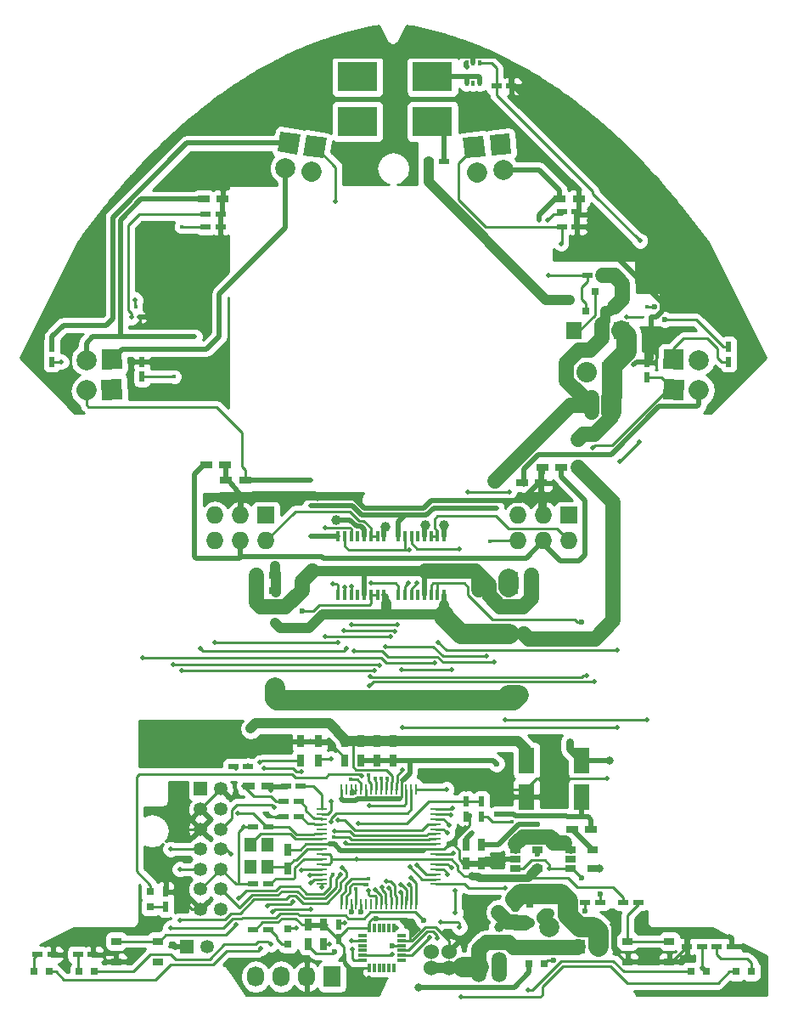
<source format=gtl>
G04 #@! TF.FileFunction,Copper,L1,Top,Signal*
%FSLAX46Y46*%
G04 Gerber Fmt 4.6, Leading zero omitted, Abs format (unit mm)*
G04 Created by KiCad (PCBNEW 4.0.1-stable) date 2016/10/17 21:23:02*
%MOMM*%
G01*
G04 APERTURE LIST*
%ADD10C,0.100000*%
%ADD11R,0.300000X0.850000*%
%ADD12R,0.850000X0.300000*%
%ADD13R,1.000000X0.250000*%
%ADD14R,0.250000X1.000000*%
%ADD15R,1.350000X1.350000*%
%ADD16C,1.350000*%
%ADD17R,0.750000X1.200000*%
%ADD18R,1.600200X2.600960*%
%ADD19O,1.506220X3.014980*%
%ADD20R,1.200000X0.750000*%
%ADD21R,0.797560X0.797560*%
%ADD22C,2.000000*%
%ADD23R,0.400000X1.000000*%
%ADD24R,1.727200X2.032000*%
%ADD25O,1.727200X2.032000*%
%ADD26R,1.060000X0.650000*%
%ADD27R,2.032000X2.032000*%
%ADD28O,2.032000X2.032000*%
%ADD29R,1.727200X1.727200*%
%ADD30O,1.727200X1.727200*%
%ADD31R,0.304800X0.508000*%
%ADD32R,0.800100X0.800100*%
%ADD33C,2.032000*%
%ADD34R,0.320000X0.300000*%
%ADD35R,0.320000X0.220000*%
%ADD36R,1.000000X0.600000*%
%ADD37R,0.600000X1.000000*%
%ADD38C,1.524000*%
%ADD39R,4.000000X3.000000*%
%ADD40R,1.050000X0.750000*%
%ADD41R,1.200000X1.400000*%
%ADD42R,1.500000X1.750000*%
%ADD43C,1.000000*%
%ADD44C,1.500000*%
%ADD45C,0.600000*%
%ADD46C,0.500000*%
%ADD47C,0.400000*%
%ADD48C,0.800000*%
%ADD49C,1.500000*%
%ADD50C,1.000000*%
%ADD51C,0.500000*%
%ADD52C,2.000000*%
%ADD53C,0.250000*%
%ADD54C,0.800000*%
%ADD55C,0.254000*%
G04 APERTURE END LIST*
D10*
D11*
X152800000Y-141300000D03*
X153300000Y-141300000D03*
X153800000Y-141300000D03*
X154300000Y-141300000D03*
X154800000Y-141300000D03*
X155300000Y-141300000D03*
D12*
X156000000Y-140600000D03*
X156000000Y-140100000D03*
X156000000Y-139600000D03*
X156000000Y-139100000D03*
X156000000Y-138600000D03*
X156000000Y-138100000D03*
D11*
X155300000Y-137400000D03*
X154800000Y-137400000D03*
X154300000Y-137400000D03*
X153800000Y-137400000D03*
X153300000Y-137400000D03*
X152800000Y-137400000D03*
D12*
X152100000Y-138100000D03*
X152100000Y-138600000D03*
X152100000Y-139100000D03*
X152100000Y-139600000D03*
X152100000Y-140100000D03*
X152100000Y-140600000D03*
D13*
X148050000Y-125500000D03*
X148050000Y-126000000D03*
X148050000Y-126500000D03*
X148050000Y-127000000D03*
X148050000Y-127500000D03*
X148050000Y-128000000D03*
X148050000Y-128500000D03*
X148050000Y-129000000D03*
X148050000Y-129500000D03*
X148050000Y-130000000D03*
X148050000Y-130500000D03*
X148050000Y-131000000D03*
X148050000Y-131500000D03*
X148050000Y-132000000D03*
X148050000Y-132500000D03*
X148050000Y-133000000D03*
D14*
X150000000Y-134950000D03*
X150500000Y-134950000D03*
X151000000Y-134950000D03*
X151500000Y-134950000D03*
X152000000Y-134950000D03*
X152500000Y-134950000D03*
X153000000Y-134950000D03*
X153500000Y-134950000D03*
X154000000Y-134950000D03*
X154500000Y-134950000D03*
X155000000Y-134950000D03*
X155500000Y-134950000D03*
X156000000Y-134950000D03*
X156500000Y-134950000D03*
X157000000Y-134950000D03*
X157500000Y-134950000D03*
D13*
X159450000Y-133000000D03*
X159450000Y-132500000D03*
X159450000Y-132000000D03*
X159450000Y-131500000D03*
X159450000Y-131000000D03*
X159450000Y-130500000D03*
X159450000Y-130000000D03*
X159450000Y-129500000D03*
X159450000Y-129000000D03*
X159450000Y-128500000D03*
X159450000Y-128000000D03*
X159450000Y-127500000D03*
X159450000Y-127000000D03*
X159450000Y-126500000D03*
X159450000Y-126000000D03*
X159450000Y-125500000D03*
D14*
X157500000Y-123550000D03*
X157000000Y-123550000D03*
X156500000Y-123550000D03*
X156000000Y-123550000D03*
X155500000Y-123550000D03*
X155000000Y-123550000D03*
X154500000Y-123550000D03*
X154000000Y-123550000D03*
X153500000Y-123550000D03*
X153000000Y-123550000D03*
X152500000Y-123550000D03*
X152000000Y-123550000D03*
X151500000Y-123550000D03*
X151000000Y-123550000D03*
X150500000Y-123550000D03*
X150000000Y-123550000D03*
D15*
X136000000Y-123500000D03*
D16*
X136000000Y-125500000D03*
X136000000Y-127500000D03*
X136000000Y-129500000D03*
X136000000Y-131500000D03*
X136000000Y-133500000D03*
X136000000Y-135500000D03*
X138000000Y-123500000D03*
X138000000Y-125500000D03*
X138000000Y-127500000D03*
X138000000Y-129500000D03*
X138000000Y-131500000D03*
X138000000Y-133500000D03*
X138000000Y-135500000D03*
D17*
X148250000Y-137050000D03*
X148250000Y-138950000D03*
D18*
X168500000Y-120699140D03*
X168500000Y-124300860D03*
D19*
X165750000Y-141250000D03*
X163750000Y-141250000D03*
D20*
X168050000Y-93000000D03*
X169950000Y-93000000D03*
X143450000Y-103750000D03*
X141550000Y-103750000D03*
X140450000Y-92750000D03*
X138550000Y-92750000D03*
X176950000Y-86000000D03*
X175050000Y-86000000D03*
D17*
X152000000Y-120650000D03*
X152000000Y-118750000D03*
X155200000Y-118750000D03*
X155200000Y-120650000D03*
X147775000Y-120650000D03*
X147775000Y-118750000D03*
X146000000Y-120675000D03*
X146000000Y-118775000D03*
X144700000Y-131450000D03*
X144700000Y-129550000D03*
D20*
X140800000Y-123250000D03*
X142700000Y-123250000D03*
D17*
X162500000Y-130950000D03*
X162500000Y-129050000D03*
D20*
X173050000Y-127500000D03*
X174950000Y-127500000D03*
D17*
X164000000Y-129050000D03*
X164000000Y-130950000D03*
D18*
X174000000Y-120699140D03*
X174000000Y-124300860D03*
D20*
X136300000Y-64750000D03*
X138200000Y-64750000D03*
D17*
X146750000Y-138950000D03*
X146750000Y-137050000D03*
X150400000Y-120650000D03*
X150400000Y-118750000D03*
D20*
X171800000Y-64750000D03*
X173700000Y-64750000D03*
D17*
X153600000Y-120650000D03*
X153600000Y-118750000D03*
D20*
X176950000Y-84500000D03*
X175050000Y-84500000D03*
D21*
X120899300Y-141700000D03*
X119400700Y-141700000D03*
X125399300Y-141700000D03*
X123900700Y-141700000D03*
X184900700Y-141700000D03*
X186399300Y-141700000D03*
X189400700Y-141700000D03*
X190899300Y-141700000D03*
X144725000Y-137450700D03*
X144725000Y-138949300D03*
X131000000Y-133750700D03*
X131000000Y-135249300D03*
D10*
G36*
X126115710Y-79735509D02*
X128114491Y-79665710D01*
X128184290Y-81664491D01*
X126185509Y-81734290D01*
X126115710Y-79735509D01*
X126115710Y-79735509D01*
G37*
D22*
X124611547Y-80788645D03*
D10*
G36*
X143670559Y-60001095D02*
X143948905Y-58020559D01*
X145929441Y-58298905D01*
X145651095Y-60279441D01*
X143670559Y-60001095D01*
X143670559Y-60001095D01*
G37*
D22*
X144446500Y-61665281D03*
D10*
G36*
X165010007Y-60399050D02*
X164800950Y-58410007D01*
X166789993Y-58200950D01*
X166999050Y-60189993D01*
X165010007Y-60399050D01*
X165010007Y-60399050D01*
G37*
D22*
X166165502Y-61826086D03*
D10*
G36*
X184114491Y-81734290D02*
X182115710Y-81664491D01*
X182185509Y-79665710D01*
X184184290Y-79735509D01*
X184114491Y-81734290D01*
X184114491Y-81734290D01*
G37*
D22*
X185688453Y-80788645D03*
D21*
X170249300Y-140900000D03*
X168750700Y-140900000D03*
D23*
X155725000Y-104150000D03*
X156375000Y-104150000D03*
X157025000Y-104150000D03*
X157675000Y-104150000D03*
X158325000Y-104150000D03*
X158975000Y-104150000D03*
X159625000Y-104150000D03*
X160275000Y-104150000D03*
X160275000Y-98350000D03*
X159625000Y-98350000D03*
X158975000Y-98350000D03*
X158325000Y-98350000D03*
X157675000Y-98350000D03*
X157025000Y-98350000D03*
X156375000Y-98350000D03*
X155725000Y-98350000D03*
X149725000Y-104150000D03*
X150375000Y-104150000D03*
X151025000Y-104150000D03*
X151675000Y-104150000D03*
X152325000Y-104150000D03*
X152975000Y-104150000D03*
X153625000Y-104150000D03*
X154275000Y-104150000D03*
X154275000Y-98350000D03*
X153625000Y-98350000D03*
X152975000Y-98350000D03*
X152325000Y-98350000D03*
X151675000Y-98350000D03*
X151025000Y-98350000D03*
X150375000Y-98350000D03*
X149725000Y-98350000D03*
D24*
X149110000Y-142220000D03*
D25*
X146570000Y-142220000D03*
X144030000Y-142220000D03*
X141490000Y-142220000D03*
D26*
X172900000Y-129550000D03*
X172900000Y-130500000D03*
X172900000Y-131450000D03*
X175100000Y-131450000D03*
X175100000Y-129550000D03*
X167400000Y-129550000D03*
X167400000Y-130500000D03*
X167400000Y-131450000D03*
X169600000Y-131450000D03*
X169600000Y-129550000D03*
D27*
X177000000Y-82000000D03*
D28*
X174460000Y-82000000D03*
D29*
X172750000Y-96250000D03*
D30*
X172750000Y-98790000D03*
X170210000Y-96250000D03*
X170210000Y-98790000D03*
X167670000Y-96250000D03*
X167670000Y-98790000D03*
D29*
X142500000Y-96250000D03*
D30*
X142500000Y-98790000D03*
X139960000Y-96250000D03*
X139960000Y-98790000D03*
X137420000Y-96250000D03*
X137420000Y-98790000D03*
D31*
X163150000Y-53216000D03*
X163785000Y-51184000D03*
X162515000Y-51184000D03*
X163785000Y-53216000D03*
X163150000Y-51184000D03*
X162515000Y-53216000D03*
D32*
X168799240Y-134950000D03*
X168799240Y-136850000D03*
X170798220Y-135900000D03*
D10*
G36*
X184129923Y-84750839D02*
X182099161Y-84679923D01*
X182170077Y-82649161D01*
X184200839Y-82720077D01*
X184129923Y-84750839D01*
X184129923Y-84750839D01*
G37*
D33*
X185688453Y-83788645D02*
X185688453Y-83788645D01*
D10*
G36*
X162370767Y-60666635D02*
X162158365Y-58645767D01*
X164179233Y-58433365D01*
X164391635Y-60454233D01*
X162370767Y-60666635D01*
X162370767Y-60666635D01*
G37*
D33*
X163540502Y-62076086D02*
X163540502Y-62076086D01*
D34*
X129500000Y-75475000D03*
D35*
X129100000Y-76525000D03*
X129900000Y-76525000D03*
D10*
G36*
X126099161Y-82720077D02*
X128129923Y-82649161D01*
X128200839Y-84679923D01*
X126170077Y-84750839D01*
X126099161Y-82720077D01*
X126099161Y-82720077D01*
G37*
D33*
X124611547Y-83788645D02*
X124611547Y-83788645D01*
D10*
G36*
X146252488Y-60364712D02*
X146535288Y-58352488D01*
X148547512Y-58635288D01*
X148264712Y-60647512D01*
X146252488Y-60364712D01*
X146252488Y-60364712D01*
G37*
D33*
X147046500Y-62015281D02*
X147046500Y-62015281D01*
D34*
X180500000Y-75475000D03*
D35*
X180100000Y-76525000D03*
X180900000Y-76525000D03*
D36*
X119750000Y-140000000D03*
X121250000Y-140000000D03*
X123750000Y-140000000D03*
X125250000Y-140000000D03*
X186000000Y-139200000D03*
X184500000Y-139200000D03*
X187450000Y-139200000D03*
X188950000Y-139200000D03*
X142750000Y-137500000D03*
X141250000Y-137500000D03*
D37*
X132500000Y-135250000D03*
X132500000Y-133750000D03*
D36*
X144250000Y-124750000D03*
X145750000Y-124750000D03*
X141250000Y-127250000D03*
X142750000Y-127250000D03*
D37*
X167400000Y-136750000D03*
X167400000Y-135250000D03*
D36*
X146000000Y-123250000D03*
X144500000Y-123250000D03*
X145750000Y-126250000D03*
X144250000Y-126250000D03*
D37*
X164000000Y-126250000D03*
X164000000Y-124750000D03*
X162500000Y-124750000D03*
X162500000Y-126250000D03*
D36*
X142750000Y-133000000D03*
X141250000Y-133000000D03*
D37*
X149750000Y-138500000D03*
X149750000Y-137000000D03*
X180500000Y-82500000D03*
X180500000Y-81000000D03*
D36*
X136500000Y-66250000D03*
X138000000Y-66250000D03*
X172000000Y-67500000D03*
X173500000Y-67500000D03*
D37*
X121150000Y-79450000D03*
X121150000Y-80950000D03*
D36*
X136500000Y-67500000D03*
X138000000Y-67500000D03*
D37*
X130150000Y-82450000D03*
X130150000Y-80950000D03*
D36*
X172000000Y-66000000D03*
X173500000Y-66000000D03*
D37*
X188650000Y-80950000D03*
X188650000Y-79450000D03*
D38*
X159000000Y-141300000D03*
X159000000Y-139700000D03*
X160750000Y-139700000D03*
X160750000Y-141300000D03*
D36*
X165500000Y-53500000D03*
X167000000Y-53500000D03*
X140750000Y-121250000D03*
X139250000Y-121250000D03*
X174570000Y-72380000D03*
X176070000Y-72380000D03*
X158750000Y-61000000D03*
X160250000Y-61000000D03*
X178150000Y-134800000D03*
X179650000Y-134800000D03*
X175850000Y-134800000D03*
X174350000Y-134800000D03*
D39*
X159125000Y-57025000D03*
X159125000Y-52525000D03*
X151625000Y-57025000D03*
X151625000Y-52525000D03*
D15*
X134650000Y-139200000D03*
D16*
X136650000Y-139200000D03*
D40*
X127575000Y-138675000D03*
X131725000Y-138675000D03*
X127575000Y-140725000D03*
X131725000Y-140725000D03*
D15*
X173650000Y-139200000D03*
D16*
X175650000Y-139200000D03*
D40*
X178575000Y-138675000D03*
X182725000Y-138675000D03*
X178575000Y-140725000D03*
X182725000Y-140725000D03*
D41*
X142650000Y-129100000D03*
X140950000Y-129100000D03*
X140950000Y-131300000D03*
X142650000Y-131300000D03*
D20*
X167050000Y-102250000D03*
X168950000Y-102250000D03*
X170050000Y-91500000D03*
X171950000Y-91500000D03*
X138450000Y-91250000D03*
X136550000Y-91250000D03*
X143450000Y-102250000D03*
X141550000Y-102250000D03*
X167050000Y-103750000D03*
X168950000Y-103750000D03*
D42*
X177960000Y-77870000D03*
X173260000Y-77870000D03*
D32*
X174420000Y-75910000D03*
X176320000Y-75910000D03*
X175370000Y-73911020D03*
D43*
X165750000Y-137250000D03*
X165700000Y-135800000D03*
D44*
X165350000Y-92824990D03*
D43*
X149550000Y-96699995D03*
X158400000Y-97200020D03*
X158400000Y-101800000D03*
X152300000Y-101800000D03*
X163750001Y-102849999D03*
X163750001Y-103700000D03*
D22*
X170800000Y-137280000D03*
D43*
X143460000Y-101299997D03*
X143464688Y-103949990D03*
D45*
X175840000Y-133980000D03*
X173970000Y-132330000D03*
D46*
X167412500Y-129012499D03*
D44*
X173647856Y-91459589D03*
X173650224Y-88639354D03*
D43*
X172825544Y-74780180D03*
X143400000Y-114490000D03*
X166700000Y-103400012D03*
X154500000Y-105000000D03*
X154400000Y-97400000D03*
X160300000Y-105175000D03*
X160300000Y-97200000D03*
X166800000Y-108100000D03*
X168200000Y-108100000D03*
X143400000Y-113400000D03*
X143450000Y-107000000D03*
X166700000Y-102600000D03*
X167700000Y-114200000D03*
X166700000Y-114200000D03*
D47*
X167015748Y-126792914D03*
D46*
X170798220Y-131450000D03*
D43*
X171200000Y-128900000D03*
X171200000Y-128900000D03*
D46*
X169770000Y-66870000D03*
X172800000Y-118800000D03*
X171950000Y-91500000D03*
D48*
X176766467Y-120650000D03*
X175772992Y-131398326D03*
D46*
X135400000Y-78450000D03*
X135400000Y-100350000D03*
D45*
X162791754Y-126225911D03*
D46*
X147674998Y-94599945D03*
X153030000Y-103020000D03*
X176500000Y-122500000D03*
X177000000Y-137000000D03*
X149200000Y-103100000D03*
X152704329Y-133660926D03*
X162225041Y-130945143D03*
D45*
X153501563Y-136400002D03*
D46*
X162500000Y-123600000D03*
X142956998Y-123604982D03*
X142746838Y-126087002D03*
X134500000Y-127500000D03*
X138000000Y-119000000D03*
X143000000Y-119000000D03*
X141250000Y-137500000D03*
X131725000Y-140725000D03*
X127575000Y-140725000D03*
X149000000Y-119000000D03*
X168259767Y-93203434D03*
X163080000Y-127860000D03*
X155499994Y-137400000D03*
X151574903Y-130500000D03*
D48*
X163075061Y-132234053D03*
D45*
X151125016Y-123939980D03*
D46*
X146959981Y-95299955D03*
X146975000Y-92775000D03*
X146959981Y-117006579D03*
X146959981Y-98350000D03*
X165500000Y-95500000D03*
D43*
X169000000Y-132050000D03*
X168500000Y-120699140D03*
D46*
X140324980Y-123250000D03*
X140324980Y-127250000D03*
X140694942Y-121171148D03*
D45*
X152000000Y-135780721D03*
D46*
X141000000Y-117500000D03*
X131100000Y-80960000D03*
X179187809Y-81262829D03*
X168750700Y-140900000D03*
X138150000Y-57000000D03*
X174000000Y-124300860D03*
X138200000Y-64750000D03*
X129900000Y-76525000D03*
D45*
X165500000Y-126000000D03*
D48*
X157750000Y-143250000D03*
D45*
X173000000Y-126299999D03*
X172900000Y-130500000D03*
X165500000Y-121000000D03*
D46*
X148990000Y-124720000D03*
X149000000Y-120500000D03*
X141934286Y-120864478D03*
X140950000Y-129100000D03*
D45*
X169580000Y-127024989D03*
X169580000Y-129994988D03*
D46*
X151068401Y-138668401D03*
X148850000Y-138950000D03*
D45*
X155125000Y-139150000D03*
X149350000Y-139725000D03*
D46*
X146022799Y-131600517D03*
X142000025Y-139374980D03*
X142625020Y-135150043D03*
X145165270Y-134773381D03*
X143190714Y-135715737D03*
X143000000Y-139000000D03*
X146959115Y-132849956D03*
X147000000Y-135499975D03*
X161025064Y-131379700D03*
X168650000Y-143550000D03*
X161800000Y-137300000D03*
X159900000Y-136800000D03*
X161222657Y-129940381D03*
X161400000Y-133600000D03*
X161400000Y-135800000D03*
X161950000Y-144250000D03*
X145510000Y-137370000D03*
X149014171Y-126762366D03*
X152785010Y-125200010D03*
X152090000Y-122180000D03*
D45*
X171173051Y-140543051D03*
X174360656Y-135649324D03*
D46*
X156736061Y-103000020D03*
X155938253Y-133072498D03*
X156823392Y-133042216D03*
X157595357Y-103029562D03*
D45*
X174000000Y-106900000D03*
D46*
X156000000Y-111600000D03*
X161800000Y-99600000D03*
X161000000Y-111600000D03*
X154049200Y-133297821D03*
X156938537Y-132351739D03*
X156800000Y-99700000D03*
X150300000Y-107700000D03*
X155361609Y-107788415D03*
X154533786Y-132734783D03*
X150351894Y-103401621D03*
X155944121Y-133827150D03*
X151000000Y-107100000D03*
X155648782Y-107150020D03*
X151050000Y-103350000D03*
D45*
X146100000Y-105800000D03*
D46*
X148425000Y-108300000D03*
X148450000Y-97525000D03*
X154947793Y-108353015D03*
X153396224Y-133550088D03*
X146900000Y-132080000D03*
X148050602Y-133330568D03*
X158850000Y-138300000D03*
X160925108Y-126104505D03*
X161106557Y-125428418D03*
X159604329Y-138393437D03*
X160739670Y-127114820D03*
X155124988Y-139963188D03*
X151100000Y-139449989D03*
X160525009Y-123540000D03*
X151280000Y-109760000D03*
X165300000Y-110900000D03*
D47*
X152600267Y-133019298D03*
X164850000Y-98800002D03*
D46*
X154400000Y-109300000D03*
X164500000Y-110300000D03*
D47*
X152717319Y-132430814D03*
D46*
X150500684Y-109499916D03*
X136000000Y-109500000D03*
D47*
X151500000Y-133500000D03*
D46*
X149654389Y-108941234D03*
X137400000Y-108900000D03*
D45*
X151000000Y-135780721D03*
D46*
X179800000Y-68900000D03*
X166400016Y-116600000D03*
X166396853Y-133400231D03*
X180500000Y-116600000D03*
X162515000Y-51585000D03*
X159125000Y-57025000D03*
X175100000Y-89500000D03*
D47*
X152760000Y-122130000D03*
D46*
X175249980Y-112800000D03*
X152800000Y-113200000D03*
X171919996Y-69170000D03*
D47*
X153401976Y-122478621D03*
D46*
X152900000Y-112300000D03*
X174500000Y-112200000D03*
X129490000Y-74770000D03*
X122090000Y-80940000D03*
X156845053Y-131250000D03*
X130175020Y-110400000D03*
X159333868Y-110938611D03*
X129100000Y-76525000D03*
X149470000Y-65010000D03*
D47*
X154599534Y-122429342D03*
D46*
X133300000Y-111100000D03*
X153800000Y-111200000D03*
D47*
X133350000Y-82450000D03*
D45*
X182290346Y-76730346D03*
X181240000Y-75490000D03*
D46*
X157520859Y-131067509D03*
X177800000Y-90900000D03*
X170610000Y-66820000D03*
X179774990Y-88948357D03*
X177500000Y-109700000D03*
X159700000Y-108900000D03*
X178500000Y-76500000D03*
X170680000Y-72380000D03*
X162600000Y-93899996D03*
X166750000Y-93900000D03*
X160575053Y-132000000D03*
X142317957Y-121449980D03*
X146054876Y-121749980D03*
X145750000Y-124750000D03*
X139699960Y-125896983D03*
X139520709Y-137020709D03*
D47*
X150985020Y-122555020D03*
D46*
X151760006Y-126970000D03*
X150366850Y-136874379D03*
X154775024Y-133391903D03*
D47*
X154001969Y-122483470D03*
X134075019Y-67477959D03*
D46*
X134100000Y-111700000D03*
X153300000Y-111700000D03*
X139512371Y-121449980D03*
X177500000Y-117349996D03*
X156150000Y-117350000D03*
X156150000Y-121650000D03*
X179650000Y-134800000D03*
X133900004Y-136600000D03*
X133924980Y-131500000D03*
X150424404Y-128915461D03*
X150128561Y-131353720D03*
D47*
X149240440Y-128314548D03*
X149160276Y-132002137D03*
D46*
X139811338Y-134394919D03*
X139000000Y-130000000D03*
X149388400Y-127681600D03*
X149939644Y-132027758D03*
D45*
X158200000Y-136600000D03*
D46*
X160600561Y-127890338D03*
X133000000Y-137350000D03*
X133000000Y-129500000D03*
X149690000Y-126580000D03*
X143371840Y-125377119D03*
X173260000Y-77870000D03*
D49*
X168280000Y-136850000D02*
X167500000Y-136850000D01*
X167500000Y-136850000D02*
X167400000Y-136750000D01*
D50*
X168799240Y-136850000D02*
X168280000Y-136850000D01*
D49*
X167400000Y-136750000D02*
X166650000Y-136750000D01*
X166650000Y-136750000D02*
X165700000Y-135800000D01*
X173650000Y-139200000D02*
X173560000Y-139290000D01*
X173560000Y-139290000D02*
X167170000Y-139290000D01*
X167170000Y-139290000D02*
X166670000Y-138790000D01*
X166670000Y-138790000D02*
X164480000Y-138790000D01*
X164480000Y-138790000D02*
X163750000Y-139520000D01*
X163750000Y-139520000D02*
X163750000Y-141250000D01*
X163407108Y-101800000D02*
X164749990Y-103142882D01*
X164749990Y-103142882D02*
X164749990Y-104207732D01*
X164749990Y-104207732D02*
X165892280Y-105350022D01*
X168134980Y-105350022D02*
X168950000Y-104535002D01*
X165892280Y-105350022D02*
X168134980Y-105350022D01*
X168950000Y-104535002D02*
X168950000Y-103750000D01*
X172870000Y-85330000D02*
X165375010Y-92824990D01*
X174999990Y-85330000D02*
X172870000Y-85330000D01*
X165375010Y-92824990D02*
X165350000Y-92824990D01*
D50*
X176320000Y-75910000D02*
X176320000Y-76950293D01*
X176320000Y-76950293D02*
X176009991Y-77260302D01*
D49*
X176009991Y-78640009D02*
X176009991Y-77260302D01*
X173750318Y-79800000D02*
X174850000Y-79800000D01*
X174850000Y-79800000D02*
X176009991Y-78640009D01*
X174999990Y-85330000D02*
X172493999Y-82824009D01*
X172493999Y-82824009D02*
X172493999Y-81056319D01*
X172493999Y-81056319D02*
X173750318Y-79800000D01*
X174999990Y-85330000D02*
X174999990Y-86000000D01*
X174999990Y-85330000D02*
X174999990Y-84500000D01*
X178070000Y-73190000D02*
X177260000Y-72380000D01*
X177260000Y-72380000D02*
X176070000Y-72380000D01*
X177280000Y-75470000D02*
X178070000Y-74680000D01*
X178070000Y-74680000D02*
X178070000Y-73190000D01*
D50*
X176840000Y-75910000D02*
X177280000Y-75470000D01*
X176320000Y-75910000D02*
X176840000Y-75910000D01*
D49*
X147149996Y-101800000D02*
X146090000Y-102859996D01*
X146090000Y-102859996D02*
X146090000Y-103750000D01*
X146090000Y-103750000D02*
X144440000Y-105400000D01*
X144440000Y-105400000D02*
X142000000Y-105400000D01*
X142000000Y-105400000D02*
X141550000Y-104950000D01*
X141550000Y-104950000D02*
X141550000Y-103750000D01*
D50*
X152300000Y-101800000D02*
X158400000Y-101800000D01*
X147149996Y-101800000D02*
X152300000Y-101800000D01*
D51*
X152325000Y-97663188D02*
X152011832Y-97350020D01*
X150903654Y-96699995D02*
X149550000Y-96699995D01*
X151553679Y-97350020D02*
X150903654Y-96699995D01*
X152325000Y-98350000D02*
X152325000Y-97663188D01*
X152011832Y-97350020D02*
X151553679Y-97350020D01*
X158325000Y-97275020D02*
X158400000Y-97200020D01*
X158325000Y-98350000D02*
X158325000Y-97275020D01*
X152325000Y-104150000D02*
X152325000Y-101825000D01*
X152325000Y-101825000D02*
X152300000Y-101800000D01*
X158400000Y-101800000D02*
X158325000Y-101875000D01*
X158325000Y-101875000D02*
X158325000Y-104150000D01*
D49*
X163407108Y-101800000D02*
X158400000Y-101800000D01*
X168950000Y-103750000D02*
X168950000Y-102250000D01*
X141550000Y-103750000D02*
X141550000Y-102250000D01*
X163750001Y-102849999D02*
X163750001Y-102142893D01*
X163750001Y-102142893D02*
X163407108Y-101800000D01*
X163750001Y-103700000D02*
X163750001Y-102849999D01*
D50*
X159000000Y-141300000D02*
X160750000Y-141300000D01*
X160750000Y-141300000D02*
X162053762Y-141300000D01*
X162053762Y-141300000D02*
X162103762Y-141250000D01*
D52*
X163750000Y-141250000D02*
X162103762Y-141250000D01*
D50*
X158750000Y-61000000D02*
X158750000Y-63060000D01*
X158750000Y-63060000D02*
X170470180Y-74780180D01*
X170470180Y-74780180D02*
X172825544Y-74780180D01*
X169990000Y-136270000D02*
X169990000Y-136470000D01*
X169990000Y-136470000D02*
X170800000Y-137280000D01*
X170360000Y-135900000D02*
X169990000Y-136270000D01*
X170798220Y-135900000D02*
X170360000Y-135900000D01*
X143450000Y-102250000D02*
X143450000Y-101309997D01*
X143450000Y-101309997D02*
X143460000Y-101299997D01*
X143464688Y-103949990D02*
X143464688Y-102264688D01*
X143464688Y-102264688D02*
X143450000Y-102250000D01*
X143464688Y-103949990D02*
X143464688Y-103764688D01*
X143464688Y-103764688D02*
X143450000Y-103750000D01*
D53*
X175840000Y-133980000D02*
X175840000Y-134790000D01*
X175840000Y-134790000D02*
X175850000Y-134800000D01*
X172900000Y-131450000D02*
X173090000Y-131450000D01*
X173090000Y-131450000D02*
X173970000Y-132330000D01*
D54*
X167400000Y-129550000D02*
X167412500Y-129012499D01*
D49*
X171200000Y-128900000D02*
X171080001Y-128780001D01*
X171080001Y-128464999D02*
X170890001Y-128274999D01*
X171080001Y-128780001D02*
X171080001Y-128464999D01*
X170890001Y-128274999D02*
X168150000Y-128274999D01*
X168150000Y-128274999D02*
X167412500Y-129012499D01*
D54*
X172900000Y-129550000D02*
X172250000Y-128900000D01*
D49*
X173647856Y-91459589D02*
X177149981Y-94961714D01*
X177149981Y-94961714D02*
X177149981Y-106750019D01*
X175300001Y-108599999D02*
X168699999Y-108599999D01*
X177149981Y-106750019D02*
X175300001Y-108599999D01*
X168699999Y-108599999D02*
X168200000Y-108100000D01*
X176950000Y-86454167D02*
X175229176Y-88174991D01*
X175229176Y-88174991D02*
X174114587Y-88174991D01*
X174114587Y-88174991D02*
X173650224Y-88639354D01*
X176950000Y-86000000D02*
X176950000Y-86454167D01*
D52*
X177000000Y-82000000D02*
X177000000Y-81400000D01*
X177000000Y-81400000D02*
X178450000Y-79950000D01*
X178450000Y-78360000D02*
X177960000Y-77870000D01*
X178450000Y-79950000D02*
X178450000Y-78360000D01*
X143609999Y-114699999D02*
X143400000Y-114490000D01*
X167200001Y-114699999D02*
X143609999Y-114699999D01*
X167700000Y-114200000D02*
X167200001Y-114699999D01*
X143400000Y-113400000D02*
X143400000Y-114490000D01*
D50*
X154490000Y-105717106D02*
X154882894Y-106110000D01*
X160130788Y-106110000D02*
X160140788Y-106100000D01*
X154882894Y-106110000D02*
X160130788Y-106110000D01*
X160140788Y-106100000D02*
X160200000Y-106100000D01*
X154490000Y-105717106D02*
X154490000Y-106080000D01*
X154470000Y-106100000D02*
X148180004Y-106100000D01*
X146780005Y-107499999D02*
X143949999Y-107499999D01*
X154490000Y-106080000D02*
X154470000Y-106100000D01*
X148180004Y-106100000D02*
X146780005Y-107499999D01*
X143949999Y-107499999D02*
X143450000Y-107000000D01*
X154500000Y-105000000D02*
X154500000Y-105707106D01*
X154500000Y-105707106D02*
X154490000Y-105717106D01*
D53*
X160200000Y-106100000D02*
X160300000Y-106200000D01*
D52*
X166700000Y-102600000D02*
X166700000Y-103400012D01*
X176950000Y-84500000D02*
X176950000Y-86000000D01*
X177000000Y-82000000D02*
X177000000Y-84450000D01*
X177000000Y-84450000D02*
X176950000Y-84500000D01*
D51*
X154275000Y-98350000D02*
X154275000Y-97525000D01*
X154275000Y-97525000D02*
X154400000Y-97400000D01*
X160275000Y-98350000D02*
X160275000Y-97225000D01*
X160275000Y-97225000D02*
X160300000Y-97200000D01*
D52*
X166800000Y-108100000D02*
X162000000Y-108100000D01*
X160300000Y-106400000D02*
X160300000Y-106200000D01*
X162000000Y-108100000D02*
X160300000Y-106400000D01*
D50*
X160300000Y-105175000D02*
X160300000Y-106200000D01*
D51*
X154500000Y-105000000D02*
X154500000Y-104375000D01*
X154500000Y-104375000D02*
X154275000Y-104150000D01*
X160300000Y-105175000D02*
X160275000Y-105150000D01*
X160275000Y-104150000D02*
X160275000Y-105150000D01*
X160275000Y-104150000D02*
X160275000Y-104475000D01*
D52*
X166700000Y-114200000D02*
X167700000Y-114200000D01*
D53*
X172900000Y-131450000D02*
X173105000Y-131450000D01*
X164550000Y-126250000D02*
X165092914Y-126792914D01*
X165092914Y-126792914D02*
X167015748Y-126792914D01*
X164000000Y-126250000D02*
X164550000Y-126250000D01*
X167400000Y-131450000D02*
X168180000Y-131450000D01*
X168180000Y-131450000D02*
X169010002Y-130619998D01*
X170321771Y-130619998D02*
X170798220Y-131096447D01*
X169010002Y-130619998D02*
X170321771Y-130619998D01*
X170798220Y-131096447D02*
X170798220Y-131450000D01*
X172900000Y-131450000D02*
X170798220Y-131450000D01*
D49*
X171200000Y-128900000D02*
X172250000Y-128900000D01*
D51*
X171800000Y-64750000D02*
X171350000Y-64750000D01*
X171350000Y-64750000D02*
X169770000Y-66330000D01*
X169770000Y-66330000D02*
X169770000Y-66870000D01*
D54*
X172800000Y-118800000D02*
X172800000Y-119499140D01*
X172800000Y-119499140D02*
X174000000Y-120699140D01*
D51*
X170210000Y-98790000D02*
X170210000Y-99100000D01*
X170210000Y-99100000D02*
X171910000Y-100800000D01*
X174350000Y-94775000D02*
X171950000Y-92375000D01*
X171910000Y-100800000D02*
X173750000Y-100800000D01*
X173750000Y-100800000D02*
X174350000Y-100200000D01*
X174350000Y-100200000D02*
X174350000Y-94775000D01*
X171950000Y-92375000D02*
X171950000Y-91500000D01*
X136550000Y-91250000D02*
X136325000Y-91250000D01*
X136325000Y-91250000D02*
X135400000Y-92175000D01*
X135400000Y-92175000D02*
X135400000Y-100350000D01*
X168500000Y-100500000D02*
X170210000Y-98790000D01*
X139900000Y-100500000D02*
X140050013Y-100349987D01*
X140050013Y-100349987D02*
X148097062Y-100349987D01*
X148247075Y-100500000D02*
X168500000Y-100500000D01*
X148097062Y-100349987D02*
X148247075Y-100500000D01*
X166165502Y-61826086D02*
X169751086Y-61826086D01*
X169751086Y-61826086D02*
X171800000Y-63875000D01*
X171800000Y-63875000D02*
X171800000Y-64750000D01*
X176717327Y-120699140D02*
X176766467Y-120650000D01*
X174000000Y-120699140D02*
X176717327Y-120699140D01*
X135400000Y-78450000D02*
X128000000Y-78450000D01*
X128000000Y-78450000D02*
X125250000Y-78450000D01*
X136300000Y-64750000D02*
X130050000Y-64750000D01*
X130050000Y-64750000D02*
X128000000Y-66800000D01*
X128000000Y-66800000D02*
X128000000Y-78450000D01*
X139900000Y-100500000D02*
X135550000Y-100500000D01*
X139960000Y-98790000D02*
X139960000Y-100440000D01*
X139960000Y-100440000D02*
X139900000Y-100500000D01*
X135550000Y-100500000D02*
X135400000Y-100350000D01*
X140000000Y-98830000D02*
X139960000Y-98790000D01*
X175207307Y-131398326D02*
X175772992Y-131398326D01*
X175151674Y-131398326D02*
X175207307Y-131398326D01*
X175100000Y-131450000D02*
X175151674Y-131398326D01*
X124611547Y-79088453D02*
X124611547Y-80788645D01*
X125250000Y-78450000D02*
X124611547Y-79088453D01*
D53*
X157062587Y-138600000D02*
X158387599Y-137274988D01*
X156862585Y-138600000D02*
X157062587Y-138600000D01*
X158387599Y-137274988D02*
X159402618Y-137274988D01*
X160750000Y-138622370D02*
X160750000Y-139700000D01*
X159402618Y-137274988D02*
X160750000Y-138622370D01*
D51*
X159000000Y-94750000D02*
X158250013Y-95499987D01*
X158250013Y-95499987D02*
X152319987Y-95499987D01*
X152319987Y-95499987D02*
X151320000Y-94500000D01*
X169725000Y-93000000D02*
X167975000Y-94750000D01*
X151320000Y-94500000D02*
X147630000Y-94500000D01*
X169950000Y-93000000D02*
X169725000Y-93000000D01*
X167975000Y-94750000D02*
X159000000Y-94750000D01*
D53*
X142159250Y-136790750D02*
X143677116Y-136790750D01*
X146125000Y-137050000D02*
X146750000Y-137050000D01*
X141250000Y-137500000D02*
X141450000Y-137500000D01*
X145465000Y-136390000D02*
X146125000Y-137050000D01*
X141450000Y-137500000D02*
X142159250Y-136790750D01*
X144077866Y-136390000D02*
X145465000Y-136390000D01*
X143677116Y-136790750D02*
X144077866Y-136390000D01*
X161062041Y-128856193D02*
X162791754Y-127126480D01*
X162791754Y-127126480D02*
X162791754Y-126650175D01*
X162791754Y-126650175D02*
X162791754Y-126225911D01*
X161799999Y-130520101D02*
X162225041Y-130945143D01*
X161799999Y-129594151D02*
X161799999Y-130520101D01*
X161062041Y-128856193D02*
X161799999Y-129594151D01*
X147674998Y-94521445D02*
X147674998Y-94599945D01*
X147630000Y-94500000D02*
X147653553Y-94500000D01*
X147653553Y-94500000D02*
X147674998Y-94521445D01*
X150700000Y-141300000D02*
X152800000Y-141300000D01*
X150300000Y-140900000D02*
X150700000Y-141300000D01*
X150300000Y-139250000D02*
X150300000Y-140900000D01*
X149750000Y-138700000D02*
X150300000Y-139250000D01*
X149750000Y-138500000D02*
X149750000Y-138700000D01*
D51*
X147630000Y-94500000D02*
X140350000Y-94500000D01*
D53*
X155725000Y-103335000D02*
X155410000Y-103020000D01*
X155410000Y-103020000D02*
X153030000Y-103020000D01*
X155725000Y-104150000D02*
X155725000Y-103335000D01*
D51*
X149920000Y-129620000D02*
X158220000Y-129620000D01*
D53*
X159450000Y-129500000D02*
X158340000Y-129500000D01*
X158340000Y-129500000D02*
X158220000Y-129620000D01*
D51*
X149318318Y-129018318D02*
X149920000Y-129620000D01*
X148824371Y-129018318D02*
X149318318Y-129018318D01*
D53*
X176500000Y-122500000D02*
X169500000Y-122500000D01*
X169500000Y-122500000D02*
X168500000Y-123500000D01*
X168500000Y-123500000D02*
X168500000Y-124300860D01*
X177000000Y-137000000D02*
X177000000Y-139370000D01*
X177000000Y-139370000D02*
X178355000Y-140725000D01*
X178355000Y-140725000D02*
X178575000Y-140725000D01*
X178575000Y-140725000D02*
X178575000Y-140505000D01*
X156430002Y-136400002D02*
X156862585Y-136832585D01*
X156862585Y-136832585D02*
X156862585Y-138600000D01*
X153501563Y-136400002D02*
X156430002Y-136400002D01*
X136000000Y-135500000D02*
X135150000Y-135500000D01*
X135150000Y-135500000D02*
X133400000Y-133750000D01*
X133400000Y-133750000D02*
X132500000Y-133750000D01*
X153500000Y-134950000D02*
X153500000Y-134239998D01*
X153500000Y-134239998D02*
X153385001Y-134124999D01*
X153385001Y-134124999D02*
X152814849Y-134124999D01*
X152814849Y-134124999D02*
X152704329Y-134014479D01*
X152704329Y-134014479D02*
X152704329Y-133660926D01*
X160251080Y-129500000D02*
X160894887Y-128856193D01*
X160894887Y-128856193D02*
X161062041Y-128856193D01*
X159450000Y-129500000D02*
X160251080Y-129500000D01*
X149200000Y-103100000D02*
X149600000Y-103100000D01*
X149600000Y-103100000D02*
X149725000Y-103225000D01*
X149725000Y-103225000D02*
X149725000Y-104150000D01*
X148824371Y-129018318D02*
X148068318Y-129018318D01*
X148068318Y-129018318D02*
X148050000Y-129000000D01*
X156000000Y-138600000D02*
X156862585Y-138600000D01*
D51*
X162229898Y-130950000D02*
X162225041Y-130945143D01*
X162500000Y-130950000D02*
X162229898Y-130950000D01*
D53*
X144250000Y-126250000D02*
X144450000Y-126250000D01*
X145950000Y-129550000D02*
X144700000Y-129550000D01*
X153124998Y-136400002D02*
X153501563Y-136400002D01*
X152800000Y-136725000D02*
X153124998Y-136400002D01*
X152800000Y-137400000D02*
X152800000Y-136725000D01*
D51*
X184500000Y-139200000D02*
X184500000Y-138400000D01*
D53*
X184700000Y-138200000D02*
X188750000Y-138200000D01*
D51*
X184500000Y-138400000D02*
X184700000Y-138200000D01*
X188750000Y-138200000D02*
X188950000Y-138400000D01*
X188950000Y-138400000D02*
X188950000Y-139200000D01*
X182725000Y-140725000D02*
X182975000Y-140725000D01*
D53*
X182975000Y-140725000D02*
X184500000Y-139200000D01*
X178575000Y-140725000D02*
X182725000Y-140725000D01*
D51*
X169950000Y-93000000D02*
X169950000Y-95990000D01*
X169950000Y-95990000D02*
X170210000Y-96250000D01*
X169950000Y-93000000D02*
X169950000Y-91600000D01*
X169950000Y-91600000D02*
X170050000Y-91500000D01*
X140350000Y-94500000D02*
X139960000Y-94890000D01*
X139960000Y-94890000D02*
X139960000Y-96250000D01*
X138775000Y-92750000D02*
X138550000Y-92750000D01*
X140350000Y-94500000D02*
X140250000Y-94600000D01*
X140250000Y-94600000D02*
X138775000Y-92750000D01*
X138550000Y-92750000D02*
X138550000Y-91350000D01*
X138550000Y-91350000D02*
X138450000Y-91250000D01*
X162500000Y-130950000D02*
X162500000Y-131175000D01*
X162500000Y-130950000D02*
X164000000Y-130950000D01*
X164000000Y-130950000D02*
X164450000Y-130500000D01*
X164450000Y-130500000D02*
X167400000Y-130500000D01*
D53*
X162500000Y-123600000D02*
X167799140Y-123600000D01*
X167799140Y-123600000D02*
X168500000Y-124300860D01*
X143256997Y-123304983D02*
X142956998Y-123604982D01*
X143311980Y-123250000D02*
X143256997Y-123304983D01*
X144500000Y-123250000D02*
X143311980Y-123250000D01*
X144250000Y-126250000D02*
X142909836Y-126250000D01*
X142909836Y-126250000D02*
X142746838Y-126087002D01*
X149750000Y-138500000D02*
X149750000Y-138300000D01*
X150600000Y-137450000D02*
X150600000Y-137400000D01*
X149750000Y-138300000D02*
X150600000Y-137450000D01*
X149750000Y-138500000D02*
X149700000Y-138500000D01*
X149700000Y-138500000D02*
X148250000Y-137050000D01*
X136000000Y-127500000D02*
X134500000Y-127500000D01*
X143000000Y-119000000D02*
X138000000Y-119000000D01*
X146000000Y-118775000D02*
X143225000Y-118775000D01*
X143225000Y-118775000D02*
X143000000Y-119000000D01*
X150400000Y-120650000D02*
X150400000Y-120400000D01*
X150400000Y-120400000D02*
X149000000Y-119000000D01*
X152800000Y-137400000D02*
X150600000Y-137400000D01*
X148250000Y-137050000D02*
X148550000Y-137050000D01*
X146750000Y-137050000D02*
X148250000Y-137050000D01*
X138000000Y-123500000D02*
X136000000Y-125500000D01*
X127475000Y-140000000D02*
X125250000Y-140000000D01*
X127575000Y-140725000D02*
X127575000Y-140100000D01*
X127575000Y-140100000D02*
X127475000Y-140000000D01*
X146500000Y-129000000D02*
X148050000Y-129000000D01*
X145950000Y-129550000D02*
X146500000Y-129000000D01*
X121250000Y-140000000D02*
X121250000Y-139250000D01*
X125250000Y-139250000D02*
X125250000Y-140000000D01*
X124500000Y-138500000D02*
X125250000Y-139250000D01*
X122000000Y-138500000D02*
X124500000Y-138500000D01*
X121250000Y-139250000D02*
X122000000Y-138500000D01*
X147775000Y-118750000D02*
X146025000Y-118750000D01*
X146025000Y-118750000D02*
X146000000Y-118775000D01*
X149000000Y-119000000D02*
X148025000Y-119000000D01*
X148025000Y-119000000D02*
X147775000Y-118750000D01*
D51*
X185688453Y-83788645D02*
X185688453Y-85225485D01*
X168259767Y-91637303D02*
X168259767Y-92849881D01*
X185688453Y-85225485D02*
X185513938Y-85400000D01*
X176913186Y-90200002D02*
X169697068Y-90200002D01*
X169697068Y-90200002D02*
X168259767Y-91637303D01*
X185513938Y-85400000D02*
X181713188Y-85400000D01*
X181713188Y-85400000D02*
X176913186Y-90200002D01*
X168259767Y-92849881D02*
X168259767Y-93203434D01*
X163080000Y-127860000D02*
X162500000Y-128440000D01*
X162500000Y-128440000D02*
X162500000Y-129050000D01*
D53*
X155499994Y-137400000D02*
X155300000Y-137400000D01*
X158692508Y-130492508D02*
X158700000Y-130500000D01*
X158700000Y-130500000D02*
X159450000Y-130500000D01*
X163075061Y-132234053D02*
X162309412Y-132234053D01*
X162309412Y-132234053D02*
X161650000Y-131574641D01*
X161650000Y-131574641D02*
X161650000Y-131153632D01*
X161650000Y-131153632D02*
X160996368Y-130500000D01*
X160996368Y-130500000D02*
X159450000Y-130500000D01*
X140450000Y-92750000D02*
X140450000Y-91689998D01*
X140450000Y-91689998D02*
X140150000Y-91389998D01*
X140150000Y-91389998D02*
X140150000Y-88000000D01*
X140150000Y-88000000D02*
X137600000Y-85450000D01*
X137600000Y-85450000D02*
X124836062Y-85450000D01*
X124611547Y-85225485D02*
X124611547Y-83788645D01*
X124836062Y-85450000D02*
X124611547Y-85225485D01*
D51*
X156400000Y-96250000D02*
X156349998Y-96199998D01*
X151129991Y-95299955D02*
X146959981Y-95299955D01*
X156349998Y-96199998D02*
X152030033Y-96199998D01*
X152030033Y-96199998D02*
X151129991Y-95299955D01*
D53*
X146959981Y-117006579D02*
X148868421Y-117006579D01*
X148868421Y-117006579D02*
X148875000Y-117000000D01*
X141250000Y-127250000D02*
X140324980Y-127250000D01*
X157244858Y-130492508D02*
X158692508Y-130492508D01*
X157237366Y-130500000D02*
X157244858Y-130492508D01*
X151574903Y-130500000D02*
X157237366Y-130500000D01*
D54*
X163640746Y-132234053D02*
X163075061Y-132234053D01*
X163781694Y-132375001D02*
X163640746Y-132234053D01*
X168550000Y-132375001D02*
X163781694Y-132375001D01*
D53*
X151124286Y-123550000D02*
X151125016Y-123550730D01*
X151500000Y-123550000D02*
X151500000Y-123564996D01*
X151425015Y-123639981D02*
X151125016Y-123939980D01*
X151500000Y-123564996D02*
X151425015Y-123639981D01*
X151125016Y-123550730D02*
X151125016Y-123939980D01*
X151000000Y-123550000D02*
X151124286Y-123550000D01*
X155000000Y-123550000D02*
X155000000Y-122850362D01*
X155124536Y-122177340D02*
X154522197Y-121575001D01*
X155124536Y-122725826D02*
X155124536Y-122177340D01*
X154522197Y-121575001D02*
X151486412Y-121575001D01*
X151486412Y-121575001D02*
X151200000Y-121288589D01*
X151200000Y-121288589D02*
X151200000Y-118750000D01*
X155000000Y-122850362D02*
X155124536Y-122725826D01*
D50*
X152000000Y-118750000D02*
X151200000Y-118750000D01*
X151200000Y-118750000D02*
X150400000Y-118750000D01*
D51*
X147046500Y-62015281D02*
X147440281Y-62015281D01*
X163023914Y-62076086D02*
X163540502Y-62076086D01*
X146950000Y-92750000D02*
X146975000Y-92775000D01*
X140450000Y-92750000D02*
X146950000Y-92750000D01*
X149725000Y-98350000D02*
X146959981Y-98350000D01*
D53*
X141250000Y-133000000D02*
X139750000Y-133000000D01*
X139750000Y-133000000D02*
X139500000Y-133000000D01*
X140324980Y-127250000D02*
X139750000Y-127824980D01*
X139750000Y-127824980D02*
X139750000Y-133000000D01*
D51*
X159250000Y-95500000D02*
X165500000Y-95500000D01*
X155725000Y-98350000D02*
X155725000Y-96925000D01*
X155725000Y-96925000D02*
X156400000Y-96250000D01*
X156400000Y-96250000D02*
X158500000Y-96250000D01*
X158500000Y-96250000D02*
X159250000Y-95500000D01*
D50*
X148875000Y-117000000D02*
X141500000Y-117000000D01*
X141500000Y-117000000D02*
X141000000Y-117500000D01*
X150400000Y-118750000D02*
X150400000Y-118525000D01*
X150400000Y-118525000D02*
X148875000Y-117000000D01*
X153600000Y-118750000D02*
X152000000Y-118750000D01*
X155200000Y-118750000D02*
X153600000Y-118750000D01*
X168500000Y-119600000D02*
X167650000Y-118750000D01*
X167650000Y-118750000D02*
X155200000Y-118750000D01*
X168500000Y-120699140D02*
X168500000Y-119600000D01*
X169000000Y-132050000D02*
X169600000Y-131450000D01*
D53*
X149000000Y-130500000D02*
X151574903Y-130500000D01*
X178150000Y-134800000D02*
X178150000Y-134300000D01*
X172625001Y-132375001D02*
X168674999Y-132375001D01*
X173550000Y-133300000D02*
X172625001Y-132375001D01*
X177150000Y-133300000D02*
X173550000Y-133300000D01*
X178150000Y-134300000D02*
X177150000Y-133300000D01*
X168674999Y-132375001D02*
X168599998Y-132300000D01*
X168599998Y-132300000D02*
X168550000Y-132300000D01*
X168550000Y-132300000D02*
X168550000Y-132375001D01*
D54*
X168674999Y-132375001D02*
X168550000Y-132375001D01*
X169600000Y-131450000D02*
X168674999Y-132375001D01*
D53*
X143500000Y-124750000D02*
X142979983Y-124229983D01*
X142979983Y-124229983D02*
X141304963Y-124229983D01*
X141304963Y-124229983D02*
X140624979Y-123549999D01*
X140624979Y-123549999D02*
X140324980Y-123250000D01*
X144250000Y-124750000D02*
X143500000Y-124750000D01*
X152000000Y-135780721D02*
X152000000Y-134950000D01*
X149000000Y-130500000D02*
X149000000Y-130200000D01*
X149000000Y-130800000D02*
X149000000Y-130500000D01*
X148050000Y-131000000D02*
X148800000Y-131000000D01*
X148800000Y-131000000D02*
X149000000Y-130800000D01*
X149000000Y-130200000D02*
X148800000Y-130000000D01*
X148800000Y-130000000D02*
X148050000Y-130000000D01*
X139500000Y-133000000D02*
X138000000Y-131500000D01*
X136000000Y-133500000D02*
X138000000Y-131500000D01*
D51*
X167000000Y-53500000D02*
X167200000Y-53500000D01*
X167200000Y-53500000D02*
X182040000Y-68340000D01*
X182040000Y-68340000D02*
X182040000Y-74860000D01*
X182040000Y-74860000D02*
X181950000Y-74950000D01*
X182050002Y-75050002D02*
X182050002Y-75900002D01*
X181950000Y-74950000D02*
X182050002Y-75050002D01*
X182050002Y-75900002D02*
X181425004Y-76525000D01*
X181425004Y-76525000D02*
X180900000Y-76525000D01*
D53*
X131100000Y-80960000D02*
X130160000Y-80960000D01*
X130160000Y-80960000D02*
X130150000Y-80950000D01*
D51*
X179450638Y-81000000D02*
X179187809Y-81262829D01*
X180500000Y-81000000D02*
X179450638Y-81000000D01*
D53*
X155840000Y-124500000D02*
X156000000Y-124340000D01*
X156000000Y-124340000D02*
X156000000Y-123550000D01*
D51*
X151390000Y-124690000D02*
X151390000Y-124689981D01*
X151390000Y-124689981D02*
X151485017Y-124689981D01*
X151485017Y-124689981D02*
X151674998Y-124500000D01*
X151674998Y-124500000D02*
X155840000Y-124500000D01*
D53*
X152500000Y-123550000D02*
X152500000Y-124360000D01*
X152500000Y-124360000D02*
X152400000Y-124460000D01*
X152400000Y-124460000D02*
X151620000Y-124460000D01*
X151620000Y-124460000D02*
X151390000Y-124690000D01*
D51*
X150190000Y-124690000D02*
X151390000Y-124690000D01*
X150000000Y-124500000D02*
X150190000Y-124690000D01*
D53*
X156150001Y-122599999D02*
X156024558Y-122725442D01*
X156024558Y-122725442D02*
X156024558Y-123525442D01*
X156024558Y-123525442D02*
X156000000Y-123550000D01*
D51*
X144650000Y-50500000D02*
X138150000Y-57000000D01*
X147420001Y-50479999D02*
X147400000Y-50500000D01*
X147400000Y-50500000D02*
X144650000Y-50500000D01*
X163029999Y-50479999D02*
X147420001Y-50479999D01*
X163150000Y-50600000D02*
X163029999Y-50479999D01*
X156236005Y-122599999D02*
X156850002Y-121986002D01*
X156150001Y-122599999D02*
X156236005Y-122599999D01*
X156850002Y-120650002D02*
X156850000Y-120650000D01*
X156850002Y-121986002D02*
X156850002Y-120650002D01*
X156850000Y-120650000D02*
X165150000Y-120650000D01*
X165150000Y-120650000D02*
X165500000Y-121000000D01*
X156850000Y-120650000D02*
X155200000Y-120650000D01*
X180900000Y-76525000D02*
X180900000Y-80600000D01*
X180900000Y-80600000D02*
X180500000Y-81000000D01*
X173500000Y-67500000D02*
X174500000Y-67500000D01*
X174500000Y-67500000D02*
X181950000Y-74950000D01*
X173500000Y-66250000D02*
X173500000Y-67500000D01*
X173700000Y-64750000D02*
X173700000Y-66050000D01*
X173700000Y-66050000D02*
X173500000Y-66250000D01*
X165579999Y-50479999D02*
X167000000Y-51900000D01*
X167000000Y-51900000D02*
X167000000Y-53500000D01*
X163150000Y-50600000D02*
X163270001Y-50479999D01*
X163270001Y-50479999D02*
X165579999Y-50479999D01*
X163150000Y-51184000D02*
X163150000Y-50600000D01*
X129900000Y-76525000D02*
X130560000Y-76525000D01*
X138000000Y-69085000D02*
X138000000Y-67500000D01*
X130560000Y-76525000D02*
X138000000Y-69085000D01*
X138200000Y-64750000D02*
X138200000Y-66050000D01*
X138200000Y-66050000D02*
X138000000Y-66250000D01*
X138000000Y-67500000D02*
X138000000Y-66250000D01*
X167299480Y-143250000D02*
X157750000Y-143250000D01*
X168750700Y-140900000D02*
X168750700Y-141798780D01*
X168750700Y-141798780D02*
X167299480Y-143250000D01*
X165500000Y-126000000D02*
X167184838Y-126000000D01*
X167184838Y-126000000D02*
X167384837Y-126199999D01*
X167384837Y-126199999D02*
X172475736Y-126199999D01*
X172475736Y-126199999D02*
X172575736Y-126299999D01*
X172575736Y-126299999D02*
X173000000Y-126299999D01*
X173000000Y-126299999D02*
X173801341Y-126299999D01*
X174950000Y-127500000D02*
X174950000Y-126625000D01*
X174950000Y-126625000D02*
X174624999Y-126299999D01*
X174624999Y-126299999D02*
X173801341Y-126299999D01*
X173801341Y-126299999D02*
X174000000Y-126101340D01*
X174000000Y-126101340D02*
X174000000Y-124300860D01*
D53*
X150000000Y-123550000D02*
X150000000Y-124500000D01*
D51*
X153600000Y-120650000D02*
X152000000Y-120650000D01*
X155200000Y-120650000D02*
X153600000Y-120650000D01*
D53*
X148990000Y-125715000D02*
X148990000Y-124720000D01*
X148050000Y-126000000D02*
X148705000Y-126000000D01*
X148705000Y-126000000D02*
X148990000Y-125715000D01*
X149000000Y-120500000D02*
X147925000Y-120500000D01*
X147925000Y-120500000D02*
X147775000Y-120650000D01*
X142123764Y-120675000D02*
X141934286Y-120864478D01*
X146000000Y-120675000D02*
X142123764Y-120675000D01*
X141950000Y-128000000D02*
X140950000Y-129000000D01*
X144927178Y-128000000D02*
X141950000Y-128000000D01*
X140950000Y-129000000D02*
X140950000Y-129100000D01*
X148050000Y-128500000D02*
X145427178Y-128500000D01*
X145427178Y-128500000D02*
X144927178Y-128000000D01*
X145325000Y-130600000D02*
X145550000Y-130600000D01*
X146650000Y-129500000D02*
X148050000Y-129500000D01*
X145550000Y-130600000D02*
X146650000Y-129500000D01*
X144700000Y-131450000D02*
X144700000Y-131225000D01*
X144700000Y-131225000D02*
X145325000Y-130600000D01*
X142650000Y-131300000D02*
X144550000Y-131300000D01*
X144550000Y-131300000D02*
X144700000Y-131450000D01*
D51*
X175100000Y-129550000D02*
X173050000Y-127500000D01*
X169580000Y-127024989D02*
X167702940Y-127024989D01*
X167702940Y-127024989D02*
X165677929Y-129050000D01*
X165677929Y-129050000D02*
X164000000Y-129050000D01*
D53*
X169600000Y-129550000D02*
X169600000Y-129974988D01*
X169600000Y-129974988D02*
X169580000Y-129994988D01*
X151068401Y-138668401D02*
X151136802Y-138600000D01*
X151136802Y-138600000D02*
X152100000Y-138600000D01*
X148250000Y-138950000D02*
X148850000Y-138950000D01*
X155125000Y-139150000D02*
X155175000Y-139100000D01*
X155175000Y-139100000D02*
X156000000Y-139100000D01*
X147450000Y-139875000D02*
X149200000Y-139875000D01*
X146750000Y-139175000D02*
X147450000Y-139875000D01*
X149200000Y-139875000D02*
X149350000Y-139725000D01*
X146750000Y-138950000D02*
X146750000Y-139175000D01*
X148050000Y-131500000D02*
X146123316Y-131500000D01*
X146123316Y-131500000D02*
X146022799Y-131600517D01*
X121548080Y-141700000D02*
X122348080Y-142500000D01*
X133000000Y-141000000D02*
X137250040Y-141000000D01*
X120899300Y-141700000D02*
X121548080Y-141700000D01*
X141700026Y-139674979D02*
X142000025Y-139374980D01*
X131500000Y-142500000D02*
X133000000Y-141000000D01*
X122348080Y-142500000D02*
X131500000Y-142500000D01*
X138575061Y-139674979D02*
X141700026Y-139674979D01*
X137250040Y-141000000D02*
X138575061Y-139674979D01*
X144963617Y-134975034D02*
X142800029Y-134975034D01*
X145165270Y-134773381D02*
X144963617Y-134975034D01*
X142800029Y-134975034D02*
X142625020Y-135150043D01*
X119400700Y-141700000D02*
X119400700Y-140349300D01*
X119400700Y-140349300D02*
X119750000Y-140000000D01*
X146646447Y-135499975D02*
X146612210Y-135465738D01*
X147000000Y-135499975D02*
X146646447Y-135499975D01*
X143440713Y-135465738D02*
X143190714Y-135715737D01*
X146612210Y-135465738D02*
X143440713Y-135465738D01*
X129300000Y-141700000D02*
X125399300Y-141700000D01*
X131000000Y-140000000D02*
X129300000Y-141700000D01*
X133000000Y-140000000D02*
X131000000Y-140000000D01*
X136863590Y-140500000D02*
X133500000Y-140500000D01*
X133500000Y-140500000D02*
X133000000Y-140000000D01*
X138363590Y-139000000D02*
X136863590Y-140500000D01*
X141450001Y-139000000D02*
X138363590Y-139000000D01*
X142700001Y-138700001D02*
X141750000Y-138700001D01*
X143000000Y-139000000D02*
X142700001Y-138700001D01*
X141750000Y-138700001D02*
X141450001Y-139000000D01*
X146959115Y-132840885D02*
X146959115Y-132849956D01*
X148050000Y-132500000D02*
X147300000Y-132500000D01*
X147300000Y-132500000D02*
X146959115Y-132840885D01*
X123750000Y-140000000D02*
X123750000Y-141549300D01*
X123750000Y-141549300D02*
X123900700Y-141700000D01*
X159450000Y-131000000D02*
X160645364Y-131000000D01*
X160645364Y-131000000D02*
X161025064Y-131379700D01*
X169050000Y-143550000D02*
X168650000Y-143550000D01*
X178186411Y-141700000D02*
X177136400Y-140649989D01*
X171950011Y-140649989D02*
X169050000Y-143550000D01*
X184900700Y-141700000D02*
X178186411Y-141700000D01*
X177136400Y-140649989D02*
X171950011Y-140649989D01*
X159900000Y-136800000D02*
X161700000Y-136800000D01*
X161800000Y-136900000D02*
X161700000Y-136800000D01*
X161800000Y-137300000D02*
X161800000Y-136900000D01*
X186000000Y-139200000D02*
X186000000Y-141300700D01*
D51*
X186000000Y-141300700D02*
X186399300Y-141700000D01*
D53*
X161163038Y-130000000D02*
X161222657Y-129940381D01*
X159450000Y-130000000D02*
X161163038Y-130000000D01*
X161400000Y-135800000D02*
X161400000Y-133600000D01*
X178578587Y-142850000D02*
X187601920Y-142850000D01*
X176878587Y-141150000D02*
X178578587Y-142850000D01*
X188751920Y-141700000D02*
X189400700Y-141700000D01*
X172100000Y-141150000D02*
X176878587Y-141150000D01*
X170050000Y-143200000D02*
X172100000Y-141150000D01*
X170050000Y-144050000D02*
X170050000Y-143200000D01*
X169850000Y-144250000D02*
X170050000Y-144050000D01*
X161950000Y-144250000D02*
X169850000Y-144250000D01*
X187601920Y-142850000D02*
X188751920Y-141700000D01*
X187450000Y-139200000D02*
X187450000Y-140000000D01*
X187450000Y-140000000D02*
X187850000Y-140400000D01*
X187850000Y-140400000D02*
X190498080Y-140400000D01*
X190498080Y-140400000D02*
X190899300Y-140801220D01*
X190899300Y-140801220D02*
X190899300Y-141700000D01*
X145510000Y-137370000D02*
X144805700Y-137370000D01*
X144805700Y-137370000D02*
X144725000Y-137450700D01*
X156590000Y-125930000D02*
X149488998Y-125930000D01*
X149488998Y-125930000D02*
X149014171Y-126404827D01*
X149014171Y-126404827D02*
X149014171Y-126762366D01*
X157000000Y-125520000D02*
X156590000Y-125930000D01*
X157000000Y-123550000D02*
X157000000Y-125520000D01*
X143625000Y-138175000D02*
X143625000Y-138498080D01*
X143625000Y-138498080D02*
X144076220Y-138949300D01*
X144076220Y-138949300D02*
X144725000Y-138949300D01*
X142750000Y-137500000D02*
X142950000Y-137500000D01*
X142950000Y-137500000D02*
X143625000Y-138175000D01*
X152090000Y-122180000D02*
X151940000Y-122030000D01*
X145153587Y-122025000D02*
X129900000Y-122025000D01*
X129625000Y-122300000D02*
X129625000Y-131726920D01*
X131000000Y-133101920D02*
X131000000Y-133750700D01*
X145478587Y-122350000D02*
X145153587Y-122025000D01*
X148460000Y-122350000D02*
X145478587Y-122350000D01*
X151940000Y-122030000D02*
X148780000Y-122030000D01*
X148780000Y-122030000D02*
X148460000Y-122350000D01*
X129900000Y-122025000D02*
X129625000Y-122300000D01*
X129625000Y-131726920D02*
X131000000Y-133101920D01*
X152785010Y-125200010D02*
X152795020Y-125190000D01*
X152795020Y-125190000D02*
X156250000Y-125190000D01*
X156500000Y-124940000D02*
X156500000Y-123550000D01*
X156250000Y-125190000D02*
X156500000Y-124940000D01*
X132500000Y-135250000D02*
X131000700Y-135250000D01*
X131000700Y-135250000D02*
X131000000Y-135249300D01*
D51*
X127150000Y-80700000D02*
X128187556Y-79662444D01*
X128187556Y-79662444D02*
X136587556Y-79662444D01*
X136587556Y-79662444D02*
X137850000Y-78400000D01*
X137850000Y-78400000D02*
X137850000Y-74180000D01*
X137850000Y-74180000D02*
X144446500Y-67583500D01*
X144446500Y-67583500D02*
X144446500Y-61665281D01*
X121150000Y-79450000D02*
X121150000Y-78450000D01*
X121150000Y-78450000D02*
X122300000Y-77300000D01*
X127250000Y-76650000D02*
X127250000Y-66550000D01*
X122300000Y-77300000D02*
X126600000Y-77300000D01*
X127250000Y-66550000D02*
X134650000Y-59150000D01*
X126600000Y-77300000D02*
X127250000Y-76650000D01*
X134650000Y-59150000D02*
X144800000Y-59150000D01*
D53*
X187550000Y-80550000D02*
X187950000Y-80950000D01*
X187950000Y-80950000D02*
X188650000Y-80950000D01*
X187550000Y-79600000D02*
X187550000Y-80550000D01*
X186550000Y-78600000D02*
X187550000Y-79600000D01*
X184149391Y-78600000D02*
X186550000Y-78600000D01*
X183150000Y-80700000D02*
X183150000Y-79599391D01*
X183150000Y-79599391D02*
X184149391Y-78600000D01*
X171173051Y-140543051D02*
X170606249Y-140543051D01*
X170606249Y-140543051D02*
X170249300Y-140900000D01*
X174350000Y-134800000D02*
X174350000Y-135638668D01*
X174350000Y-135638668D02*
X174360656Y-135649324D01*
X156500000Y-134200000D02*
X156521519Y-134178481D01*
X156500000Y-134950000D02*
X156500000Y-134200000D01*
X156002670Y-133072498D02*
X155938253Y-133072498D01*
X156521519Y-134178481D02*
X156521519Y-133591347D01*
X156521519Y-133591347D02*
X156002670Y-133072498D01*
X156375000Y-103361081D02*
X156736061Y-103000020D01*
X156375000Y-104150000D02*
X156375000Y-103361081D01*
X156542427Y-134271164D02*
X156500000Y-134950000D01*
X156500000Y-134950000D02*
X156500000Y-134313591D01*
X156500000Y-134313591D02*
X156542427Y-134271164D01*
X157000000Y-134950000D02*
X157000000Y-133218824D01*
X157000000Y-133218824D02*
X156823392Y-133042216D01*
X157025000Y-103599919D02*
X157595357Y-103029562D01*
X157025000Y-104150000D02*
X157025000Y-103599919D01*
X159600000Y-103000000D02*
X159200000Y-103000000D01*
X159600000Y-103000000D02*
X159625000Y-103025000D01*
X162300000Y-103000000D02*
X159600000Y-103000000D01*
X159625000Y-103025000D02*
X159625000Y-104150000D01*
X174000000Y-106900000D02*
X173575736Y-106900000D01*
X162674991Y-103374991D02*
X162300000Y-103000000D01*
X173575736Y-106900000D02*
X173275736Y-106600000D01*
X173275736Y-106600000D02*
X165129707Y-106599999D01*
X165129707Y-106599999D02*
X162674991Y-104145283D01*
X158975000Y-103225000D02*
X158975000Y-104150000D01*
X162674991Y-104145283D02*
X162674991Y-103374991D01*
X159200000Y-103000000D02*
X158975000Y-103225000D01*
X166700000Y-97600000D02*
X171560000Y-97600000D01*
X171560000Y-97600000D02*
X172750000Y-98790000D01*
X165400000Y-96300000D02*
X166700000Y-97600000D01*
X159600000Y-96300000D02*
X165400000Y-96300000D01*
X159625000Y-98350000D02*
X159625000Y-97825000D01*
X159625000Y-97825000D02*
X159300000Y-97500000D01*
X159300000Y-97500000D02*
X159300000Y-96600000D01*
X159300000Y-96600000D02*
X159600000Y-96300000D01*
X158975000Y-98350000D02*
X159625000Y-98350000D01*
X156000000Y-111600000D02*
X161000000Y-111600000D01*
X157600000Y-99600000D02*
X157025000Y-99025000D01*
X157025000Y-99025000D02*
X157025000Y-98350000D01*
X161800000Y-99600000D02*
X157600000Y-99600000D01*
X154049200Y-133516376D02*
X154049200Y-133297821D01*
X154450011Y-134900011D02*
X154450011Y-133917187D01*
X154500000Y-134950000D02*
X154450011Y-134900011D01*
X154450011Y-133917187D02*
X154049200Y-133516376D01*
X156400000Y-99700000D02*
X156400000Y-98375000D01*
X156400000Y-98375000D02*
X156375000Y-98350000D01*
X156400000Y-99700000D02*
X150750000Y-99700000D01*
X150750000Y-99700000D02*
X150375000Y-99325000D01*
X150375000Y-99325000D02*
X150375000Y-98350000D01*
X156800000Y-99700000D02*
X156400000Y-99700000D01*
X156988539Y-132351739D02*
X156938537Y-132351739D01*
X157500000Y-134950000D02*
X157500000Y-132863200D01*
X157500000Y-132863200D02*
X156988539Y-132351739D01*
X154931703Y-132734783D02*
X154533786Y-132734783D01*
X155350030Y-134050030D02*
X155350030Y-133153110D01*
X155500000Y-134950000D02*
X155500000Y-134200000D01*
X155500000Y-134200000D02*
X155350030Y-134050030D01*
X155350030Y-133153110D02*
X154931703Y-132734783D01*
X150300000Y-107700000D02*
X155273194Y-107700000D01*
X155273194Y-107700000D02*
X155361609Y-107788415D01*
X150351894Y-104126894D02*
X150351894Y-103755174D01*
X150375000Y-104150000D02*
X150351894Y-104126894D01*
X150351894Y-103755174D02*
X150351894Y-103401621D01*
X156000000Y-134950000D02*
X156000000Y-133883029D01*
X156000000Y-133883029D02*
X155944121Y-133827150D01*
X151050020Y-107150020D02*
X155648782Y-107150020D01*
X151000000Y-107100000D02*
X151050020Y-107150020D01*
X151050000Y-103350000D02*
X151050000Y-104125000D01*
X151050000Y-104125000D02*
X151025000Y-104150000D01*
X152975000Y-104150000D02*
X152975000Y-105025000D01*
X152975000Y-105025000D02*
X152800000Y-105200000D01*
X152800000Y-105200000D02*
X147800000Y-105200000D01*
X147800000Y-105200000D02*
X147200000Y-105800000D01*
X147200000Y-105800000D02*
X146100000Y-105800000D01*
X152975000Y-104150000D02*
X153625000Y-104150000D01*
X145415025Y-95874975D02*
X142500000Y-98790000D01*
X152975000Y-97500000D02*
X152250009Y-96775009D01*
X150891824Y-95874975D02*
X145415025Y-95874975D01*
X152975000Y-98350000D02*
X152975000Y-97500000D01*
X151791856Y-96775009D02*
X150891824Y-95874975D01*
X152250009Y-96775009D02*
X151791856Y-96775009D01*
X153625000Y-98350000D02*
X152975000Y-98350000D01*
X150915472Y-97525000D02*
X148450000Y-97525000D01*
X151025000Y-97634529D02*
X150915472Y-97525000D01*
X151025000Y-98350000D02*
X151025000Y-97634529D01*
X148478015Y-108353015D02*
X148425000Y-108300000D01*
X154947793Y-108353015D02*
X148478015Y-108353015D01*
X154000000Y-134950000D02*
X154000000Y-134103587D01*
X154000000Y-134103587D02*
X153446501Y-133550088D01*
X153446501Y-133550088D02*
X153396224Y-133550088D01*
X148050000Y-132000000D02*
X146980000Y-132000000D01*
X146980000Y-132000000D02*
X146900000Y-132080000D01*
X148050602Y-133330568D02*
X148050602Y-133000602D01*
X148050602Y-133000602D02*
X148050000Y-133000000D01*
X157050000Y-140100000D02*
X158850000Y-138300000D01*
X156000000Y-140100000D02*
X157050000Y-140100000D01*
X159450000Y-126000000D02*
X160820603Y-126000000D01*
X160820603Y-126000000D02*
X160925108Y-126104505D01*
X159604329Y-138153327D02*
X159604329Y-138393437D01*
X156000000Y-139600000D02*
X156698998Y-139600000D01*
X158573999Y-137724999D02*
X159176001Y-137724999D01*
X159176001Y-137724999D02*
X159604329Y-138153327D01*
X156698998Y-139600000D02*
X158573999Y-137724999D01*
X161034975Y-125500000D02*
X161106557Y-125428418D01*
X159450000Y-125500000D02*
X161034975Y-125500000D01*
X160739670Y-127039670D02*
X160739670Y-127114820D01*
X160200000Y-126500000D02*
X160739670Y-127039670D01*
X159450000Y-126500000D02*
X160200000Y-126500000D01*
X154988176Y-140100000D02*
X155124988Y-139963188D01*
X152100000Y-140100000D02*
X154988176Y-140100000D01*
X151100000Y-139449989D02*
X151100000Y-140400000D01*
X151100000Y-140400000D02*
X151300000Y-140600000D01*
X151300000Y-140600000D02*
X152100000Y-140600000D01*
X157500000Y-123550000D02*
X160515009Y-123550000D01*
X160515009Y-123550000D02*
X160525009Y-123540000D01*
X151280000Y-109760000D02*
X151320000Y-109800000D01*
X151320000Y-109800000D02*
X154100000Y-109800000D01*
X154100000Y-109800000D02*
X154663609Y-110363609D01*
X154663609Y-110363609D02*
X159609870Y-110363609D01*
X159609870Y-110363609D02*
X160146261Y-110900000D01*
X160146261Y-110900000D02*
X165300000Y-110900000D01*
X150500000Y-134950000D02*
X150549999Y-134900001D01*
X150900002Y-133199998D02*
X151171965Y-132928035D01*
X152317425Y-133019298D02*
X152600267Y-133019298D01*
X152226162Y-132928035D02*
X152317425Y-133019298D01*
X150900002Y-133839996D02*
X150900002Y-133199998D01*
X150549999Y-134900001D02*
X150549999Y-134189999D01*
X151171965Y-132928035D02*
X152226162Y-132928035D01*
X150549999Y-134189999D02*
X150900002Y-133839996D01*
X150000000Y-134950000D02*
X150000000Y-134103587D01*
X150000000Y-134103587D02*
X150424987Y-133678600D01*
X150424987Y-133678600D02*
X150424987Y-133013598D01*
X150424987Y-133013598D02*
X151007771Y-132430814D01*
X151007771Y-132430814D02*
X152717319Y-132430814D01*
X164860002Y-98790000D02*
X164850000Y-98800002D01*
X167670000Y-98790000D02*
X164860002Y-98790000D01*
X154400000Y-109300000D02*
X159200000Y-109300000D01*
X159200000Y-109300000D02*
X160200000Y-110300000D01*
X160200000Y-110300000D02*
X164500000Y-110300000D01*
X150250601Y-109749999D02*
X150500684Y-109499916D01*
X136000000Y-109500000D02*
X136249999Y-109749999D01*
X136249999Y-109749999D02*
X150250601Y-109749999D01*
X151500000Y-134950000D02*
X151500000Y-133500000D01*
X137400000Y-108900000D02*
X149613155Y-108900000D01*
X149613155Y-108900000D02*
X149654389Y-108941234D01*
X151000000Y-134950000D02*
X151000000Y-135780721D01*
X175075012Y-63928599D02*
X175075012Y-64175012D01*
X175075012Y-64175012D02*
X179800000Y-68900000D01*
X165500000Y-53500000D02*
X165500000Y-54353587D01*
X165500000Y-54353587D02*
X175075012Y-63928599D01*
X180500000Y-116600000D02*
X166400016Y-116600000D01*
X159450000Y-133000000D02*
X162300000Y-133000000D01*
X162700231Y-133400231D02*
X166396853Y-133400231D01*
X162300000Y-133000000D02*
X162700231Y-133400231D01*
X165000000Y-51200000D02*
X165500000Y-51700000D01*
X165500000Y-51700000D02*
X165500000Y-53500000D01*
X164203400Y-51200000D02*
X165000000Y-51200000D01*
X163785000Y-51184000D02*
X164187400Y-51184000D01*
X164187400Y-51184000D02*
X164203400Y-51200000D01*
D51*
X162515000Y-51585000D02*
X162515000Y-51538963D01*
X162515000Y-51538963D02*
X162449990Y-51473953D01*
X162449990Y-51473953D02*
X162449990Y-51184000D01*
X160250000Y-61000000D02*
X160250000Y-58150000D01*
X160250000Y-58150000D02*
X159125000Y-57025000D01*
X159125000Y-52525000D02*
X162624598Y-52525000D01*
X162624598Y-52525000D02*
X162637599Y-52511999D01*
X163785000Y-53216000D02*
X163785000Y-52634598D01*
X163785000Y-52634598D02*
X163662401Y-52511999D01*
X163662401Y-52511999D02*
X162637599Y-52511999D01*
X162637599Y-52511999D02*
X162515000Y-52634598D01*
X162515000Y-52634598D02*
X162515000Y-53216000D01*
D53*
X177049999Y-89250001D02*
X175349999Y-89250001D01*
X175349999Y-89250001D02*
X175100000Y-89500000D01*
X183150000Y-83700000D02*
X182600000Y-83700000D01*
X182600000Y-83700000D02*
X177049999Y-89250001D01*
X152760000Y-122130000D02*
X152760000Y-122717842D01*
X152760000Y-122717842D02*
X153000000Y-122957842D01*
X153000000Y-122957842D02*
X153000000Y-123550000D01*
X180500000Y-82500000D02*
X181950000Y-82500000D01*
X181950000Y-82500000D02*
X183150000Y-83700000D01*
X153200000Y-112800000D02*
X175249980Y-112800000D01*
X152800000Y-113200000D02*
X153200000Y-112800000D01*
X164386741Y-67530001D02*
X171626446Y-67530001D01*
X171626446Y-67530001D02*
X171979999Y-67530001D01*
X161700000Y-64843260D02*
X164386741Y-67530001D01*
X161700000Y-61125000D02*
X161700000Y-64843260D01*
X163275000Y-59550000D02*
X161700000Y-61125000D01*
X172000000Y-67500000D02*
X172000000Y-69089996D01*
X172000000Y-69089996D02*
X171919996Y-69170000D01*
X153447197Y-122523842D02*
X153401976Y-122478621D01*
X153447197Y-122730953D02*
X153447197Y-122523842D01*
X153500000Y-122783756D02*
X153447197Y-122730953D01*
X153500000Y-123550000D02*
X153500000Y-122783756D01*
X152900000Y-112300000D02*
X152949999Y-112349999D01*
X152949999Y-112349999D02*
X173996448Y-112349999D01*
X173996448Y-112349999D02*
X174146447Y-112200000D01*
X174146447Y-112200000D02*
X174500000Y-112200000D01*
X129490000Y-74770000D02*
X129490000Y-75465000D01*
X129490000Y-75465000D02*
X129500000Y-75475000D01*
X121150000Y-80950000D02*
X122080000Y-80950000D01*
X122080000Y-80950000D02*
X122090000Y-80940000D01*
X158095053Y-132500000D02*
X156845053Y-131250000D01*
X159450000Y-132500000D02*
X158095053Y-132500000D01*
X154000000Y-110400000D02*
X130175020Y-110400000D01*
X159333868Y-110938611D02*
X154538611Y-110938611D01*
X154538611Y-110938611D02*
X154000000Y-110400000D01*
X128750000Y-67350000D02*
X129850000Y-66250000D01*
X129850000Y-66250000D02*
X136500000Y-66250000D01*
X128750000Y-75815000D02*
X128750000Y-67350000D01*
X129100000Y-76525000D02*
X129100000Y-76165000D01*
X129100000Y-76165000D02*
X128750000Y-75815000D01*
X149470000Y-61570000D02*
X149470000Y-65010000D01*
X147400000Y-59500000D02*
X149470000Y-61570000D01*
X154558188Y-122470688D02*
X154599534Y-122429342D01*
X154558188Y-122730430D02*
X154558188Y-122470688D01*
X154500000Y-122788618D02*
X154558188Y-122730430D01*
X154500000Y-123550000D02*
X154500000Y-122788618D01*
X153700000Y-111100000D02*
X153800000Y-111200000D01*
X133300000Y-111100000D02*
X153700000Y-111100000D01*
X133350000Y-82450000D02*
X130150000Y-82450000D01*
X180500000Y-75475000D02*
X181225000Y-75475000D01*
X181225000Y-75475000D02*
X181240000Y-75490000D01*
X188650000Y-79450000D02*
X188100000Y-79450000D01*
X185380346Y-76730346D02*
X182290346Y-76730346D01*
X188100000Y-79450000D02*
X185380346Y-76730346D01*
X188650000Y-79250000D02*
X188650000Y-79450000D01*
X177823347Y-90900000D02*
X177800000Y-90900000D01*
X179774990Y-88948357D02*
X177823347Y-90900000D01*
X171180000Y-66250000D02*
X170610000Y-66820000D01*
X172000000Y-66250000D02*
X171180000Y-66250000D01*
X158453350Y-132000000D02*
X157520859Y-131067509D01*
X159450000Y-132000000D02*
X158453350Y-132000000D01*
X177500000Y-109700000D02*
X160500000Y-109700000D01*
X160500000Y-109700000D02*
X159700000Y-108900000D01*
X178500000Y-76500000D02*
X180075000Y-76500000D01*
X180075000Y-76500000D02*
X180100000Y-76525000D01*
X174610000Y-72380000D02*
X170680000Y-72380000D01*
X174620000Y-72370000D02*
X174610000Y-72380000D01*
X162600004Y-93900000D02*
X162600000Y-93899996D01*
X166750000Y-93900000D02*
X162600004Y-93900000D01*
X174010000Y-74700000D02*
X174420000Y-75110000D01*
X174420000Y-75110000D02*
X174420000Y-75910000D01*
X174010000Y-73490000D02*
X174010000Y-74700000D01*
X174570000Y-72380000D02*
X174570000Y-72930000D01*
X174570000Y-72930000D02*
X174010000Y-73490000D01*
X160200000Y-131500000D02*
X160575053Y-131875053D01*
X159450000Y-131500000D02*
X160200000Y-131500000D01*
X160575053Y-131875053D02*
X160575053Y-132000000D01*
X145214978Y-121449980D02*
X142317957Y-121449980D01*
X146054876Y-121749980D02*
X145514978Y-121749980D01*
X145514978Y-121749980D02*
X145214978Y-121449980D01*
X148000001Y-126450001D02*
X148050000Y-126500000D01*
X147289999Y-126450001D02*
X148000001Y-126450001D01*
X145750000Y-124750000D02*
X145950000Y-124750000D01*
X146500000Y-125300000D02*
X146500000Y-125660002D01*
X145950000Y-124750000D02*
X146500000Y-125300000D01*
X146500000Y-125660002D02*
X147289999Y-126450001D01*
X127575000Y-138675000D02*
X131725000Y-138675000D01*
X147292425Y-128007575D02*
X145571164Y-128007575D01*
X144813589Y-127250000D02*
X142750000Y-127250000D01*
X148050000Y-128000000D02*
X147300000Y-128000000D01*
X145571164Y-128007575D02*
X144813589Y-127250000D01*
X147300000Y-128000000D02*
X147292425Y-128007575D01*
X142750000Y-127250000D02*
X142550000Y-127250000D01*
X142550000Y-127250000D02*
X141196983Y-125896983D01*
X141196983Y-125896983D02*
X139699960Y-125896983D01*
X131875000Y-138675000D02*
X132500000Y-138050000D01*
X138491418Y-138050000D02*
X139520709Y-137020709D01*
X132500000Y-138050000D02*
X138491418Y-138050000D01*
X131725000Y-138675000D02*
X131875000Y-138675000D01*
X148050000Y-125500000D02*
X148050000Y-124050000D01*
X147250000Y-123250000D02*
X146000000Y-123250000D01*
X148050000Y-124050000D02*
X147250000Y-123250000D01*
X145750000Y-126250000D02*
X145950000Y-126250000D01*
X145950000Y-126250000D02*
X146690000Y-126990000D01*
X147300000Y-127000000D02*
X148050000Y-127000000D01*
X146690000Y-126990000D02*
X147290000Y-126990000D01*
X147290000Y-126990000D02*
X147300000Y-127000000D01*
X151605020Y-122555020D02*
X150985020Y-122555020D01*
X152000000Y-122950000D02*
X151605020Y-122555020D01*
X152000000Y-123550000D02*
X152000000Y-122950000D01*
X158770000Y-124750000D02*
X156550000Y-126970000D01*
X162500000Y-124750000D02*
X158770000Y-124750000D01*
X156550000Y-126970000D02*
X151760006Y-126970000D01*
X164000000Y-124750000D02*
X162500000Y-124750000D01*
X143500000Y-132450000D02*
X142950000Y-133000000D01*
X148050000Y-130500000D02*
X146286410Y-130500000D01*
X145400001Y-132310001D02*
X145260002Y-132450000D01*
X142950000Y-133000000D02*
X142750000Y-133000000D01*
X146286410Y-130500000D02*
X145400001Y-131386409D01*
X145400001Y-131386409D02*
X145400001Y-132310001D01*
X145260002Y-132450000D02*
X143500000Y-132450000D01*
X150366850Y-136874379D02*
X149875621Y-136874379D01*
X149875621Y-136874379D02*
X149750000Y-137000000D01*
X155000000Y-134950000D02*
X155000000Y-134336410D01*
X155000000Y-134336410D02*
X154900021Y-134236431D01*
X154900021Y-134236431D02*
X154900021Y-133516900D01*
X154900021Y-133516900D02*
X154775024Y-133391903D01*
X154000000Y-122485439D02*
X154001969Y-122483470D01*
X154000000Y-123550000D02*
X154000000Y-122485439D01*
X134097060Y-67500000D02*
X134075019Y-67477959D01*
X136500000Y-67500000D02*
X134097060Y-67500000D01*
X134100000Y-111700000D02*
X153300000Y-111700000D01*
X139250000Y-121250000D02*
X139449980Y-121449980D01*
X139449980Y-121449980D02*
X139512371Y-121449980D01*
X155574547Y-122225453D02*
X156150000Y-121650000D01*
X155574547Y-122867744D02*
X155574547Y-122225453D01*
X155549999Y-122892292D02*
X155574547Y-122867744D01*
X155549999Y-123500001D02*
X155549999Y-122892292D01*
X155500000Y-123550000D02*
X155549999Y-123500001D01*
X177499996Y-117350000D02*
X177500000Y-117349996D01*
X156150000Y-117350000D02*
X177499996Y-117350000D01*
X155480113Y-123569887D02*
X155500000Y-123550000D01*
X179650000Y-134800000D02*
X179650000Y-135000000D01*
X179650000Y-135000000D02*
X178575000Y-136075000D01*
X178575000Y-136075000D02*
X178575000Y-138675000D01*
X178575000Y-138675000D02*
X182725000Y-138675000D01*
X150541719Y-131766878D02*
X150541719Y-132260455D01*
X150541719Y-132260455D02*
X149974976Y-132827198D01*
X139917892Y-135945696D02*
X139034307Y-135945696D01*
X149974976Y-132827198D02*
X149974976Y-133492200D01*
X148592177Y-134874999D02*
X146191890Y-134874999D01*
X145465271Y-134148380D02*
X144865269Y-134148380D01*
X149974976Y-133492200D02*
X148592177Y-134874999D01*
X150128561Y-131353720D02*
X150541719Y-131766878D01*
X144865269Y-134148380D02*
X144488626Y-134525023D01*
X141338567Y-134525023D02*
X139917892Y-135945696D01*
X146191890Y-134874999D02*
X145465271Y-134148380D01*
X144488626Y-134525023D02*
X141338567Y-134525023D01*
X139034307Y-135945696D02*
X138430003Y-136550000D01*
X138430003Y-136550000D02*
X133950004Y-136550000D01*
X133950004Y-136550000D02*
X133900004Y-136600000D01*
X136000000Y-131500000D02*
X133924980Y-131500000D01*
X159441478Y-129008522D02*
X150517465Y-129008522D01*
X159450000Y-129000000D02*
X159441478Y-129008522D01*
X150517465Y-129008522D02*
X150424404Y-128915461D01*
X150790691Y-128314548D02*
X149240440Y-128314548D01*
X158824473Y-128500000D02*
X158765962Y-128558511D01*
X158765962Y-128558511D02*
X151034654Y-128558511D01*
X159450000Y-128500000D02*
X158824473Y-128500000D01*
X151034654Y-128558511D02*
X150790691Y-128314548D01*
X146564689Y-133974976D02*
X148219380Y-133974976D01*
X148899988Y-132262425D02*
X149160276Y-132002137D01*
X148899988Y-133294366D02*
X148899988Y-132262425D01*
X148219380Y-133974976D02*
X148899988Y-133294366D01*
X140581256Y-133625001D02*
X143510001Y-133625001D01*
X143886644Y-133248358D02*
X145838071Y-133248358D01*
X143510001Y-133625001D02*
X143886644Y-133248358D01*
X139811338Y-134394919D02*
X140581256Y-133625001D01*
X145838071Y-133248358D02*
X146564689Y-133974976D01*
X138000000Y-129500000D02*
X138500000Y-129500000D01*
X138500000Y-129500000D02*
X139000000Y-130000000D01*
X150832185Y-127681600D02*
X149388400Y-127681600D01*
X151259085Y-128108500D02*
X150832185Y-127681600D01*
X158688062Y-128000000D02*
X158579562Y-128108500D01*
X159450000Y-128000000D02*
X158688062Y-128000000D01*
X158579562Y-128108500D02*
X151259085Y-128108500D01*
X149524965Y-132442437D02*
X149939644Y-132027758D01*
X148405779Y-134424987D02*
X149524965Y-133305801D01*
X138000000Y-133500000D02*
X139863588Y-135363590D01*
X149524965Y-133305801D02*
X149524965Y-132442437D01*
X139863588Y-135363590D02*
X141152167Y-134075012D01*
X145651671Y-133698369D02*
X146378289Y-134424987D01*
X141152167Y-134075012D02*
X143696401Y-134075012D01*
X144073044Y-133698369D02*
X145651671Y-133698369D01*
X143696401Y-134075012D02*
X144073044Y-133698369D01*
X146378289Y-134424987D02*
X148405779Y-134424987D01*
X157375000Y-135775000D02*
X158200000Y-136600000D01*
X152930723Y-135775000D02*
X157375000Y-135775000D01*
X150699999Y-136405722D02*
X152300001Y-136405722D01*
X152300001Y-136405722D02*
X152930723Y-135775000D01*
X140159261Y-136340739D02*
X143490716Y-136340739D01*
X150419276Y-136124999D02*
X150699999Y-136405722D01*
X145836410Y-136124999D02*
X150419276Y-136124999D01*
X145651400Y-135939989D02*
X145836410Y-136124999D01*
X143891466Y-135939989D02*
X145651400Y-135939989D01*
X143490716Y-136340739D02*
X143891466Y-135939989D01*
X140104293Y-136395707D02*
X140159261Y-136340739D01*
X139220707Y-136395707D02*
X140104293Y-136395707D01*
X133000000Y-137350000D02*
X138266414Y-137350000D01*
X138266414Y-137350000D02*
X139220707Y-136395707D01*
X160210223Y-127500000D02*
X160600561Y-127890338D01*
X159450000Y-127500000D02*
X160210223Y-127500000D01*
X136000000Y-129500000D02*
X133000000Y-129500000D01*
X150366996Y-126580000D02*
X149690000Y-126580000D01*
X159450000Y-127000000D02*
X158700000Y-127000000D01*
X158100000Y-127600000D02*
X151386996Y-127600000D01*
X151386996Y-127600000D02*
X150366996Y-126580000D01*
X158700000Y-127000000D02*
X158100000Y-127600000D01*
X138000000Y-127500000D02*
X139074958Y-126425042D01*
X139074958Y-126425042D02*
X139074958Y-125596981D01*
X139594819Y-125077120D02*
X143071841Y-125077120D01*
X139074958Y-125596981D02*
X139594819Y-125077120D01*
X143071841Y-125077120D02*
X143371840Y-125377119D01*
D52*
X167924988Y-133975012D02*
X171975012Y-133975012D01*
X175650000Y-137689998D02*
X175650000Y-139200000D01*
X171975012Y-133975012D02*
X172649999Y-134649999D01*
X172649999Y-134649999D02*
X172649999Y-136060001D01*
X173839988Y-137249990D02*
X175209992Y-137249990D01*
X172649999Y-136060001D02*
X173839988Y-137249990D01*
X175209992Y-137249990D02*
X175650000Y-137689998D01*
D53*
X168799240Y-134950000D02*
X168799240Y-134299950D01*
X168799240Y-134299950D02*
X168474302Y-133975012D01*
X168474302Y-133975012D02*
X167924988Y-133975012D01*
D52*
X167400000Y-134500000D02*
X167924988Y-133975012D01*
D50*
X167400000Y-135250000D02*
X167400000Y-134500000D01*
D53*
X175370000Y-73911020D02*
X175370000Y-74561070D01*
X175370000Y-74561070D02*
X175300000Y-74631070D01*
X175300000Y-76300000D02*
X173730000Y-77870000D01*
X175300000Y-74631070D02*
X175300000Y-76300000D01*
X173730000Y-77870000D02*
X173260000Y-77870000D01*
D55*
G36*
X192466100Y-140126954D02*
X192466100Y-144018600D01*
X179517701Y-144018600D01*
X179245301Y-143610000D01*
X187601920Y-143610000D01*
X187892759Y-143552148D01*
X188139321Y-143387401D01*
X188817789Y-142708933D01*
X189001920Y-142746220D01*
X189799480Y-142746220D01*
X190034797Y-142701942D01*
X190149993Y-142627815D01*
X190248630Y-142695211D01*
X190500520Y-142746220D01*
X191298080Y-142746220D01*
X191533397Y-142701942D01*
X191749521Y-142562870D01*
X191894511Y-142350670D01*
X191945520Y-142098780D01*
X191945520Y-141301220D01*
X191901242Y-141065903D01*
X191762170Y-140849779D01*
X191654298Y-140776073D01*
X191601448Y-140510381D01*
X191436701Y-140263819D01*
X191035481Y-139862599D01*
X190788919Y-139697852D01*
X190498080Y-139640000D01*
X190079329Y-139640000D01*
X190085000Y-139626310D01*
X190085000Y-139485750D01*
X189926250Y-139327000D01*
X189077000Y-139327000D01*
X189077000Y-139347000D01*
X188823000Y-139347000D01*
X188823000Y-139327000D01*
X188803000Y-139327000D01*
X188803000Y-139073000D01*
X188823000Y-139073000D01*
X188823000Y-139053000D01*
X189077000Y-139053000D01*
X189077000Y-139073000D01*
X189926250Y-139073000D01*
X190070231Y-138929019D01*
X192466100Y-140126954D01*
X192466100Y-140126954D01*
G37*
X192466100Y-140126954D02*
X192466100Y-144018600D01*
X179517701Y-144018600D01*
X179245301Y-143610000D01*
X187601920Y-143610000D01*
X187892759Y-143552148D01*
X188139321Y-143387401D01*
X188817789Y-142708933D01*
X189001920Y-142746220D01*
X189799480Y-142746220D01*
X190034797Y-142701942D01*
X190149993Y-142627815D01*
X190248630Y-142695211D01*
X190500520Y-142746220D01*
X191298080Y-142746220D01*
X191533397Y-142701942D01*
X191749521Y-142562870D01*
X191894511Y-142350670D01*
X191945520Y-142098780D01*
X191945520Y-141301220D01*
X191901242Y-141065903D01*
X191762170Y-140849779D01*
X191654298Y-140776073D01*
X191601448Y-140510381D01*
X191436701Y-140263819D01*
X191035481Y-139862599D01*
X190788919Y-139697852D01*
X190498080Y-139640000D01*
X190079329Y-139640000D01*
X190085000Y-139626310D01*
X190085000Y-139485750D01*
X189926250Y-139327000D01*
X189077000Y-139327000D01*
X189077000Y-139347000D01*
X188823000Y-139347000D01*
X188823000Y-139327000D01*
X188803000Y-139327000D01*
X188803000Y-139073000D01*
X188823000Y-139073000D01*
X188823000Y-139053000D01*
X189077000Y-139053000D01*
X189077000Y-139073000D01*
X189926250Y-139073000D01*
X190070231Y-138929019D01*
X192466100Y-140126954D01*
G36*
X145771838Y-139785317D02*
X145910910Y-140001441D01*
X146123110Y-140146431D01*
X146375000Y-140197440D01*
X146697637Y-140197440D01*
X146912598Y-140412401D01*
X147044582Y-140500589D01*
X147159161Y-140577148D01*
X147450000Y-140635000D01*
X147957994Y-140635000D01*
X147794959Y-140739910D01*
X147649969Y-140952110D01*
X147630768Y-141046927D01*
X147472036Y-140869268D01*
X146944791Y-140615291D01*
X146929026Y-140612642D01*
X146697000Y-140733783D01*
X146697000Y-142093000D01*
X146717000Y-142093000D01*
X146717000Y-142347000D01*
X146697000Y-142347000D01*
X146697000Y-143706217D01*
X146929026Y-143827358D01*
X146944791Y-143824709D01*
X147472036Y-143570732D01*
X147628907Y-143395155D01*
X147643238Y-143471317D01*
X147782310Y-143687441D01*
X147994510Y-143832431D01*
X148246400Y-143883440D01*
X149973600Y-143883440D01*
X150208917Y-143839162D01*
X150425041Y-143700090D01*
X150570031Y-143487890D01*
X150621040Y-143236000D01*
X150621040Y-141204000D01*
X150576762Y-140968683D01*
X150437690Y-140752559D01*
X150225490Y-140607569D01*
X149973600Y-140556560D01*
X149785904Y-140556560D01*
X149878943Y-140518117D01*
X150142192Y-140255327D01*
X150284838Y-139911799D01*
X150284940Y-139794892D01*
X150340000Y-139928148D01*
X150340000Y-140400000D01*
X150397852Y-140690839D01*
X150562599Y-140937401D01*
X150762599Y-141137401D01*
X151009161Y-141302148D01*
X151300000Y-141360000D01*
X151490116Y-141360000D01*
X151675000Y-141397440D01*
X152015000Y-141397440D01*
X152015000Y-141427002D01*
X152173748Y-141427002D01*
X152015000Y-141585750D01*
X152015000Y-141851309D01*
X152111673Y-142084698D01*
X152290301Y-142263327D01*
X152523690Y-142360000D01*
X152566250Y-142360000D01*
X152723871Y-142202379D01*
X152898110Y-142321431D01*
X153019830Y-142346080D01*
X153033750Y-142360000D01*
X153076310Y-142360000D01*
X153080335Y-142358333D01*
X153150000Y-142372440D01*
X153450000Y-142372440D01*
X153553671Y-142352933D01*
X153650000Y-142372440D01*
X153950000Y-142372440D01*
X154053671Y-142352933D01*
X154150000Y-142372440D01*
X154450000Y-142372440D01*
X154553671Y-142352933D01*
X154570218Y-142356284D01*
X154538417Y-142397259D01*
X153727747Y-144018600D01*
X140517701Y-144018600D01*
X139195471Y-142035255D01*
X139991400Y-142035255D01*
X139991400Y-142404745D01*
X140105474Y-142978234D01*
X140430330Y-143464415D01*
X140916511Y-143789271D01*
X141490000Y-143903345D01*
X142063489Y-143789271D01*
X142549670Y-143464415D01*
X142760000Y-143149634D01*
X142970330Y-143464415D01*
X143456511Y-143789271D01*
X144030000Y-143903345D01*
X144603489Y-143789271D01*
X145089670Y-143464415D01*
X145296461Y-143154931D01*
X145667964Y-143570732D01*
X146195209Y-143824709D01*
X146210974Y-143827358D01*
X146443000Y-143706217D01*
X146443000Y-142347000D01*
X146423000Y-142347000D01*
X146423000Y-142093000D01*
X146443000Y-142093000D01*
X146443000Y-140733783D01*
X146210974Y-140612642D01*
X146195209Y-140615291D01*
X145667964Y-140869268D01*
X145296461Y-141285069D01*
X145089670Y-140975585D01*
X144603489Y-140650729D01*
X144030000Y-140536655D01*
X143456511Y-140650729D01*
X142970330Y-140975585D01*
X142760000Y-141290366D01*
X142549670Y-140975585D01*
X142063489Y-140650729D01*
X141490000Y-140536655D01*
X140916511Y-140650729D01*
X140430330Y-140975585D01*
X140105474Y-141461766D01*
X139991400Y-142035255D01*
X139195471Y-142035255D01*
X138721054Y-141323630D01*
X138673147Y-141275623D01*
X138635468Y-141219232D01*
X138579667Y-141181947D01*
X138532261Y-141134442D01*
X138469628Y-141108422D01*
X138413238Y-141070743D01*
X138347419Y-141057651D01*
X138290739Y-141034103D01*
X138889863Y-140434979D01*
X141700026Y-140434979D01*
X141990865Y-140377127D01*
X142165972Y-140260125D01*
X142175290Y-140260133D01*
X142500682Y-140125684D01*
X142749854Y-139876947D01*
X142757842Y-139857711D01*
X142823190Y-139884846D01*
X143175265Y-139885153D01*
X143500657Y-139750704D01*
X143674383Y-139577282D01*
X143752869Y-139629725D01*
X143862130Y-139799521D01*
X144074330Y-139944511D01*
X144326220Y-139995520D01*
X145123780Y-139995520D01*
X145359097Y-139951242D01*
X145575221Y-139812170D01*
X145720211Y-139599970D01*
X145728894Y-139557091D01*
X145771838Y-139785317D01*
X145771838Y-139785317D01*
G37*
X145771838Y-139785317D02*
X145910910Y-140001441D01*
X146123110Y-140146431D01*
X146375000Y-140197440D01*
X146697637Y-140197440D01*
X146912598Y-140412401D01*
X147044582Y-140500589D01*
X147159161Y-140577148D01*
X147450000Y-140635000D01*
X147957994Y-140635000D01*
X147794959Y-140739910D01*
X147649969Y-140952110D01*
X147630768Y-141046927D01*
X147472036Y-140869268D01*
X146944791Y-140615291D01*
X146929026Y-140612642D01*
X146697000Y-140733783D01*
X146697000Y-142093000D01*
X146717000Y-142093000D01*
X146717000Y-142347000D01*
X146697000Y-142347000D01*
X146697000Y-143706217D01*
X146929026Y-143827358D01*
X146944791Y-143824709D01*
X147472036Y-143570732D01*
X147628907Y-143395155D01*
X147643238Y-143471317D01*
X147782310Y-143687441D01*
X147994510Y-143832431D01*
X148246400Y-143883440D01*
X149973600Y-143883440D01*
X150208917Y-143839162D01*
X150425041Y-143700090D01*
X150570031Y-143487890D01*
X150621040Y-143236000D01*
X150621040Y-141204000D01*
X150576762Y-140968683D01*
X150437690Y-140752559D01*
X150225490Y-140607569D01*
X149973600Y-140556560D01*
X149785904Y-140556560D01*
X149878943Y-140518117D01*
X150142192Y-140255327D01*
X150284838Y-139911799D01*
X150284940Y-139794892D01*
X150340000Y-139928148D01*
X150340000Y-140400000D01*
X150397852Y-140690839D01*
X150562599Y-140937401D01*
X150762599Y-141137401D01*
X151009161Y-141302148D01*
X151300000Y-141360000D01*
X151490116Y-141360000D01*
X151675000Y-141397440D01*
X152015000Y-141397440D01*
X152015000Y-141427002D01*
X152173748Y-141427002D01*
X152015000Y-141585750D01*
X152015000Y-141851309D01*
X152111673Y-142084698D01*
X152290301Y-142263327D01*
X152523690Y-142360000D01*
X152566250Y-142360000D01*
X152723871Y-142202379D01*
X152898110Y-142321431D01*
X153019830Y-142346080D01*
X153033750Y-142360000D01*
X153076310Y-142360000D01*
X153080335Y-142358333D01*
X153150000Y-142372440D01*
X153450000Y-142372440D01*
X153553671Y-142352933D01*
X153650000Y-142372440D01*
X153950000Y-142372440D01*
X154053671Y-142352933D01*
X154150000Y-142372440D01*
X154450000Y-142372440D01*
X154553671Y-142352933D01*
X154570218Y-142356284D01*
X154538417Y-142397259D01*
X153727747Y-144018600D01*
X140517701Y-144018600D01*
X139195471Y-142035255D01*
X139991400Y-142035255D01*
X139991400Y-142404745D01*
X140105474Y-142978234D01*
X140430330Y-143464415D01*
X140916511Y-143789271D01*
X141490000Y-143903345D01*
X142063489Y-143789271D01*
X142549670Y-143464415D01*
X142760000Y-143149634D01*
X142970330Y-143464415D01*
X143456511Y-143789271D01*
X144030000Y-143903345D01*
X144603489Y-143789271D01*
X145089670Y-143464415D01*
X145296461Y-143154931D01*
X145667964Y-143570732D01*
X146195209Y-143824709D01*
X146210974Y-143827358D01*
X146443000Y-143706217D01*
X146443000Y-142347000D01*
X146423000Y-142347000D01*
X146423000Y-142093000D01*
X146443000Y-142093000D01*
X146443000Y-140733783D01*
X146210974Y-140612642D01*
X146195209Y-140615291D01*
X145667964Y-140869268D01*
X145296461Y-141285069D01*
X145089670Y-140975585D01*
X144603489Y-140650729D01*
X144030000Y-140536655D01*
X143456511Y-140650729D01*
X142970330Y-140975585D01*
X142760000Y-141290366D01*
X142549670Y-140975585D01*
X142063489Y-140650729D01*
X141490000Y-140536655D01*
X140916511Y-140650729D01*
X140430330Y-140975585D01*
X140105474Y-141461766D01*
X139991400Y-142035255D01*
X139195471Y-142035255D01*
X138721054Y-141323630D01*
X138673147Y-141275623D01*
X138635468Y-141219232D01*
X138579667Y-141181947D01*
X138532261Y-141134442D01*
X138469628Y-141108422D01*
X138413238Y-141070743D01*
X138347419Y-141057651D01*
X138290739Y-141034103D01*
X138889863Y-140434979D01*
X141700026Y-140434979D01*
X141990865Y-140377127D01*
X142165972Y-140260125D01*
X142175290Y-140260133D01*
X142500682Y-140125684D01*
X142749854Y-139876947D01*
X142757842Y-139857711D01*
X142823190Y-139884846D01*
X143175265Y-139885153D01*
X143500657Y-139750704D01*
X143674383Y-139577282D01*
X143752869Y-139629725D01*
X143862130Y-139799521D01*
X144074330Y-139944511D01*
X144326220Y-139995520D01*
X145123780Y-139995520D01*
X145359097Y-139951242D01*
X145575221Y-139812170D01*
X145720211Y-139599970D01*
X145728894Y-139557091D01*
X145771838Y-139785317D01*
G36*
X129991067Y-133167789D02*
X129953780Y-133351920D01*
X129953780Y-134149480D01*
X129998058Y-134384797D01*
X130072185Y-134499993D01*
X130004789Y-134598630D01*
X129953780Y-134850520D01*
X129953780Y-135648080D01*
X129998058Y-135883397D01*
X130137130Y-136099521D01*
X130349330Y-136244511D01*
X130601220Y-136295520D01*
X131398780Y-136295520D01*
X131634097Y-136251242D01*
X131728759Y-136190328D01*
X131735910Y-136201441D01*
X131948110Y-136346431D01*
X132200000Y-136397440D01*
X132800000Y-136397440D01*
X133035317Y-136353162D01*
X133047488Y-136345330D01*
X133015158Y-136423190D01*
X133015122Y-136465013D01*
X132824735Y-136464847D01*
X132499343Y-136599296D01*
X132250171Y-136848033D01*
X132115154Y-137173190D01*
X132114947Y-137410803D01*
X131962599Y-137512599D01*
X131822638Y-137652560D01*
X131200000Y-137652560D01*
X130964683Y-137696838D01*
X130748559Y-137835910D01*
X130694519Y-137915000D01*
X128606844Y-137915000D01*
X128564090Y-137848559D01*
X128351890Y-137703569D01*
X128100000Y-137652560D01*
X127050000Y-137652560D01*
X126814683Y-137696838D01*
X126598559Y-137835910D01*
X126453569Y-138048110D01*
X126402560Y-138300000D01*
X126402560Y-139050000D01*
X126446838Y-139285317D01*
X126585910Y-139501441D01*
X126798110Y-139646431D01*
X127050000Y-139697440D01*
X128100000Y-139697440D01*
X128335317Y-139653162D01*
X128551441Y-139514090D01*
X128605481Y-139435000D01*
X130503904Y-139435000D01*
X130462599Y-139462599D01*
X128985198Y-140940000D01*
X128664250Y-140940000D01*
X128576250Y-140852000D01*
X127702000Y-140852000D01*
X127702000Y-140872000D01*
X127448000Y-140872000D01*
X127448000Y-140852000D01*
X126573750Y-140852000D01*
X126485750Y-140940000D01*
X126320226Y-140940000D01*
X126262170Y-140849779D01*
X126164786Y-140783239D01*
X126288327Y-140659699D01*
X126385000Y-140426310D01*
X126385000Y-140285750D01*
X126322940Y-140223690D01*
X126415000Y-140223690D01*
X126415000Y-140439250D01*
X126573750Y-140598000D01*
X127448000Y-140598000D01*
X127448000Y-139873750D01*
X127702000Y-139873750D01*
X127702000Y-140598000D01*
X128576250Y-140598000D01*
X128735000Y-140439250D01*
X128735000Y-140223690D01*
X128638327Y-139990301D01*
X128459698Y-139811673D01*
X128226309Y-139715000D01*
X127860750Y-139715000D01*
X127702000Y-139873750D01*
X127448000Y-139873750D01*
X127289250Y-139715000D01*
X126923691Y-139715000D01*
X126690302Y-139811673D01*
X126511673Y-139990301D01*
X126415000Y-140223690D01*
X126322940Y-140223690D01*
X126226250Y-140127000D01*
X125377000Y-140127000D01*
X125377000Y-140147000D01*
X125123000Y-140147000D01*
X125123000Y-140127000D01*
X125103000Y-140127000D01*
X125103000Y-139873000D01*
X125123000Y-139873000D01*
X125123000Y-139223750D01*
X125377000Y-139223750D01*
X125377000Y-139873000D01*
X126226250Y-139873000D01*
X126385000Y-139714250D01*
X126385000Y-139573690D01*
X126288327Y-139340301D01*
X126109698Y-139161673D01*
X125876309Y-139065000D01*
X125535750Y-139065000D01*
X125377000Y-139223750D01*
X125123000Y-139223750D01*
X124964250Y-139065000D01*
X124623691Y-139065000D01*
X124512717Y-139110967D01*
X124501890Y-139103569D01*
X124250000Y-139052560D01*
X123250000Y-139052560D01*
X123014683Y-139096838D01*
X122798559Y-139235910D01*
X122653569Y-139448110D01*
X122602560Y-139700000D01*
X122602560Y-140300000D01*
X122646838Y-140535317D01*
X122785910Y-140751441D01*
X122990000Y-140890890D01*
X122990000Y-140925644D01*
X122905489Y-141049330D01*
X122854480Y-141301220D01*
X122854480Y-141740000D01*
X122662882Y-141740000D01*
X122085481Y-141162599D01*
X121871431Y-141019576D01*
X121817008Y-140935000D01*
X121876309Y-140935000D01*
X122109698Y-140838327D01*
X122288327Y-140659699D01*
X122385000Y-140426310D01*
X122385000Y-140285750D01*
X122226250Y-140127000D01*
X121377000Y-140127000D01*
X121377000Y-140147000D01*
X121123000Y-140147000D01*
X121123000Y-140127000D01*
X121103000Y-140127000D01*
X121103000Y-139873000D01*
X121123000Y-139873000D01*
X121123000Y-139223750D01*
X121377000Y-139223750D01*
X121377000Y-139873000D01*
X122226250Y-139873000D01*
X122385000Y-139714250D01*
X122385000Y-139573690D01*
X122288327Y-139340301D01*
X122109698Y-139161673D01*
X121876309Y-139065000D01*
X121535750Y-139065000D01*
X121377000Y-139223750D01*
X121123000Y-139223750D01*
X120964250Y-139065000D01*
X120623691Y-139065000D01*
X120512717Y-139110967D01*
X120501890Y-139103569D01*
X120250000Y-139052560D01*
X119984887Y-139052560D01*
X123312807Y-137388600D01*
X129151100Y-137388600D01*
X129413238Y-137336457D01*
X129635468Y-137187968D01*
X129783957Y-136965738D01*
X129836100Y-136703600D01*
X129836100Y-133012822D01*
X129991067Y-133167789D01*
X129991067Y-133167789D01*
G37*
X129991067Y-133167789D02*
X129953780Y-133351920D01*
X129953780Y-134149480D01*
X129998058Y-134384797D01*
X130072185Y-134499993D01*
X130004789Y-134598630D01*
X129953780Y-134850520D01*
X129953780Y-135648080D01*
X129998058Y-135883397D01*
X130137130Y-136099521D01*
X130349330Y-136244511D01*
X130601220Y-136295520D01*
X131398780Y-136295520D01*
X131634097Y-136251242D01*
X131728759Y-136190328D01*
X131735910Y-136201441D01*
X131948110Y-136346431D01*
X132200000Y-136397440D01*
X132800000Y-136397440D01*
X133035317Y-136353162D01*
X133047488Y-136345330D01*
X133015158Y-136423190D01*
X133015122Y-136465013D01*
X132824735Y-136464847D01*
X132499343Y-136599296D01*
X132250171Y-136848033D01*
X132115154Y-137173190D01*
X132114947Y-137410803D01*
X131962599Y-137512599D01*
X131822638Y-137652560D01*
X131200000Y-137652560D01*
X130964683Y-137696838D01*
X130748559Y-137835910D01*
X130694519Y-137915000D01*
X128606844Y-137915000D01*
X128564090Y-137848559D01*
X128351890Y-137703569D01*
X128100000Y-137652560D01*
X127050000Y-137652560D01*
X126814683Y-137696838D01*
X126598559Y-137835910D01*
X126453569Y-138048110D01*
X126402560Y-138300000D01*
X126402560Y-139050000D01*
X126446838Y-139285317D01*
X126585910Y-139501441D01*
X126798110Y-139646431D01*
X127050000Y-139697440D01*
X128100000Y-139697440D01*
X128335317Y-139653162D01*
X128551441Y-139514090D01*
X128605481Y-139435000D01*
X130503904Y-139435000D01*
X130462599Y-139462599D01*
X128985198Y-140940000D01*
X128664250Y-140940000D01*
X128576250Y-140852000D01*
X127702000Y-140852000D01*
X127702000Y-140872000D01*
X127448000Y-140872000D01*
X127448000Y-140852000D01*
X126573750Y-140852000D01*
X126485750Y-140940000D01*
X126320226Y-140940000D01*
X126262170Y-140849779D01*
X126164786Y-140783239D01*
X126288327Y-140659699D01*
X126385000Y-140426310D01*
X126385000Y-140285750D01*
X126322940Y-140223690D01*
X126415000Y-140223690D01*
X126415000Y-140439250D01*
X126573750Y-140598000D01*
X127448000Y-140598000D01*
X127448000Y-139873750D01*
X127702000Y-139873750D01*
X127702000Y-140598000D01*
X128576250Y-140598000D01*
X128735000Y-140439250D01*
X128735000Y-140223690D01*
X128638327Y-139990301D01*
X128459698Y-139811673D01*
X128226309Y-139715000D01*
X127860750Y-139715000D01*
X127702000Y-139873750D01*
X127448000Y-139873750D01*
X127289250Y-139715000D01*
X126923691Y-139715000D01*
X126690302Y-139811673D01*
X126511673Y-139990301D01*
X126415000Y-140223690D01*
X126322940Y-140223690D01*
X126226250Y-140127000D01*
X125377000Y-140127000D01*
X125377000Y-140147000D01*
X125123000Y-140147000D01*
X125123000Y-140127000D01*
X125103000Y-140127000D01*
X125103000Y-139873000D01*
X125123000Y-139873000D01*
X125123000Y-139223750D01*
X125377000Y-139223750D01*
X125377000Y-139873000D01*
X126226250Y-139873000D01*
X126385000Y-139714250D01*
X126385000Y-139573690D01*
X126288327Y-139340301D01*
X126109698Y-139161673D01*
X125876309Y-139065000D01*
X125535750Y-139065000D01*
X125377000Y-139223750D01*
X125123000Y-139223750D01*
X124964250Y-139065000D01*
X124623691Y-139065000D01*
X124512717Y-139110967D01*
X124501890Y-139103569D01*
X124250000Y-139052560D01*
X123250000Y-139052560D01*
X123014683Y-139096838D01*
X122798559Y-139235910D01*
X122653569Y-139448110D01*
X122602560Y-139700000D01*
X122602560Y-140300000D01*
X122646838Y-140535317D01*
X122785910Y-140751441D01*
X122990000Y-140890890D01*
X122990000Y-140925644D01*
X122905489Y-141049330D01*
X122854480Y-141301220D01*
X122854480Y-141740000D01*
X122662882Y-141740000D01*
X122085481Y-141162599D01*
X121871431Y-141019576D01*
X121817008Y-140935000D01*
X121876309Y-140935000D01*
X122109698Y-140838327D01*
X122288327Y-140659699D01*
X122385000Y-140426310D01*
X122385000Y-140285750D01*
X122226250Y-140127000D01*
X121377000Y-140127000D01*
X121377000Y-140147000D01*
X121123000Y-140147000D01*
X121123000Y-140127000D01*
X121103000Y-140127000D01*
X121103000Y-139873000D01*
X121123000Y-139873000D01*
X121123000Y-139223750D01*
X121377000Y-139223750D01*
X121377000Y-139873000D01*
X122226250Y-139873000D01*
X122385000Y-139714250D01*
X122385000Y-139573690D01*
X122288327Y-139340301D01*
X122109698Y-139161673D01*
X121876309Y-139065000D01*
X121535750Y-139065000D01*
X121377000Y-139223750D01*
X121123000Y-139223750D01*
X120964250Y-139065000D01*
X120623691Y-139065000D01*
X120512717Y-139110967D01*
X120501890Y-139103569D01*
X120250000Y-139052560D01*
X119984887Y-139052560D01*
X123312807Y-137388600D01*
X129151100Y-137388600D01*
X129413238Y-137336457D01*
X129635468Y-137187968D01*
X129783957Y-136965738D01*
X129836100Y-136703600D01*
X129836100Y-133012822D01*
X129991067Y-133167789D01*
G36*
X177161734Y-135513870D02*
X177185910Y-135551441D01*
X177398110Y-135696431D01*
X177650000Y-135747440D01*
X177897388Y-135747440D01*
X177872852Y-135784161D01*
X177815000Y-136075000D01*
X177815000Y-137696778D01*
X177814683Y-137696838D01*
X177598559Y-137835910D01*
X177453569Y-138048110D01*
X177402560Y-138300000D01*
X177402560Y-139050000D01*
X177446838Y-139285317D01*
X177585910Y-139501441D01*
X177798110Y-139646431D01*
X178050000Y-139697440D01*
X179100000Y-139697440D01*
X179335317Y-139653162D01*
X179551441Y-139514090D01*
X179605481Y-139435000D01*
X181693156Y-139435000D01*
X181735910Y-139501441D01*
X181948110Y-139646431D01*
X182200000Y-139697440D01*
X183250000Y-139697440D01*
X183384018Y-139672223D01*
X183407003Y-139727714D01*
X183376309Y-139715000D01*
X183010750Y-139715000D01*
X182852000Y-139873750D01*
X182852000Y-140598000D01*
X183726250Y-140598000D01*
X183885000Y-140439250D01*
X183885000Y-140223690D01*
X183842997Y-140122286D01*
X183873691Y-140135000D01*
X184214250Y-140135000D01*
X184373000Y-139976250D01*
X184373000Y-139327000D01*
X184353000Y-139327000D01*
X184353000Y-139073000D01*
X184373000Y-139073000D01*
X184373000Y-138423750D01*
X184214250Y-138265000D01*
X183890854Y-138265000D01*
X183853162Y-138064683D01*
X183714090Y-137848559D01*
X183501890Y-137703569D01*
X183250000Y-137652560D01*
X182200000Y-137652560D01*
X181964683Y-137696838D01*
X181748559Y-137835910D01*
X181694519Y-137915000D01*
X179606844Y-137915000D01*
X179564090Y-137848559D01*
X179351890Y-137703569D01*
X179335000Y-137700149D01*
X179335000Y-136389802D01*
X179977362Y-135747440D01*
X180150000Y-135747440D01*
X180385317Y-135703162D01*
X180466100Y-135651180D01*
X180466100Y-136703600D01*
X180518243Y-136965738D01*
X180666732Y-137187968D01*
X180888962Y-137336457D01*
X181151100Y-137388600D01*
X186989393Y-137388600D01*
X188822998Y-138305403D01*
X188822998Y-138423748D01*
X188664250Y-138265000D01*
X188323691Y-138265000D01*
X188212717Y-138310967D01*
X188201890Y-138303569D01*
X187950000Y-138252560D01*
X186950000Y-138252560D01*
X186716740Y-138296451D01*
X186500000Y-138252560D01*
X185500000Y-138252560D01*
X185264683Y-138296838D01*
X185240594Y-138312339D01*
X185126309Y-138265000D01*
X184785750Y-138265000D01*
X184627000Y-138423750D01*
X184627000Y-139073000D01*
X184647000Y-139073000D01*
X184647000Y-139327000D01*
X184627000Y-139327000D01*
X184627000Y-139976250D01*
X184785750Y-140135000D01*
X185126309Y-140135000D01*
X185237283Y-140089033D01*
X185240000Y-140090890D01*
X185240000Y-140653780D01*
X184501920Y-140653780D01*
X184266603Y-140698058D01*
X184050479Y-140837130D01*
X183980191Y-140940000D01*
X183814250Y-140940000D01*
X183726250Y-140852000D01*
X182852000Y-140852000D01*
X182852000Y-140872000D01*
X182598000Y-140872000D01*
X182598000Y-140852000D01*
X181723750Y-140852000D01*
X181635750Y-140940000D01*
X179664250Y-140940000D01*
X179576250Y-140852000D01*
X178702000Y-140852000D01*
X178702000Y-140872000D01*
X178448000Y-140872000D01*
X178448000Y-140852000D01*
X178428000Y-140852000D01*
X178428000Y-140598000D01*
X178448000Y-140598000D01*
X178448000Y-139873750D01*
X178702000Y-139873750D01*
X178702000Y-140598000D01*
X179576250Y-140598000D01*
X179735000Y-140439250D01*
X179735000Y-140223690D01*
X181565000Y-140223690D01*
X181565000Y-140439250D01*
X181723750Y-140598000D01*
X182598000Y-140598000D01*
X182598000Y-139873750D01*
X182439250Y-139715000D01*
X182073691Y-139715000D01*
X181840302Y-139811673D01*
X181661673Y-139990301D01*
X181565000Y-140223690D01*
X179735000Y-140223690D01*
X179638327Y-139990301D01*
X179459698Y-139811673D01*
X179226309Y-139715000D01*
X178860750Y-139715000D01*
X178702000Y-139873750D01*
X178448000Y-139873750D01*
X178289250Y-139715000D01*
X177923691Y-139715000D01*
X177690302Y-139811673D01*
X177511673Y-139990301D01*
X177507145Y-140001232D01*
X177427239Y-139947841D01*
X177136400Y-139889989D01*
X177117578Y-139889989D01*
X177160543Y-139825687D01*
X177285000Y-139200000D01*
X177285000Y-137689998D01*
X177265276Y-137590839D01*
X177160543Y-137064310D01*
X177005718Y-136832599D01*
X176806120Y-136533878D01*
X176806117Y-136533876D01*
X176366112Y-136093870D01*
X175847642Y-135747440D01*
X176350000Y-135747440D01*
X176585317Y-135703162D01*
X176801441Y-135564090D01*
X176836750Y-135512413D01*
X177161734Y-135513870D01*
X177161734Y-135513870D01*
G37*
X177161734Y-135513870D02*
X177185910Y-135551441D01*
X177398110Y-135696431D01*
X177650000Y-135747440D01*
X177897388Y-135747440D01*
X177872852Y-135784161D01*
X177815000Y-136075000D01*
X177815000Y-137696778D01*
X177814683Y-137696838D01*
X177598559Y-137835910D01*
X177453569Y-138048110D01*
X177402560Y-138300000D01*
X177402560Y-139050000D01*
X177446838Y-139285317D01*
X177585910Y-139501441D01*
X177798110Y-139646431D01*
X178050000Y-139697440D01*
X179100000Y-139697440D01*
X179335317Y-139653162D01*
X179551441Y-139514090D01*
X179605481Y-139435000D01*
X181693156Y-139435000D01*
X181735910Y-139501441D01*
X181948110Y-139646431D01*
X182200000Y-139697440D01*
X183250000Y-139697440D01*
X183384018Y-139672223D01*
X183407003Y-139727714D01*
X183376309Y-139715000D01*
X183010750Y-139715000D01*
X182852000Y-139873750D01*
X182852000Y-140598000D01*
X183726250Y-140598000D01*
X183885000Y-140439250D01*
X183885000Y-140223690D01*
X183842997Y-140122286D01*
X183873691Y-140135000D01*
X184214250Y-140135000D01*
X184373000Y-139976250D01*
X184373000Y-139327000D01*
X184353000Y-139327000D01*
X184353000Y-139073000D01*
X184373000Y-139073000D01*
X184373000Y-138423750D01*
X184214250Y-138265000D01*
X183890854Y-138265000D01*
X183853162Y-138064683D01*
X183714090Y-137848559D01*
X183501890Y-137703569D01*
X183250000Y-137652560D01*
X182200000Y-137652560D01*
X181964683Y-137696838D01*
X181748559Y-137835910D01*
X181694519Y-137915000D01*
X179606844Y-137915000D01*
X179564090Y-137848559D01*
X179351890Y-137703569D01*
X179335000Y-137700149D01*
X179335000Y-136389802D01*
X179977362Y-135747440D01*
X180150000Y-135747440D01*
X180385317Y-135703162D01*
X180466100Y-135651180D01*
X180466100Y-136703600D01*
X180518243Y-136965738D01*
X180666732Y-137187968D01*
X180888962Y-137336457D01*
X181151100Y-137388600D01*
X186989393Y-137388600D01*
X188822998Y-138305403D01*
X188822998Y-138423748D01*
X188664250Y-138265000D01*
X188323691Y-138265000D01*
X188212717Y-138310967D01*
X188201890Y-138303569D01*
X187950000Y-138252560D01*
X186950000Y-138252560D01*
X186716740Y-138296451D01*
X186500000Y-138252560D01*
X185500000Y-138252560D01*
X185264683Y-138296838D01*
X185240594Y-138312339D01*
X185126309Y-138265000D01*
X184785750Y-138265000D01*
X184627000Y-138423750D01*
X184627000Y-139073000D01*
X184647000Y-139073000D01*
X184647000Y-139327000D01*
X184627000Y-139327000D01*
X184627000Y-139976250D01*
X184785750Y-140135000D01*
X185126309Y-140135000D01*
X185237283Y-140089033D01*
X185240000Y-140090890D01*
X185240000Y-140653780D01*
X184501920Y-140653780D01*
X184266603Y-140698058D01*
X184050479Y-140837130D01*
X183980191Y-140940000D01*
X183814250Y-140940000D01*
X183726250Y-140852000D01*
X182852000Y-140852000D01*
X182852000Y-140872000D01*
X182598000Y-140872000D01*
X182598000Y-140852000D01*
X181723750Y-140852000D01*
X181635750Y-140940000D01*
X179664250Y-140940000D01*
X179576250Y-140852000D01*
X178702000Y-140852000D01*
X178702000Y-140872000D01*
X178448000Y-140872000D01*
X178448000Y-140852000D01*
X178428000Y-140852000D01*
X178428000Y-140598000D01*
X178448000Y-140598000D01*
X178448000Y-139873750D01*
X178702000Y-139873750D01*
X178702000Y-140598000D01*
X179576250Y-140598000D01*
X179735000Y-140439250D01*
X179735000Y-140223690D01*
X181565000Y-140223690D01*
X181565000Y-140439250D01*
X181723750Y-140598000D01*
X182598000Y-140598000D01*
X182598000Y-139873750D01*
X182439250Y-139715000D01*
X182073691Y-139715000D01*
X181840302Y-139811673D01*
X181661673Y-139990301D01*
X181565000Y-140223690D01*
X179735000Y-140223690D01*
X179638327Y-139990301D01*
X179459698Y-139811673D01*
X179226309Y-139715000D01*
X178860750Y-139715000D01*
X178702000Y-139873750D01*
X178448000Y-139873750D01*
X178289250Y-139715000D01*
X177923691Y-139715000D01*
X177690302Y-139811673D01*
X177511673Y-139990301D01*
X177507145Y-140001232D01*
X177427239Y-139947841D01*
X177136400Y-139889989D01*
X177117578Y-139889989D01*
X177160543Y-139825687D01*
X177285000Y-139200000D01*
X177285000Y-137689998D01*
X177265276Y-137590839D01*
X177160543Y-137064310D01*
X177005718Y-136832599D01*
X176806120Y-136533878D01*
X176806117Y-136533876D01*
X176366112Y-136093870D01*
X175847642Y-135747440D01*
X176350000Y-135747440D01*
X176585317Y-135703162D01*
X176801441Y-135564090D01*
X176836750Y-135512413D01*
X177161734Y-135513870D01*
G36*
X162409392Y-134102379D02*
X162700231Y-134160231D01*
X165832584Y-134160231D01*
X165778789Y-134430672D01*
X165700000Y-134415000D01*
X165169984Y-134520427D01*
X164720657Y-134820657D01*
X164420427Y-135269984D01*
X164315000Y-135800000D01*
X164420427Y-136330016D01*
X164718077Y-136775482D01*
X164615197Y-137023244D01*
X164614864Y-137405000D01*
X164480000Y-137405000D01*
X163949983Y-137510427D01*
X163541218Y-137783555D01*
X163500657Y-137810657D01*
X162770657Y-138540657D01*
X162470427Y-138989983D01*
X162365000Y-139520000D01*
X162365000Y-139615000D01*
X162144494Y-139615000D01*
X162131362Y-139352632D01*
X161972397Y-138968857D01*
X161730213Y-138899392D01*
X160929605Y-139700000D01*
X160943748Y-139714143D01*
X160764143Y-139893748D01*
X160750000Y-139879605D01*
X160735858Y-139893748D01*
X160556253Y-139714143D01*
X160570395Y-139700000D01*
X160556253Y-139685858D01*
X160735858Y-139506253D01*
X160750000Y-139520395D01*
X161550608Y-138719787D01*
X161481143Y-138477603D01*
X160957698Y-138290856D01*
X160489398Y-138314295D01*
X160489482Y-138218172D01*
X160355033Y-137892780D01*
X160269400Y-137806997D01*
X160163598Y-137648654D01*
X160378159Y-137560000D01*
X160949859Y-137560000D01*
X161049296Y-137800657D01*
X161298033Y-138049829D01*
X161623190Y-138184846D01*
X161975265Y-138185153D01*
X162300657Y-138050704D01*
X162549829Y-137801967D01*
X162684846Y-137476810D01*
X162685153Y-137124735D01*
X162550704Y-136799343D01*
X162537309Y-136785924D01*
X162535496Y-136776810D01*
X162502148Y-136609160D01*
X162337401Y-136362599D01*
X162237401Y-136262599D01*
X162181645Y-136225344D01*
X162284846Y-135976810D01*
X162285153Y-135624735D01*
X162160000Y-135321841D01*
X162160000Y-134077473D01*
X162206070Y-133966524D01*
X162409392Y-134102379D01*
X162409392Y-134102379D01*
G37*
X162409392Y-134102379D02*
X162700231Y-134160231D01*
X165832584Y-134160231D01*
X165778789Y-134430672D01*
X165700000Y-134415000D01*
X165169984Y-134520427D01*
X164720657Y-134820657D01*
X164420427Y-135269984D01*
X164315000Y-135800000D01*
X164420427Y-136330016D01*
X164718077Y-136775482D01*
X164615197Y-137023244D01*
X164614864Y-137405000D01*
X164480000Y-137405000D01*
X163949983Y-137510427D01*
X163541218Y-137783555D01*
X163500657Y-137810657D01*
X162770657Y-138540657D01*
X162470427Y-138989983D01*
X162365000Y-139520000D01*
X162365000Y-139615000D01*
X162144494Y-139615000D01*
X162131362Y-139352632D01*
X161972397Y-138968857D01*
X161730213Y-138899392D01*
X160929605Y-139700000D01*
X160943748Y-139714143D01*
X160764143Y-139893748D01*
X160750000Y-139879605D01*
X160735858Y-139893748D01*
X160556253Y-139714143D01*
X160570395Y-139700000D01*
X160556253Y-139685858D01*
X160735858Y-139506253D01*
X160750000Y-139520395D01*
X161550608Y-138719787D01*
X161481143Y-138477603D01*
X160957698Y-138290856D01*
X160489398Y-138314295D01*
X160489482Y-138218172D01*
X160355033Y-137892780D01*
X160269400Y-137806997D01*
X160163598Y-137648654D01*
X160378159Y-137560000D01*
X160949859Y-137560000D01*
X161049296Y-137800657D01*
X161298033Y-138049829D01*
X161623190Y-138184846D01*
X161975265Y-138185153D01*
X162300657Y-138050704D01*
X162549829Y-137801967D01*
X162684846Y-137476810D01*
X162685153Y-137124735D01*
X162550704Y-136799343D01*
X162537309Y-136785924D01*
X162535496Y-136776810D01*
X162502148Y-136609160D01*
X162337401Y-136362599D01*
X162237401Y-136262599D01*
X162181645Y-136225344D01*
X162284846Y-135976810D01*
X162285153Y-135624735D01*
X162160000Y-135321841D01*
X162160000Y-134077473D01*
X162206070Y-133966524D01*
X162409392Y-134102379D01*
G36*
X133340000Y-138914250D02*
X133498750Y-139073000D01*
X134523000Y-139073000D01*
X134523000Y-139053000D01*
X134777000Y-139053000D01*
X134777000Y-139073000D01*
X134797000Y-139073000D01*
X134797000Y-139327000D01*
X134777000Y-139327000D01*
X134777000Y-139347000D01*
X134523000Y-139347000D01*
X134523000Y-139327000D01*
X133498750Y-139327000D01*
X133432946Y-139392804D01*
X133290839Y-139297852D01*
X133000000Y-139240000D01*
X132858964Y-139240000D01*
X132897440Y-139050000D01*
X132897440Y-138810000D01*
X133340000Y-138810000D01*
X133340000Y-138914250D01*
X133340000Y-138914250D01*
G37*
X133340000Y-138914250D02*
X133498750Y-139073000D01*
X134523000Y-139073000D01*
X134523000Y-139053000D01*
X134777000Y-139053000D01*
X134777000Y-139073000D01*
X134797000Y-139073000D01*
X134797000Y-139327000D01*
X134777000Y-139327000D01*
X134777000Y-139347000D01*
X134523000Y-139347000D01*
X134523000Y-139327000D01*
X133498750Y-139327000D01*
X133432946Y-139392804D01*
X133290839Y-139297852D01*
X133000000Y-139240000D01*
X132858964Y-139240000D01*
X132897440Y-139050000D01*
X132897440Y-138810000D01*
X133340000Y-138810000D01*
X133340000Y-138914250D01*
G36*
X149877000Y-138373000D02*
X149897000Y-138373000D01*
X149897000Y-138627000D01*
X149877000Y-138627000D01*
X149877000Y-138647000D01*
X149682374Y-138647000D01*
X149603000Y-138454900D01*
X149603000Y-138373000D01*
X149623000Y-138373000D01*
X149623000Y-138353000D01*
X149877000Y-138353000D01*
X149877000Y-138373000D01*
X149877000Y-138373000D01*
G37*
X149877000Y-138373000D02*
X149897000Y-138373000D01*
X149897000Y-138627000D01*
X149877000Y-138627000D01*
X149877000Y-138647000D01*
X149682374Y-138647000D01*
X149603000Y-138454900D01*
X149603000Y-138373000D01*
X149623000Y-138373000D01*
X149623000Y-138353000D01*
X149877000Y-138353000D01*
X149877000Y-138373000D01*
G36*
X157264878Y-136739680D02*
X157264838Y-136785167D01*
X157406883Y-137128943D01*
X157669673Y-137392192D01*
X157784375Y-137439821D01*
X157072440Y-138151756D01*
X157072440Y-137950000D01*
X157028162Y-137714683D01*
X156889090Y-137498559D01*
X156676890Y-137353569D01*
X156425000Y-137302560D01*
X156385079Y-137302560D01*
X156385147Y-137224735D01*
X156250698Y-136899343D01*
X156001961Y-136650171D01*
X155993230Y-136646545D01*
X155921452Y-136535000D01*
X157060198Y-136535000D01*
X157264878Y-136739680D01*
X157264878Y-136739680D01*
G37*
X157264878Y-136739680D02*
X157264838Y-136785167D01*
X157406883Y-137128943D01*
X157669673Y-137392192D01*
X157784375Y-137439821D01*
X157072440Y-138151756D01*
X157072440Y-137950000D01*
X157028162Y-137714683D01*
X156889090Y-137498559D01*
X156676890Y-137353569D01*
X156425000Y-137302560D01*
X156385079Y-137302560D01*
X156385147Y-137224735D01*
X156250698Y-136899343D01*
X156001961Y-136650171D01*
X155993230Y-136646545D01*
X155921452Y-136535000D01*
X157060198Y-136535000D01*
X157264878Y-136739680D01*
G36*
X141377000Y-137373000D02*
X141397000Y-137373000D01*
X141397000Y-137627000D01*
X141377000Y-137627000D01*
X141377000Y-137647000D01*
X141123000Y-137647000D01*
X141123000Y-137627000D01*
X141103000Y-137627000D01*
X141103000Y-137373000D01*
X141123000Y-137373000D01*
X141123000Y-137353000D01*
X141377000Y-137353000D01*
X141377000Y-137373000D01*
X141377000Y-137373000D01*
G37*
X141377000Y-137373000D02*
X141397000Y-137373000D01*
X141397000Y-137627000D01*
X141377000Y-137627000D01*
X141377000Y-137647000D01*
X141123000Y-137647000D01*
X141123000Y-137627000D01*
X141103000Y-137627000D01*
X141103000Y-137373000D01*
X141123000Y-137373000D01*
X141123000Y-137353000D01*
X141377000Y-137353000D01*
X141377000Y-137373000D01*
G36*
X146877000Y-136923000D02*
X148123000Y-136923000D01*
X148123000Y-136903000D01*
X148377000Y-136903000D01*
X148377000Y-136923000D01*
X148397000Y-136923000D01*
X148397000Y-137177000D01*
X148377000Y-137177000D01*
X148377000Y-137197000D01*
X148123000Y-137197000D01*
X148123000Y-137177000D01*
X146877000Y-137177000D01*
X146877000Y-137197000D01*
X146623000Y-137197000D01*
X146623000Y-137177000D01*
X146603000Y-137177000D01*
X146603000Y-136923000D01*
X146623000Y-136923000D01*
X146623000Y-136903000D01*
X146877000Y-136903000D01*
X146877000Y-136923000D01*
X146877000Y-136923000D01*
G37*
X146877000Y-136923000D02*
X148123000Y-136923000D01*
X148123000Y-136903000D01*
X148377000Y-136903000D01*
X148377000Y-136923000D01*
X148397000Y-136923000D01*
X148397000Y-137177000D01*
X148377000Y-137177000D01*
X148377000Y-137197000D01*
X148123000Y-137197000D01*
X148123000Y-137177000D01*
X146877000Y-137177000D01*
X146877000Y-137197000D01*
X146623000Y-137197000D01*
X146623000Y-137177000D01*
X146603000Y-137177000D01*
X146603000Y-136923000D01*
X146623000Y-136923000D01*
X146623000Y-136903000D01*
X146877000Y-136903000D01*
X146877000Y-136923000D01*
G36*
X132115154Y-129323190D02*
X132114847Y-129675265D01*
X132249296Y-130000657D01*
X132498033Y-130249829D01*
X132823190Y-130384846D01*
X133175265Y-130385153D01*
X133478159Y-130260000D01*
X134907670Y-130260000D01*
X135147380Y-130500129D01*
X134907090Y-130740000D01*
X134402453Y-130740000D01*
X134101790Y-130615154D01*
X133749715Y-130614847D01*
X133424323Y-130749296D01*
X133175151Y-130998033D01*
X133040134Y-131323190D01*
X133039827Y-131675265D01*
X133174276Y-132000657D01*
X133423013Y-132249829D01*
X133748170Y-132384846D01*
X134100245Y-132385153D01*
X134403139Y-132260000D01*
X134907670Y-132260000D01*
X135147380Y-132500129D01*
X134890084Y-132756976D01*
X134690228Y-133238282D01*
X134689774Y-133759432D01*
X134888789Y-134241086D01*
X135256976Y-134609916D01*
X135312631Y-134633026D01*
X136000000Y-135320395D01*
X136686721Y-134633674D01*
X136741086Y-134611211D01*
X137000129Y-134352620D01*
X137147380Y-134500129D01*
X136890084Y-134756976D01*
X136866974Y-134812631D01*
X136179605Y-135500000D01*
X136193748Y-135514143D01*
X136014143Y-135693748D01*
X136000000Y-135679605D01*
X135985858Y-135693748D01*
X135806253Y-135514143D01*
X135820395Y-135500000D01*
X135082853Y-134762458D01*
X134849672Y-134821219D01*
X134677478Y-135313100D01*
X134704192Y-135790000D01*
X134257063Y-135790000D01*
X134076814Y-135715154D01*
X133724739Y-135714847D01*
X133429887Y-135836677D01*
X133447440Y-135750000D01*
X133447440Y-134750000D01*
X133403162Y-134514683D01*
X133387661Y-134490594D01*
X133435000Y-134376309D01*
X133435000Y-134035750D01*
X133276250Y-133877000D01*
X132627000Y-133877000D01*
X132627000Y-133897000D01*
X132373000Y-133897000D01*
X132373000Y-133877000D01*
X132353000Y-133877000D01*
X132353000Y-133623000D01*
X132373000Y-133623000D01*
X132373000Y-132773750D01*
X132627000Y-132773750D01*
X132627000Y-133623000D01*
X133276250Y-133623000D01*
X133435000Y-133464250D01*
X133435000Y-133123691D01*
X133338327Y-132890302D01*
X133159699Y-132711673D01*
X132926310Y-132615000D01*
X132785750Y-132615000D01*
X132627000Y-132773750D01*
X132373000Y-132773750D01*
X132214250Y-132615000D01*
X132073690Y-132615000D01*
X131840301Y-132711673D01*
X131737296Y-132814678D01*
X131677043Y-132773509D01*
X131537401Y-132564519D01*
X130385000Y-131412118D01*
X130385000Y-129238280D01*
X130487144Y-129306531D01*
X131151100Y-129438600D01*
X131815056Y-129306531D01*
X132239963Y-129022617D01*
X132115154Y-129323190D01*
X132115154Y-129323190D01*
G37*
X132115154Y-129323190D02*
X132114847Y-129675265D01*
X132249296Y-130000657D01*
X132498033Y-130249829D01*
X132823190Y-130384846D01*
X133175265Y-130385153D01*
X133478159Y-130260000D01*
X134907670Y-130260000D01*
X135147380Y-130500129D01*
X134907090Y-130740000D01*
X134402453Y-130740000D01*
X134101790Y-130615154D01*
X133749715Y-130614847D01*
X133424323Y-130749296D01*
X133175151Y-130998033D01*
X133040134Y-131323190D01*
X133039827Y-131675265D01*
X133174276Y-132000657D01*
X133423013Y-132249829D01*
X133748170Y-132384846D01*
X134100245Y-132385153D01*
X134403139Y-132260000D01*
X134907670Y-132260000D01*
X135147380Y-132500129D01*
X134890084Y-132756976D01*
X134690228Y-133238282D01*
X134689774Y-133759432D01*
X134888789Y-134241086D01*
X135256976Y-134609916D01*
X135312631Y-134633026D01*
X136000000Y-135320395D01*
X136686721Y-134633674D01*
X136741086Y-134611211D01*
X137000129Y-134352620D01*
X137147380Y-134500129D01*
X136890084Y-134756976D01*
X136866974Y-134812631D01*
X136179605Y-135500000D01*
X136193748Y-135514143D01*
X136014143Y-135693748D01*
X136000000Y-135679605D01*
X135985858Y-135693748D01*
X135806253Y-135514143D01*
X135820395Y-135500000D01*
X135082853Y-134762458D01*
X134849672Y-134821219D01*
X134677478Y-135313100D01*
X134704192Y-135790000D01*
X134257063Y-135790000D01*
X134076814Y-135715154D01*
X133724739Y-135714847D01*
X133429887Y-135836677D01*
X133447440Y-135750000D01*
X133447440Y-134750000D01*
X133403162Y-134514683D01*
X133387661Y-134490594D01*
X133435000Y-134376309D01*
X133435000Y-134035750D01*
X133276250Y-133877000D01*
X132627000Y-133877000D01*
X132627000Y-133897000D01*
X132373000Y-133897000D01*
X132373000Y-133877000D01*
X132353000Y-133877000D01*
X132353000Y-133623000D01*
X132373000Y-133623000D01*
X132373000Y-132773750D01*
X132627000Y-132773750D01*
X132627000Y-133623000D01*
X133276250Y-133623000D01*
X133435000Y-133464250D01*
X133435000Y-133123691D01*
X133338327Y-132890302D01*
X133159699Y-132711673D01*
X132926310Y-132615000D01*
X132785750Y-132615000D01*
X132627000Y-132773750D01*
X132373000Y-132773750D01*
X132214250Y-132615000D01*
X132073690Y-132615000D01*
X131840301Y-132711673D01*
X131737296Y-132814678D01*
X131677043Y-132773509D01*
X131537401Y-132564519D01*
X130385000Y-131412118D01*
X130385000Y-129238280D01*
X130487144Y-129306531D01*
X131151100Y-129438600D01*
X131815056Y-129306531D01*
X132239963Y-129022617D01*
X132115154Y-129323190D01*
G36*
X166222560Y-129875000D02*
X166248919Y-130015086D01*
X166235000Y-130048690D01*
X166235000Y-130214250D01*
X166393750Y-130373000D01*
X166474051Y-130373000D01*
X166618110Y-130471431D01*
X166755120Y-130499176D01*
X166634683Y-130521838D01*
X166471257Y-130627000D01*
X166393750Y-130627000D01*
X166235000Y-130785750D01*
X166235000Y-130951310D01*
X166250268Y-130988171D01*
X166222560Y-131125000D01*
X166222560Y-131340001D01*
X165010000Y-131340001D01*
X165010000Y-131235750D01*
X164851250Y-131077000D01*
X164127000Y-131077000D01*
X164127000Y-131097000D01*
X163873000Y-131097000D01*
X163873000Y-131077000D01*
X162627000Y-131077000D01*
X162627000Y-131097000D01*
X162398735Y-131097000D01*
X162397116Y-131088861D01*
X162353000Y-130867075D01*
X162353000Y-130823000D01*
X162373000Y-130823000D01*
X162373000Y-130803000D01*
X162627000Y-130803000D01*
X162627000Y-130823000D01*
X163873000Y-130823000D01*
X163873000Y-130803000D01*
X164127000Y-130803000D01*
X164127000Y-130823000D01*
X164851250Y-130823000D01*
X165010000Y-130664250D01*
X165010000Y-130223691D01*
X164913327Y-129990302D01*
X164911957Y-129988932D01*
X164948808Y-129935000D01*
X165677924Y-129935000D01*
X165677929Y-129935001D01*
X165970066Y-129876890D01*
X166016604Y-129867633D01*
X166222560Y-129730018D01*
X166222560Y-129875000D01*
X166222560Y-129875000D01*
G37*
X166222560Y-129875000D02*
X166248919Y-130015086D01*
X166235000Y-130048690D01*
X166235000Y-130214250D01*
X166393750Y-130373000D01*
X166474051Y-130373000D01*
X166618110Y-130471431D01*
X166755120Y-130499176D01*
X166634683Y-130521838D01*
X166471257Y-130627000D01*
X166393750Y-130627000D01*
X166235000Y-130785750D01*
X166235000Y-130951310D01*
X166250268Y-130988171D01*
X166222560Y-131125000D01*
X166222560Y-131340001D01*
X165010000Y-131340001D01*
X165010000Y-131235750D01*
X164851250Y-131077000D01*
X164127000Y-131077000D01*
X164127000Y-131097000D01*
X163873000Y-131097000D01*
X163873000Y-131077000D01*
X162627000Y-131077000D01*
X162627000Y-131097000D01*
X162398735Y-131097000D01*
X162397116Y-131088861D01*
X162353000Y-130867075D01*
X162353000Y-130823000D01*
X162373000Y-130823000D01*
X162373000Y-130803000D01*
X162627000Y-130803000D01*
X162627000Y-130823000D01*
X163873000Y-130823000D01*
X163873000Y-130803000D01*
X164127000Y-130803000D01*
X164127000Y-130823000D01*
X164851250Y-130823000D01*
X165010000Y-130664250D01*
X165010000Y-130223691D01*
X164913327Y-129990302D01*
X164911957Y-129988932D01*
X164948808Y-129935000D01*
X165677924Y-129935000D01*
X165677929Y-129935001D01*
X165970066Y-129876890D01*
X166016604Y-129867633D01*
X166222560Y-129730018D01*
X166222560Y-129875000D01*
G36*
X144827000Y-129423000D02*
X144847000Y-129423000D01*
X144847000Y-129677000D01*
X144827000Y-129677000D01*
X144827000Y-129697000D01*
X144573000Y-129697000D01*
X144573000Y-129677000D01*
X144553000Y-129677000D01*
X144553000Y-129423000D01*
X144573000Y-129423000D01*
X144573000Y-129403000D01*
X144827000Y-129403000D01*
X144827000Y-129423000D01*
X144827000Y-129423000D01*
G37*
X144827000Y-129423000D02*
X144847000Y-129423000D01*
X144847000Y-129677000D01*
X144827000Y-129677000D01*
X144827000Y-129697000D01*
X144573000Y-129697000D01*
X144573000Y-129677000D01*
X144553000Y-129677000D01*
X144553000Y-129423000D01*
X144573000Y-129423000D01*
X144573000Y-129403000D01*
X144827000Y-129403000D01*
X144827000Y-129423000D01*
G36*
X161661673Y-127109698D02*
X161840301Y-127288327D01*
X162073690Y-127385000D01*
X162214250Y-127385000D01*
X162372998Y-127226252D01*
X162372998Y-127315281D01*
X162330171Y-127358033D01*
X162330017Y-127358404D01*
X161874210Y-127814210D01*
X161824294Y-127888914D01*
X161673559Y-127985910D01*
X161528569Y-128198110D01*
X161477560Y-128450000D01*
X161477560Y-129087962D01*
X161399467Y-129055535D01*
X161047392Y-129055228D01*
X160722000Y-129189677D01*
X160671589Y-129240000D01*
X160581400Y-129240000D01*
X160576532Y-129228247D01*
X160597440Y-129125000D01*
X160597440Y-128875000D01*
X160578684Y-128775319D01*
X160775826Y-128775491D01*
X161101218Y-128641042D01*
X161350390Y-128392305D01*
X161485407Y-128067148D01*
X161485714Y-127715073D01*
X161458068Y-127648164D01*
X161489499Y-127616787D01*
X161624516Y-127291630D01*
X161624752Y-127020564D01*
X161661673Y-127109698D01*
X161661673Y-127109698D01*
G37*
X161661673Y-127109698D02*
X161840301Y-127288327D01*
X162073690Y-127385000D01*
X162214250Y-127385000D01*
X162372998Y-127226252D01*
X162372998Y-127315281D01*
X162330171Y-127358033D01*
X162330017Y-127358404D01*
X161874210Y-127814210D01*
X161824294Y-127888914D01*
X161673559Y-127985910D01*
X161528569Y-128198110D01*
X161477560Y-128450000D01*
X161477560Y-129087962D01*
X161399467Y-129055535D01*
X161047392Y-129055228D01*
X160722000Y-129189677D01*
X160671589Y-129240000D01*
X160581400Y-129240000D01*
X160576532Y-129228247D01*
X160597440Y-129125000D01*
X160597440Y-128875000D01*
X160578684Y-128775319D01*
X160775826Y-128775491D01*
X161101218Y-128641042D01*
X161350390Y-128392305D01*
X161485407Y-128067148D01*
X161485714Y-127715073D01*
X161458068Y-127648164D01*
X161489499Y-127616787D01*
X161624516Y-127291630D01*
X161624752Y-127020564D01*
X161661673Y-127109698D01*
G36*
X134677560Y-122825000D02*
X134677560Y-124175000D01*
X134721838Y-124410317D01*
X134860910Y-124626441D01*
X135066141Y-124766669D01*
X134849672Y-124821219D01*
X134677478Y-125313100D01*
X134706625Y-125833434D01*
X134849672Y-126178781D01*
X135082853Y-126237542D01*
X135820395Y-125500000D01*
X135806253Y-125485858D01*
X135985858Y-125306253D01*
X136000000Y-125320395D01*
X136014143Y-125306253D01*
X136193748Y-125485858D01*
X136179605Y-125500000D01*
X136866326Y-126186721D01*
X136888789Y-126241086D01*
X137147380Y-126500129D01*
X136890084Y-126756976D01*
X136866974Y-126812631D01*
X136179605Y-127500000D01*
X136866326Y-128186721D01*
X136888789Y-128241086D01*
X137147380Y-128500129D01*
X136999871Y-128647380D01*
X136743024Y-128390084D01*
X136687369Y-128366974D01*
X136000000Y-127679605D01*
X135313279Y-128366326D01*
X135258914Y-128388789D01*
X134907090Y-128740000D01*
X133477473Y-128740000D01*
X133176810Y-128615154D01*
X132824735Y-128614847D01*
X132499343Y-128749296D01*
X132498193Y-128750444D01*
X132754031Y-128367556D01*
X132886100Y-127703600D01*
X132808425Y-127313100D01*
X134677478Y-127313100D01*
X134706625Y-127833434D01*
X134849672Y-128178781D01*
X135082853Y-128237542D01*
X135820395Y-127500000D01*
X135082853Y-126762458D01*
X134849672Y-126821219D01*
X134677478Y-127313100D01*
X132808425Y-127313100D01*
X132754031Y-127039644D01*
X132377930Y-126476770D01*
X132288699Y-126417147D01*
X135262458Y-126417147D01*
X135283337Y-126500000D01*
X135262458Y-126582853D01*
X135318283Y-126638678D01*
X135321219Y-126650328D01*
X135334627Y-126655022D01*
X136000000Y-127320395D01*
X136663905Y-126656490D01*
X136678781Y-126650328D01*
X136681717Y-126638678D01*
X136737542Y-126582853D01*
X136716663Y-126500000D01*
X136737542Y-126417147D01*
X136681717Y-126361322D01*
X136678781Y-126349672D01*
X136665373Y-126344978D01*
X136000000Y-125679605D01*
X135336095Y-126343510D01*
X135321219Y-126349672D01*
X135318283Y-126361322D01*
X135262458Y-126417147D01*
X132288699Y-126417147D01*
X131815056Y-126100669D01*
X131151100Y-125968600D01*
X130487144Y-126100669D01*
X130385000Y-126168920D01*
X130385000Y-125338600D01*
X132151100Y-125338600D01*
X132413238Y-125286457D01*
X132635468Y-125137968D01*
X132783957Y-124915738D01*
X132836100Y-124653600D01*
X132836100Y-122785000D01*
X134685660Y-122785000D01*
X134677560Y-122825000D01*
X134677560Y-122825000D01*
G37*
X134677560Y-122825000D02*
X134677560Y-124175000D01*
X134721838Y-124410317D01*
X134860910Y-124626441D01*
X135066141Y-124766669D01*
X134849672Y-124821219D01*
X134677478Y-125313100D01*
X134706625Y-125833434D01*
X134849672Y-126178781D01*
X135082853Y-126237542D01*
X135820395Y-125500000D01*
X135806253Y-125485858D01*
X135985858Y-125306253D01*
X136000000Y-125320395D01*
X136014143Y-125306253D01*
X136193748Y-125485858D01*
X136179605Y-125500000D01*
X136866326Y-126186721D01*
X136888789Y-126241086D01*
X137147380Y-126500129D01*
X136890084Y-126756976D01*
X136866974Y-126812631D01*
X136179605Y-127500000D01*
X136866326Y-128186721D01*
X136888789Y-128241086D01*
X137147380Y-128500129D01*
X136999871Y-128647380D01*
X136743024Y-128390084D01*
X136687369Y-128366974D01*
X136000000Y-127679605D01*
X135313279Y-128366326D01*
X135258914Y-128388789D01*
X134907090Y-128740000D01*
X133477473Y-128740000D01*
X133176810Y-128615154D01*
X132824735Y-128614847D01*
X132499343Y-128749296D01*
X132498193Y-128750444D01*
X132754031Y-128367556D01*
X132886100Y-127703600D01*
X132808425Y-127313100D01*
X134677478Y-127313100D01*
X134706625Y-127833434D01*
X134849672Y-128178781D01*
X135082853Y-128237542D01*
X135820395Y-127500000D01*
X135082853Y-126762458D01*
X134849672Y-126821219D01*
X134677478Y-127313100D01*
X132808425Y-127313100D01*
X132754031Y-127039644D01*
X132377930Y-126476770D01*
X132288699Y-126417147D01*
X135262458Y-126417147D01*
X135283337Y-126500000D01*
X135262458Y-126582853D01*
X135318283Y-126638678D01*
X135321219Y-126650328D01*
X135334627Y-126655022D01*
X136000000Y-127320395D01*
X136663905Y-126656490D01*
X136678781Y-126650328D01*
X136681717Y-126638678D01*
X136737542Y-126582853D01*
X136716663Y-126500000D01*
X136737542Y-126417147D01*
X136681717Y-126361322D01*
X136678781Y-126349672D01*
X136665373Y-126344978D01*
X136000000Y-125679605D01*
X135336095Y-126343510D01*
X135321219Y-126349672D01*
X135318283Y-126361322D01*
X135262458Y-126417147D01*
X132288699Y-126417147D01*
X131815056Y-126100669D01*
X131151100Y-125968600D01*
X130487144Y-126100669D01*
X130385000Y-126168920D01*
X130385000Y-125338600D01*
X132151100Y-125338600D01*
X132413238Y-125286457D01*
X132635468Y-125137968D01*
X132783957Y-124915738D01*
X132836100Y-124653600D01*
X132836100Y-122785000D01*
X134685660Y-122785000D01*
X134677560Y-122825000D01*
G36*
X162627000Y-126123000D02*
X162647000Y-126123000D01*
X162647000Y-126377000D01*
X162627000Y-126377000D01*
X162627000Y-126397000D01*
X162373000Y-126397000D01*
X162373000Y-126377000D01*
X162353000Y-126377000D01*
X162353000Y-126123000D01*
X162373000Y-126123000D01*
X162373000Y-126103000D01*
X162627000Y-126103000D01*
X162627000Y-126123000D01*
X162627000Y-126123000D01*
G37*
X162627000Y-126123000D02*
X162647000Y-126123000D01*
X162647000Y-126377000D01*
X162627000Y-126377000D01*
X162627000Y-126397000D01*
X162373000Y-126397000D01*
X162373000Y-126377000D01*
X162353000Y-126377000D01*
X162353000Y-126123000D01*
X162373000Y-126123000D01*
X162373000Y-126103000D01*
X162627000Y-126103000D01*
X162627000Y-126123000D01*
G36*
X142621136Y-125877776D02*
X142869873Y-126126948D01*
X143195030Y-126261965D01*
X143547105Y-126262272D01*
X143872497Y-126127823D01*
X143877328Y-126123000D01*
X144123000Y-126123000D01*
X144123000Y-126103000D01*
X144377000Y-126103000D01*
X144377000Y-126123000D01*
X144397000Y-126123000D01*
X144397000Y-126377000D01*
X144377000Y-126377000D01*
X144377000Y-126397000D01*
X144123000Y-126397000D01*
X144123000Y-126377000D01*
X143536182Y-126377000D01*
X143501890Y-126353569D01*
X143250000Y-126302560D01*
X142677362Y-126302560D01*
X142211922Y-125837120D01*
X142604337Y-125837120D01*
X142621136Y-125877776D01*
X142621136Y-125877776D01*
G37*
X142621136Y-125877776D02*
X142869873Y-126126948D01*
X143195030Y-126261965D01*
X143547105Y-126262272D01*
X143872497Y-126127823D01*
X143877328Y-126123000D01*
X144123000Y-126123000D01*
X144123000Y-126103000D01*
X144377000Y-126103000D01*
X144377000Y-126123000D01*
X144397000Y-126123000D01*
X144397000Y-126377000D01*
X144377000Y-126377000D01*
X144377000Y-126397000D01*
X144123000Y-126397000D01*
X144123000Y-126377000D01*
X143536182Y-126377000D01*
X143501890Y-126353569D01*
X143250000Y-126302560D01*
X142677362Y-126302560D01*
X142211922Y-125837120D01*
X142604337Y-125837120D01*
X142621136Y-125877776D01*
G36*
X171843785Y-118403923D02*
X171765000Y-118800000D01*
X171765000Y-119499135D01*
X171764999Y-119499140D01*
X171843785Y-119895217D01*
X172068144Y-120230996D01*
X172552460Y-120715312D01*
X172552460Y-121999620D01*
X172596738Y-122234937D01*
X172735810Y-122451061D01*
X172806184Y-122499145D01*
X172748459Y-122536290D01*
X172603469Y-122748490D01*
X172552460Y-123000380D01*
X172552460Y-125330260D01*
X172475736Y-125314998D01*
X172475731Y-125314999D01*
X169935100Y-125314999D01*
X169935100Y-124586610D01*
X169776350Y-124427860D01*
X168627000Y-124427860D01*
X168627000Y-124447860D01*
X168373000Y-124447860D01*
X168373000Y-124427860D01*
X167223650Y-124427860D01*
X167064900Y-124586610D01*
X167064900Y-125115000D01*
X165806822Y-125115000D01*
X165686799Y-125065162D01*
X165314833Y-125064838D01*
X164971057Y-125206883D01*
X164947440Y-125230459D01*
X164947440Y-124250000D01*
X164903162Y-124014683D01*
X164764090Y-123798559D01*
X164551890Y-123653569D01*
X164300000Y-123602560D01*
X163700000Y-123602560D01*
X163464683Y-123646838D01*
X163248559Y-123785910D01*
X163247610Y-123787299D01*
X163051890Y-123653569D01*
X162800000Y-123602560D01*
X162200000Y-123602560D01*
X161964683Y-123646838D01*
X161748559Y-123785910D01*
X161609110Y-123990000D01*
X161296417Y-123990000D01*
X161409855Y-123716810D01*
X161410162Y-123364735D01*
X161275713Y-123039343D01*
X161026976Y-122790171D01*
X160701819Y-122655154D01*
X160349744Y-122654847D01*
X160024352Y-122789296D01*
X160023647Y-122790000D01*
X158212279Y-122790000D01*
X158089090Y-122598559D01*
X157876890Y-122453569D01*
X157625000Y-122402560D01*
X157615596Y-122402560D01*
X157667635Y-122324677D01*
X157684478Y-122240000D01*
X157735003Y-121986002D01*
X157735002Y-121985997D01*
X157735002Y-121535000D01*
X164712929Y-121535000D01*
X164969673Y-121792192D01*
X165313201Y-121934838D01*
X165685167Y-121935162D01*
X166028943Y-121793117D01*
X166292192Y-121530327D01*
X166434838Y-121186799D01*
X166435162Y-120814833D01*
X166293117Y-120471057D01*
X166030327Y-120207808D01*
X165909014Y-120157434D01*
X165775790Y-120024210D01*
X165736613Y-119998033D01*
X165567446Y-119885000D01*
X167052460Y-119885000D01*
X167052460Y-121999620D01*
X167096738Y-122234937D01*
X167235810Y-122451061D01*
X167304357Y-122497897D01*
X167161573Y-122640682D01*
X167064900Y-122874071D01*
X167064900Y-124015110D01*
X167223650Y-124173860D01*
X168373000Y-124173860D01*
X168373000Y-124153860D01*
X168627000Y-124153860D01*
X168627000Y-124173860D01*
X169776350Y-124173860D01*
X169935100Y-124015110D01*
X169935100Y-122874071D01*
X169838427Y-122640682D01*
X169696727Y-122498982D01*
X169751541Y-122463710D01*
X169896531Y-122251510D01*
X169947540Y-121999620D01*
X169947540Y-119398660D01*
X169903262Y-119163343D01*
X169764190Y-118947219D01*
X169551990Y-118802229D01*
X169300100Y-118751220D01*
X169256353Y-118751220D01*
X168615132Y-118110000D01*
X172040177Y-118110000D01*
X171843785Y-118403923D01*
X171843785Y-118403923D01*
G37*
X171843785Y-118403923D02*
X171765000Y-118800000D01*
X171765000Y-119499135D01*
X171764999Y-119499140D01*
X171843785Y-119895217D01*
X172068144Y-120230996D01*
X172552460Y-120715312D01*
X172552460Y-121999620D01*
X172596738Y-122234937D01*
X172735810Y-122451061D01*
X172806184Y-122499145D01*
X172748459Y-122536290D01*
X172603469Y-122748490D01*
X172552460Y-123000380D01*
X172552460Y-125330260D01*
X172475736Y-125314998D01*
X172475731Y-125314999D01*
X169935100Y-125314999D01*
X169935100Y-124586610D01*
X169776350Y-124427860D01*
X168627000Y-124427860D01*
X168627000Y-124447860D01*
X168373000Y-124447860D01*
X168373000Y-124427860D01*
X167223650Y-124427860D01*
X167064900Y-124586610D01*
X167064900Y-125115000D01*
X165806822Y-125115000D01*
X165686799Y-125065162D01*
X165314833Y-125064838D01*
X164971057Y-125206883D01*
X164947440Y-125230459D01*
X164947440Y-124250000D01*
X164903162Y-124014683D01*
X164764090Y-123798559D01*
X164551890Y-123653569D01*
X164300000Y-123602560D01*
X163700000Y-123602560D01*
X163464683Y-123646838D01*
X163248559Y-123785910D01*
X163247610Y-123787299D01*
X163051890Y-123653569D01*
X162800000Y-123602560D01*
X162200000Y-123602560D01*
X161964683Y-123646838D01*
X161748559Y-123785910D01*
X161609110Y-123990000D01*
X161296417Y-123990000D01*
X161409855Y-123716810D01*
X161410162Y-123364735D01*
X161275713Y-123039343D01*
X161026976Y-122790171D01*
X160701819Y-122655154D01*
X160349744Y-122654847D01*
X160024352Y-122789296D01*
X160023647Y-122790000D01*
X158212279Y-122790000D01*
X158089090Y-122598559D01*
X157876890Y-122453569D01*
X157625000Y-122402560D01*
X157615596Y-122402560D01*
X157667635Y-122324677D01*
X157684478Y-122240000D01*
X157735003Y-121986002D01*
X157735002Y-121985997D01*
X157735002Y-121535000D01*
X164712929Y-121535000D01*
X164969673Y-121792192D01*
X165313201Y-121934838D01*
X165685167Y-121935162D01*
X166028943Y-121793117D01*
X166292192Y-121530327D01*
X166434838Y-121186799D01*
X166435162Y-120814833D01*
X166293117Y-120471057D01*
X166030327Y-120207808D01*
X165909014Y-120157434D01*
X165775790Y-120024210D01*
X165736613Y-119998033D01*
X165567446Y-119885000D01*
X167052460Y-119885000D01*
X167052460Y-121999620D01*
X167096738Y-122234937D01*
X167235810Y-122451061D01*
X167304357Y-122497897D01*
X167161573Y-122640682D01*
X167064900Y-122874071D01*
X167064900Y-124015110D01*
X167223650Y-124173860D01*
X168373000Y-124173860D01*
X168373000Y-124153860D01*
X168627000Y-124153860D01*
X168627000Y-124173860D01*
X169776350Y-124173860D01*
X169935100Y-124015110D01*
X169935100Y-122874071D01*
X169838427Y-122640682D01*
X169696727Y-122498982D01*
X169751541Y-122463710D01*
X169896531Y-122251510D01*
X169947540Y-121999620D01*
X169947540Y-119398660D01*
X169903262Y-119163343D01*
X169764190Y-118947219D01*
X169551990Y-118802229D01*
X169300100Y-118751220D01*
X169256353Y-118751220D01*
X168615132Y-118110000D01*
X172040177Y-118110000D01*
X171843785Y-118403923D01*
G36*
X139440134Y-123073190D02*
X139439827Y-123425265D01*
X139574276Y-123750657D01*
X139576652Y-123753037D01*
X139596838Y-123860317D01*
X139735910Y-124076441D01*
X139948110Y-124221431D01*
X140200000Y-124272440D01*
X140272618Y-124272440D01*
X140317298Y-124317120D01*
X139594819Y-124317120D01*
X139379249Y-124360000D01*
X139303979Y-124374972D01*
X139057418Y-124539719D01*
X138974836Y-124622301D01*
X138743024Y-124390084D01*
X138687369Y-124366974D01*
X138000000Y-123679605D01*
X137985858Y-123693748D01*
X137806253Y-123514143D01*
X137820395Y-123500000D01*
X137806253Y-123485858D01*
X137985858Y-123306253D01*
X138000000Y-123320395D01*
X138014143Y-123306253D01*
X138193748Y-123485858D01*
X138179605Y-123500000D01*
X138917147Y-124237542D01*
X139150328Y-124178781D01*
X139322522Y-123686900D01*
X139293375Y-123166566D01*
X139150328Y-122821219D01*
X139006600Y-122785000D01*
X139559801Y-122785000D01*
X139440134Y-123073190D01*
X139440134Y-123073190D01*
G37*
X139440134Y-123073190D02*
X139439827Y-123425265D01*
X139574276Y-123750657D01*
X139576652Y-123753037D01*
X139596838Y-123860317D01*
X139735910Y-124076441D01*
X139948110Y-124221431D01*
X140200000Y-124272440D01*
X140272618Y-124272440D01*
X140317298Y-124317120D01*
X139594819Y-124317120D01*
X139379249Y-124360000D01*
X139303979Y-124374972D01*
X139057418Y-124539719D01*
X138974836Y-124622301D01*
X138743024Y-124390084D01*
X138687369Y-124366974D01*
X138000000Y-123679605D01*
X137985858Y-123693748D01*
X137806253Y-123514143D01*
X137820395Y-123500000D01*
X137806253Y-123485858D01*
X137985858Y-123306253D01*
X138000000Y-123320395D01*
X138014143Y-123306253D01*
X138193748Y-123485858D01*
X138179605Y-123500000D01*
X138917147Y-124237542D01*
X139150328Y-124178781D01*
X139322522Y-123686900D01*
X139293375Y-123166566D01*
X139150328Y-122821219D01*
X139006600Y-122785000D01*
X139559801Y-122785000D01*
X139440134Y-123073190D01*
G36*
X142827000Y-123123000D02*
X144373000Y-123123000D01*
X144373000Y-123103000D01*
X144627000Y-123103000D01*
X144627000Y-123123000D01*
X144647000Y-123123000D01*
X144647000Y-123377000D01*
X144627000Y-123377000D01*
X144627000Y-123397000D01*
X144373000Y-123397000D01*
X144373000Y-123377000D01*
X142827000Y-123377000D01*
X142827000Y-123397000D01*
X142573000Y-123397000D01*
X142573000Y-123377000D01*
X142553000Y-123377000D01*
X142553000Y-123123000D01*
X142573000Y-123123000D01*
X142573000Y-123103000D01*
X142827000Y-123103000D01*
X142827000Y-123123000D01*
X142827000Y-123123000D01*
G37*
X142827000Y-123123000D02*
X144373000Y-123123000D01*
X144373000Y-123103000D01*
X144627000Y-123103000D01*
X144627000Y-123123000D01*
X144647000Y-123123000D01*
X144647000Y-123377000D01*
X144627000Y-123377000D01*
X144627000Y-123397000D01*
X144373000Y-123397000D01*
X144373000Y-123377000D01*
X142827000Y-123377000D01*
X142827000Y-123397000D01*
X142573000Y-123397000D01*
X142573000Y-123377000D01*
X142553000Y-123377000D01*
X142553000Y-123123000D01*
X142573000Y-123123000D01*
X142573000Y-123103000D01*
X142827000Y-123103000D01*
X142827000Y-123123000D01*
G36*
X140192460Y-116704879D02*
X139951397Y-117065655D01*
X139865000Y-117500000D01*
X139951397Y-117934345D01*
X140197434Y-118302566D01*
X140565655Y-118548603D01*
X141000000Y-118635000D01*
X141434345Y-118548603D01*
X141802566Y-118302566D01*
X141970132Y-118135000D01*
X144990000Y-118135000D01*
X144990000Y-118489250D01*
X145148750Y-118648000D01*
X145873000Y-118648000D01*
X145873000Y-118628000D01*
X146127000Y-118628000D01*
X146127000Y-118648000D01*
X146851250Y-118648000D01*
X146900000Y-118599250D01*
X146923750Y-118623000D01*
X147648000Y-118623000D01*
X147648000Y-118603000D01*
X147902000Y-118603000D01*
X147902000Y-118623000D01*
X148626250Y-118623000D01*
X148759559Y-118489691D01*
X149325867Y-119055999D01*
X149351397Y-119184346D01*
X149377560Y-119223502D01*
X149377560Y-119350000D01*
X149421838Y-119585317D01*
X149488329Y-119688646D01*
X149486673Y-119690302D01*
X149467758Y-119735966D01*
X149176810Y-119615154D01*
X148824735Y-119614847D01*
X148707561Y-119663262D01*
X148785000Y-119476309D01*
X148785000Y-119035750D01*
X148626250Y-118877000D01*
X147902000Y-118877000D01*
X147902000Y-118897000D01*
X147648000Y-118897000D01*
X147648000Y-118877000D01*
X146923750Y-118877000D01*
X146875000Y-118925750D01*
X146851250Y-118902000D01*
X146127000Y-118902000D01*
X146127000Y-118922000D01*
X145873000Y-118922000D01*
X145873000Y-118902000D01*
X145148750Y-118902000D01*
X144990000Y-119060750D01*
X144990000Y-119501309D01*
X145086673Y-119734698D01*
X145088043Y-119736068D01*
X145028569Y-119823110D01*
X145009961Y-119915000D01*
X142123764Y-119915000D01*
X141832924Y-119972852D01*
X141823153Y-119979381D01*
X141759021Y-119979325D01*
X141433629Y-120113774D01*
X141244513Y-120302560D01*
X140910906Y-120302560D01*
X140871752Y-120286302D01*
X140519677Y-120285995D01*
X140479587Y-120302560D01*
X140250000Y-120302560D01*
X140014683Y-120346838D01*
X140003021Y-120354342D01*
X140001890Y-120353569D01*
X139750000Y-120302560D01*
X138750000Y-120302560D01*
X138514683Y-120346838D01*
X138298559Y-120485910D01*
X138153569Y-120698110D01*
X138102560Y-120950000D01*
X138102560Y-121265000D01*
X129900000Y-121265000D01*
X129836100Y-121277711D01*
X129836100Y-116726725D01*
X139399516Y-116697002D01*
X140192460Y-116704879D01*
X140192460Y-116704879D01*
G37*
X140192460Y-116704879D02*
X139951397Y-117065655D01*
X139865000Y-117500000D01*
X139951397Y-117934345D01*
X140197434Y-118302566D01*
X140565655Y-118548603D01*
X141000000Y-118635000D01*
X141434345Y-118548603D01*
X141802566Y-118302566D01*
X141970132Y-118135000D01*
X144990000Y-118135000D01*
X144990000Y-118489250D01*
X145148750Y-118648000D01*
X145873000Y-118648000D01*
X145873000Y-118628000D01*
X146127000Y-118628000D01*
X146127000Y-118648000D01*
X146851250Y-118648000D01*
X146900000Y-118599250D01*
X146923750Y-118623000D01*
X147648000Y-118623000D01*
X147648000Y-118603000D01*
X147902000Y-118603000D01*
X147902000Y-118623000D01*
X148626250Y-118623000D01*
X148759559Y-118489691D01*
X149325867Y-119055999D01*
X149351397Y-119184346D01*
X149377560Y-119223502D01*
X149377560Y-119350000D01*
X149421838Y-119585317D01*
X149488329Y-119688646D01*
X149486673Y-119690302D01*
X149467758Y-119735966D01*
X149176810Y-119615154D01*
X148824735Y-119614847D01*
X148707561Y-119663262D01*
X148785000Y-119476309D01*
X148785000Y-119035750D01*
X148626250Y-118877000D01*
X147902000Y-118877000D01*
X147902000Y-118897000D01*
X147648000Y-118897000D01*
X147648000Y-118877000D01*
X146923750Y-118877000D01*
X146875000Y-118925750D01*
X146851250Y-118902000D01*
X146127000Y-118902000D01*
X146127000Y-118922000D01*
X145873000Y-118922000D01*
X145873000Y-118902000D01*
X145148750Y-118902000D01*
X144990000Y-119060750D01*
X144990000Y-119501309D01*
X145086673Y-119734698D01*
X145088043Y-119736068D01*
X145028569Y-119823110D01*
X145009961Y-119915000D01*
X142123764Y-119915000D01*
X141832924Y-119972852D01*
X141823153Y-119979381D01*
X141759021Y-119979325D01*
X141433629Y-120113774D01*
X141244513Y-120302560D01*
X140910906Y-120302560D01*
X140871752Y-120286302D01*
X140519677Y-120285995D01*
X140479587Y-120302560D01*
X140250000Y-120302560D01*
X140014683Y-120346838D01*
X140003021Y-120354342D01*
X140001890Y-120353569D01*
X139750000Y-120302560D01*
X138750000Y-120302560D01*
X138514683Y-120346838D01*
X138298559Y-120485910D01*
X138153569Y-120698110D01*
X138102560Y-120950000D01*
X138102560Y-121265000D01*
X129900000Y-121265000D01*
X129836100Y-121277711D01*
X129836100Y-116726725D01*
X139399516Y-116697002D01*
X140192460Y-116704879D01*
G36*
X150440000Y-120797000D02*
X150273000Y-120797000D01*
X150273000Y-120777000D01*
X150253000Y-120777000D01*
X150253000Y-120523000D01*
X150273000Y-120523000D01*
X150273000Y-120503000D01*
X150440000Y-120503000D01*
X150440000Y-120797000D01*
X150440000Y-120797000D01*
G37*
X150440000Y-120797000D02*
X150273000Y-120797000D01*
X150273000Y-120777000D01*
X150253000Y-120777000D01*
X150253000Y-120523000D01*
X150273000Y-120523000D01*
X150273000Y-120503000D01*
X150440000Y-120503000D01*
X150440000Y-120797000D01*
G36*
X170177000Y-91373000D02*
X170197000Y-91373000D01*
X170197000Y-91627000D01*
X170177000Y-91627000D01*
X170177000Y-92048750D01*
X170077000Y-92148750D01*
X170077000Y-92873000D01*
X171026250Y-92873000D01*
X171153679Y-92745571D01*
X171291401Y-92951688D01*
X171324210Y-93000790D01*
X173062381Y-94738960D01*
X171886400Y-94738960D01*
X171651083Y-94783238D01*
X171434959Y-94922310D01*
X171289969Y-95134510D01*
X171270961Y-95228375D01*
X170984947Y-94967312D01*
X170569026Y-94795042D01*
X170337000Y-94916183D01*
X170337000Y-96123000D01*
X170357000Y-96123000D01*
X170357000Y-96377000D01*
X170337000Y-96377000D01*
X170337000Y-96397000D01*
X170083000Y-96397000D01*
X170083000Y-96377000D01*
X170063000Y-96377000D01*
X170063000Y-96123000D01*
X170083000Y-96123000D01*
X170083000Y-94916183D01*
X169850974Y-94795042D01*
X169435053Y-94967312D01*
X169003179Y-95361510D01*
X168945664Y-95484228D01*
X168729670Y-95160971D01*
X168243489Y-94836115D01*
X167670000Y-94722041D01*
X167096511Y-94836115D01*
X166610330Y-95160971D01*
X166385002Y-95498198D01*
X166385153Y-95324735D01*
X166250704Y-94999343D01*
X166125791Y-94874212D01*
X166125790Y-94874210D01*
X166125788Y-94874209D01*
X166001967Y-94750171D01*
X165784811Y-94660000D01*
X166272527Y-94660000D01*
X166573190Y-94784846D01*
X166925265Y-94785153D01*
X167250657Y-94650704D01*
X167499829Y-94401967D01*
X167634846Y-94076810D01*
X167634893Y-94022440D01*
X167924397Y-94022440D01*
X168082957Y-94088280D01*
X168435032Y-94088587D01*
X168595120Y-94022440D01*
X168650000Y-94022440D01*
X168885317Y-93978162D01*
X168988646Y-93911671D01*
X168990302Y-93913327D01*
X169223691Y-94010000D01*
X169664250Y-94010000D01*
X169823000Y-93851250D01*
X169823000Y-93127000D01*
X170077000Y-93127000D01*
X170077000Y-93851250D01*
X170235750Y-94010000D01*
X170676309Y-94010000D01*
X170909698Y-93913327D01*
X171088327Y-93734699D01*
X171185000Y-93501310D01*
X171185000Y-93285750D01*
X171026250Y-93127000D01*
X170077000Y-93127000D01*
X169823000Y-93127000D01*
X169803000Y-93127000D01*
X169803000Y-92873000D01*
X169823000Y-92873000D01*
X169823000Y-92451250D01*
X169923000Y-92351250D01*
X169923000Y-91627000D01*
X169903000Y-91627000D01*
X169903000Y-91373000D01*
X169923000Y-91373000D01*
X169923000Y-91353000D01*
X170177000Y-91353000D01*
X170177000Y-91373000D01*
X170177000Y-91373000D01*
G37*
X170177000Y-91373000D02*
X170197000Y-91373000D01*
X170197000Y-91627000D01*
X170177000Y-91627000D01*
X170177000Y-92048750D01*
X170077000Y-92148750D01*
X170077000Y-92873000D01*
X171026250Y-92873000D01*
X171153679Y-92745571D01*
X171291401Y-92951688D01*
X171324210Y-93000790D01*
X173062381Y-94738960D01*
X171886400Y-94738960D01*
X171651083Y-94783238D01*
X171434959Y-94922310D01*
X171289969Y-95134510D01*
X171270961Y-95228375D01*
X170984947Y-94967312D01*
X170569026Y-94795042D01*
X170337000Y-94916183D01*
X170337000Y-96123000D01*
X170357000Y-96123000D01*
X170357000Y-96377000D01*
X170337000Y-96377000D01*
X170337000Y-96397000D01*
X170083000Y-96397000D01*
X170083000Y-96377000D01*
X170063000Y-96377000D01*
X170063000Y-96123000D01*
X170083000Y-96123000D01*
X170083000Y-94916183D01*
X169850974Y-94795042D01*
X169435053Y-94967312D01*
X169003179Y-95361510D01*
X168945664Y-95484228D01*
X168729670Y-95160971D01*
X168243489Y-94836115D01*
X167670000Y-94722041D01*
X167096511Y-94836115D01*
X166610330Y-95160971D01*
X166385002Y-95498198D01*
X166385153Y-95324735D01*
X166250704Y-94999343D01*
X166125791Y-94874212D01*
X166125790Y-94874210D01*
X166125788Y-94874209D01*
X166001967Y-94750171D01*
X165784811Y-94660000D01*
X166272527Y-94660000D01*
X166573190Y-94784846D01*
X166925265Y-94785153D01*
X167250657Y-94650704D01*
X167499829Y-94401967D01*
X167634846Y-94076810D01*
X167634893Y-94022440D01*
X167924397Y-94022440D01*
X168082957Y-94088280D01*
X168435032Y-94088587D01*
X168595120Y-94022440D01*
X168650000Y-94022440D01*
X168885317Y-93978162D01*
X168988646Y-93911671D01*
X168990302Y-93913327D01*
X169223691Y-94010000D01*
X169664250Y-94010000D01*
X169823000Y-93851250D01*
X169823000Y-93127000D01*
X170077000Y-93127000D01*
X170077000Y-93851250D01*
X170235750Y-94010000D01*
X170676309Y-94010000D01*
X170909698Y-93913327D01*
X171088327Y-93734699D01*
X171185000Y-93501310D01*
X171185000Y-93285750D01*
X171026250Y-93127000D01*
X170077000Y-93127000D01*
X169823000Y-93127000D01*
X169803000Y-93127000D01*
X169803000Y-92873000D01*
X169823000Y-92873000D01*
X169823000Y-92451250D01*
X169923000Y-92351250D01*
X169923000Y-91627000D01*
X169903000Y-91627000D01*
X169903000Y-91373000D01*
X169923000Y-91373000D01*
X169923000Y-91353000D01*
X170177000Y-91353000D01*
X170177000Y-91373000D01*
G36*
X152220799Y-94011079D02*
X152205804Y-94043449D01*
X152149360Y-94163949D01*
X152092119Y-94284835D01*
X152033237Y-94407845D01*
X152028615Y-94425939D01*
X152018243Y-94441462D01*
X151995696Y-94554811D01*
X151967089Y-94666804D01*
X151969743Y-94685287D01*
X151966100Y-94703600D01*
X151988648Y-94816954D01*
X152003750Y-94922135D01*
X151755783Y-94674168D01*
X151755781Y-94674165D01*
X151468666Y-94482322D01*
X151129991Y-94414954D01*
X151129986Y-94414955D01*
X146960180Y-94414955D01*
X146784716Y-94414802D01*
X146459324Y-94549251D01*
X146334193Y-94674164D01*
X146334191Y-94674165D01*
X146334190Y-94674167D01*
X146210152Y-94797988D01*
X146078527Y-95114975D01*
X145415025Y-95114975D01*
X145124186Y-95172827D01*
X144877624Y-95337574D01*
X144011040Y-96204158D01*
X144011040Y-95386400D01*
X143966762Y-95151083D01*
X143827690Y-94934959D01*
X143615490Y-94789969D01*
X143363600Y-94738960D01*
X141636400Y-94738960D01*
X141401083Y-94783238D01*
X141184959Y-94922310D01*
X141039969Y-95134510D01*
X141020961Y-95228375D01*
X140734947Y-94967312D01*
X140319026Y-94795042D01*
X140087000Y-94916183D01*
X140087000Y-96123000D01*
X140107000Y-96123000D01*
X140107000Y-96377000D01*
X140087000Y-96377000D01*
X140087000Y-96397000D01*
X139833000Y-96397000D01*
X139833000Y-96377000D01*
X139813000Y-96377000D01*
X139813000Y-96123000D01*
X139833000Y-96123000D01*
X139833000Y-94916183D01*
X139600974Y-94795042D01*
X139185053Y-94967312D01*
X138753179Y-95361510D01*
X138695664Y-95484228D01*
X138479670Y-95160971D01*
X137993489Y-94836115D01*
X137420000Y-94722041D01*
X136846511Y-94836115D01*
X136360330Y-95160971D01*
X136285000Y-95273710D01*
X136285000Y-94055662D01*
X142620602Y-93967004D01*
X152220799Y-94011079D01*
X152220799Y-94011079D01*
G37*
X152220799Y-94011079D02*
X152205804Y-94043449D01*
X152149360Y-94163949D01*
X152092119Y-94284835D01*
X152033237Y-94407845D01*
X152028615Y-94425939D01*
X152018243Y-94441462D01*
X151995696Y-94554811D01*
X151967089Y-94666804D01*
X151969743Y-94685287D01*
X151966100Y-94703600D01*
X151988648Y-94816954D01*
X152003750Y-94922135D01*
X151755783Y-94674168D01*
X151755781Y-94674165D01*
X151468666Y-94482322D01*
X151129991Y-94414954D01*
X151129986Y-94414955D01*
X146960180Y-94414955D01*
X146784716Y-94414802D01*
X146459324Y-94549251D01*
X146334193Y-94674164D01*
X146334191Y-94674165D01*
X146334190Y-94674167D01*
X146210152Y-94797988D01*
X146078527Y-95114975D01*
X145415025Y-95114975D01*
X145124186Y-95172827D01*
X144877624Y-95337574D01*
X144011040Y-96204158D01*
X144011040Y-95386400D01*
X143966762Y-95151083D01*
X143827690Y-94934959D01*
X143615490Y-94789969D01*
X143363600Y-94738960D01*
X141636400Y-94738960D01*
X141401083Y-94783238D01*
X141184959Y-94922310D01*
X141039969Y-95134510D01*
X141020961Y-95228375D01*
X140734947Y-94967312D01*
X140319026Y-94795042D01*
X140087000Y-94916183D01*
X140087000Y-96123000D01*
X140107000Y-96123000D01*
X140107000Y-96377000D01*
X140087000Y-96377000D01*
X140087000Y-96397000D01*
X139833000Y-96397000D01*
X139833000Y-96377000D01*
X139813000Y-96377000D01*
X139813000Y-96123000D01*
X139833000Y-96123000D01*
X139833000Y-94916183D01*
X139600974Y-94795042D01*
X139185053Y-94967312D01*
X138753179Y-95361510D01*
X138695664Y-95484228D01*
X138479670Y-95160971D01*
X137993489Y-94836115D01*
X137420000Y-94722041D01*
X136846511Y-94836115D01*
X136360330Y-95160971D01*
X136285000Y-95273710D01*
X136285000Y-94055662D01*
X142620602Y-93967004D01*
X152220799Y-94011079D01*
G36*
X156746439Y-47502108D02*
X157098164Y-47568618D01*
X157449118Y-47638742D01*
X157799405Y-47712405D01*
X158149055Y-47789712D01*
X158497990Y-47870550D01*
X158846170Y-47954905D01*
X159193709Y-48042902D01*
X159540470Y-48134416D01*
X159886676Y-48229598D01*
X160232094Y-48328286D01*
X160576949Y-48430548D01*
X160921004Y-48536413D01*
X161264460Y-48645843D01*
X161607158Y-48758788D01*
X161949165Y-48875367D01*
X162290550Y-48995506D01*
X162631283Y-49119297D01*
X162971298Y-49246617D01*
X163310637Y-49377479D01*
X163649320Y-49511994D01*
X163987288Y-49650040D01*
X164324622Y-49791745D01*
X164661497Y-49937094D01*
X164997463Y-50085873D01*
X165332772Y-50238349D01*
X165667479Y-50394356D01*
X166001533Y-50553963D01*
X166334812Y-50717163D01*
X166667587Y-50884091D01*
X166999687Y-51054467D01*
X167330956Y-51228457D01*
X167661816Y-51406181D01*
X167991828Y-51587314D01*
X168321274Y-51772253D01*
X168650057Y-51960648D01*
X168978183Y-52152702D01*
X169305669Y-52348327D01*
X169632428Y-52547630D01*
X169958612Y-52750548D01*
X170284247Y-52957135D01*
X170608884Y-53167096D01*
X170933214Y-53380984D01*
X171256810Y-53598291D01*
X171579528Y-53819181D01*
X171901952Y-54043921D01*
X172223462Y-54272121D01*
X172544501Y-54504026D01*
X172864745Y-54739405D01*
X173184310Y-54978512D01*
X173503369Y-55221332D01*
X173821688Y-55467642D01*
X174139316Y-55717601D01*
X174456268Y-55971221D01*
X174772746Y-56228570D01*
X175088518Y-56489458D01*
X175403603Y-56754004D01*
X175717971Y-57022165D01*
X176031724Y-57293946D01*
X176344763Y-57569361D01*
X176657310Y-57848509D01*
X176969099Y-58131254D01*
X177280166Y-58417617D01*
X177590705Y-58707598D01*
X177900517Y-59001298D01*
X178209632Y-59298551D01*
X178518102Y-59599408D01*
X178825943Y-59904083D01*
X179133098Y-60212228D01*
X179439593Y-60524164D01*
X179745540Y-60839709D01*
X180050753Y-61158876D01*
X180355238Y-61481667D01*
X180658917Y-61808006D01*
X180962255Y-62138281D01*
X181264805Y-62472124D01*
X181566795Y-62809574D01*
X181867857Y-63150533D01*
X182168441Y-63495304D01*
X182468189Y-63843689D01*
X182767436Y-64195750D01*
X183065949Y-64551448D01*
X183363890Y-64910741D01*
X183661143Y-65273830D01*
X183957478Y-65640310D01*
X184253471Y-66010797D01*
X184548654Y-66384834D01*
X184843122Y-66762289D01*
X185136899Y-67143545D01*
X185430101Y-67528626D01*
X185722559Y-67917115D01*
X186014331Y-68309386D01*
X186305496Y-68705247D01*
X186563719Y-69060545D01*
X192317619Y-80568345D01*
X186867364Y-86018600D01*
X186146918Y-86018600D01*
X186314240Y-85851277D01*
X186314243Y-85851275D01*
X186506086Y-85564160D01*
X186573453Y-85225485D01*
X186573453Y-85176859D01*
X186813296Y-85028441D01*
X187189666Y-84505637D01*
X187337318Y-83878599D01*
X187339576Y-83813949D01*
X187236031Y-83178137D01*
X186897053Y-82630348D01*
X186392230Y-82266923D01*
X186613396Y-82175539D01*
X187073731Y-81716008D01*
X187240230Y-81315032D01*
X187412599Y-81487401D01*
X187659160Y-81652148D01*
X187684976Y-81657283D01*
X187743763Y-81668977D01*
X187746838Y-81685317D01*
X187885910Y-81901441D01*
X188098110Y-82046431D01*
X188350000Y-82097440D01*
X188950000Y-82097440D01*
X189185317Y-82053162D01*
X189401441Y-81914090D01*
X189546431Y-81701890D01*
X189597440Y-81450000D01*
X189597440Y-80450000D01*
X189553162Y-80214683D01*
X189545658Y-80203021D01*
X189546431Y-80201890D01*
X189597440Y-79950000D01*
X189597440Y-78950000D01*
X189553162Y-78714683D01*
X189414090Y-78498559D01*
X189201890Y-78353569D01*
X188950000Y-78302560D01*
X188350000Y-78302560D01*
X188114683Y-78346838D01*
X188088493Y-78363691D01*
X185917747Y-76192945D01*
X185671185Y-76028198D01*
X185380346Y-75970346D01*
X182852809Y-75970346D01*
X182820673Y-75938154D01*
X182477145Y-75795508D01*
X182187000Y-75795255D01*
X182187000Y-74200000D01*
X182178315Y-74153841D01*
X182151035Y-74111447D01*
X182109410Y-74083006D01*
X182060000Y-74073000D01*
X179455000Y-74073000D01*
X179455000Y-73190000D01*
X179412385Y-72975759D01*
X179396996Y-70929045D01*
X179388429Y-70884134D01*
X179361254Y-70841673D01*
X179319700Y-70813129D01*
X179270315Y-70803000D01*
X171196826Y-70782986D01*
X171190967Y-69692370D01*
X171418029Y-69919829D01*
X171743186Y-70054846D01*
X172095261Y-70055153D01*
X172420653Y-69920704D01*
X172669825Y-69671967D01*
X172804842Y-69346810D01*
X172805149Y-68994735D01*
X172760000Y-68885466D01*
X172760000Y-68387908D01*
X172873691Y-68435000D01*
X173214250Y-68435000D01*
X173373000Y-68276250D01*
X173373000Y-67627000D01*
X173627000Y-67627000D01*
X173627000Y-68276250D01*
X173785750Y-68435000D01*
X174126309Y-68435000D01*
X174359698Y-68338327D01*
X174538327Y-68159699D01*
X174635000Y-67926310D01*
X174635000Y-67785750D01*
X174476250Y-67627000D01*
X173627000Y-67627000D01*
X173373000Y-67627000D01*
X173353000Y-67627000D01*
X173353000Y-67373000D01*
X173373000Y-67373000D01*
X173373000Y-66377000D01*
X173627000Y-66377000D01*
X173627000Y-67373000D01*
X174476250Y-67373000D01*
X174635000Y-67214250D01*
X174635000Y-67073690D01*
X174552700Y-66875000D01*
X174635000Y-66676310D01*
X174635000Y-66535750D01*
X174476250Y-66377000D01*
X173627000Y-66377000D01*
X173373000Y-66377000D01*
X173353000Y-66377000D01*
X173353000Y-66123000D01*
X173373000Y-66123000D01*
X173373000Y-66103000D01*
X173627000Y-66103000D01*
X173627000Y-66123000D01*
X174476250Y-66123000D01*
X174635000Y-65964250D01*
X174635000Y-65823690D01*
X174581920Y-65695544D01*
X174659698Y-65663327D01*
X174838327Y-65484699D01*
X174935000Y-65251310D01*
X174935000Y-65109802D01*
X178924975Y-69099777D01*
X179049296Y-69400657D01*
X179298033Y-69649829D01*
X179623190Y-69784846D01*
X179975265Y-69785153D01*
X180300657Y-69650704D01*
X180549829Y-69401967D01*
X180684846Y-69076810D01*
X180685153Y-68724735D01*
X180550704Y-68399343D01*
X180301967Y-68150171D01*
X179999291Y-68024489D01*
X175818031Y-63843229D01*
X175777160Y-63637760D01*
X175612413Y-63391198D01*
X166656215Y-54435000D01*
X166714250Y-54435000D01*
X166873000Y-54276250D01*
X166873000Y-53627000D01*
X167127000Y-53627000D01*
X167127000Y-54276250D01*
X167285750Y-54435000D01*
X167626309Y-54435000D01*
X167859698Y-54338327D01*
X168038327Y-54159699D01*
X168135000Y-53926310D01*
X168135000Y-53785750D01*
X167976250Y-53627000D01*
X167127000Y-53627000D01*
X166873000Y-53627000D01*
X166853000Y-53627000D01*
X166853000Y-53373000D01*
X166873000Y-53373000D01*
X166873000Y-52723750D01*
X167127000Y-52723750D01*
X167127000Y-53373000D01*
X167976250Y-53373000D01*
X168135000Y-53214250D01*
X168135000Y-53073690D01*
X168038327Y-52840301D01*
X167859698Y-52661673D01*
X167626309Y-52565000D01*
X167285750Y-52565000D01*
X167127000Y-52723750D01*
X166873000Y-52723750D01*
X166714250Y-52565000D01*
X166373691Y-52565000D01*
X166262717Y-52610967D01*
X166260000Y-52609110D01*
X166260000Y-51700000D01*
X166202148Y-51409161D01*
X166037401Y-51162599D01*
X165537401Y-50662599D01*
X165290839Y-50497852D01*
X165000000Y-50440000D01*
X164345057Y-50440000D01*
X164189290Y-50333569D01*
X163937400Y-50282560D01*
X163632600Y-50282560D01*
X163471747Y-50312827D01*
X163428710Y-50295000D01*
X163384950Y-50295000D01*
X163273387Y-50406563D01*
X163181159Y-50465910D01*
X163151388Y-50509481D01*
X163131490Y-50478559D01*
X163027676Y-50407626D01*
X162915050Y-50295000D01*
X162871290Y-50295000D01*
X162824512Y-50314376D01*
X162667400Y-50282560D01*
X162362600Y-50282560D01*
X162127283Y-50326838D01*
X161911159Y-50465910D01*
X161868165Y-50528834D01*
X161824200Y-50558210D01*
X161699401Y-50744987D01*
X161589090Y-50573559D01*
X161376890Y-50428569D01*
X161125000Y-50377560D01*
X157125000Y-50377560D01*
X156889683Y-50421838D01*
X156673559Y-50560910D01*
X156528569Y-50773110D01*
X156477560Y-51025000D01*
X156477560Y-54025000D01*
X156521838Y-54260317D01*
X156660910Y-54476441D01*
X156873110Y-54621431D01*
X157125000Y-54672440D01*
X161125000Y-54672440D01*
X161360317Y-54628162D01*
X161576441Y-54489090D01*
X161721431Y-54276890D01*
X161772440Y-54025000D01*
X161772440Y-53725523D01*
X161898510Y-53921441D01*
X162110710Y-54066431D01*
X162362600Y-54117440D01*
X162667400Y-54117440D01*
X162838561Y-54085234D01*
X162997600Y-54117440D01*
X163302400Y-54117440D01*
X163473561Y-54085234D01*
X163632600Y-54117440D01*
X163937400Y-54117440D01*
X164172717Y-54073162D01*
X164378984Y-53940433D01*
X164396838Y-54035317D01*
X164535910Y-54251441D01*
X164748110Y-54396431D01*
X164748540Y-54396518D01*
X164797852Y-54644426D01*
X164962599Y-54890988D01*
X173898681Y-63827070D01*
X173827000Y-63898750D01*
X173827000Y-64623000D01*
X173847000Y-64623000D01*
X173847000Y-64877000D01*
X173827000Y-64877000D01*
X173827000Y-64897000D01*
X173573000Y-64897000D01*
X173573000Y-64877000D01*
X173553000Y-64877000D01*
X173553000Y-64623000D01*
X173573000Y-64623000D01*
X173573000Y-63898750D01*
X173414250Y-63740000D01*
X172973691Y-63740000D01*
X172740302Y-63836673D01*
X172738932Y-63838043D01*
X172668010Y-63789583D01*
X172617633Y-63536326D01*
X172617633Y-63536325D01*
X172425790Y-63249210D01*
X172425787Y-63249208D01*
X170376876Y-61200296D01*
X170349748Y-61182170D01*
X170089761Y-61008453D01*
X170013753Y-60993334D01*
X169751086Y-60941085D01*
X169751081Y-60941086D01*
X167568900Y-60941086D01*
X167552396Y-60901143D01*
X167363080Y-60711496D01*
X167496529Y-60604352D01*
X167618543Y-60378159D01*
X167642943Y-60122317D01*
X167433886Y-58133274D01*
X167365254Y-57903875D01*
X167204352Y-57703471D01*
X166978159Y-57581457D01*
X166722317Y-57557057D01*
X164733274Y-57766114D01*
X164503875Y-57834746D01*
X164464581Y-57866294D01*
X164367399Y-57813872D01*
X164111557Y-57789472D01*
X162090689Y-58001874D01*
X161861290Y-58070506D01*
X161772440Y-58141843D01*
X161772440Y-55525000D01*
X161728162Y-55289683D01*
X161589090Y-55073559D01*
X161376890Y-54928569D01*
X161125000Y-54877560D01*
X157125000Y-54877560D01*
X156889683Y-54921838D01*
X156673559Y-55060910D01*
X156528569Y-55273110D01*
X156477560Y-55525000D01*
X156477560Y-58525000D01*
X156521838Y-58760317D01*
X156660910Y-58976441D01*
X156873110Y-59121431D01*
X157125000Y-59172440D01*
X157551574Y-59172440D01*
X157544352Y-63289154D01*
X155649240Y-63295641D01*
X155844822Y-63256737D01*
X156391475Y-62891475D01*
X156756737Y-62344822D01*
X156885000Y-61700000D01*
X156756737Y-61055178D01*
X156391475Y-60508525D01*
X155844822Y-60143263D01*
X155200000Y-60015000D01*
X154555178Y-60143263D01*
X154008525Y-60508525D01*
X153643263Y-61055178D01*
X153515000Y-61700000D01*
X153643263Y-62344822D01*
X154008525Y-62891475D01*
X154555178Y-63256737D01*
X154765958Y-63298664D01*
X150230000Y-63314188D01*
X150230000Y-61570000D01*
X150172148Y-61279161D01*
X150007401Y-61032599D01*
X149005239Y-60030437D01*
X149154720Y-58966822D01*
X149160910Y-58976441D01*
X149373110Y-59121431D01*
X149625000Y-59172440D01*
X153625000Y-59172440D01*
X153860317Y-59128162D01*
X154076441Y-58989090D01*
X154221431Y-58776890D01*
X154272440Y-58525000D01*
X154272440Y-55525000D01*
X154228162Y-55289683D01*
X154089090Y-55073559D01*
X153876890Y-54928569D01*
X153625000Y-54877560D01*
X149625000Y-54877560D01*
X149389683Y-54921838D01*
X149173559Y-55060910D01*
X149028569Y-55273110D01*
X148977560Y-55525000D01*
X148977560Y-58168665D01*
X148879958Y-58079718D01*
X148637618Y-57994149D01*
X146625394Y-57711349D01*
X146386205Y-57722446D01*
X146288444Y-57767537D01*
X146261887Y-57743335D01*
X146019547Y-57657766D01*
X144039011Y-57379420D01*
X143799822Y-57390517D01*
X143566446Y-57498157D01*
X143393335Y-57688113D01*
X143307766Y-57930453D01*
X143260749Y-58265000D01*
X134650000Y-58265000D01*
X134311325Y-58332367D01*
X134024210Y-58524210D01*
X134024208Y-58524213D01*
X126624210Y-65924210D01*
X126432367Y-66211325D01*
X126426042Y-66243121D01*
X126364999Y-66550000D01*
X126365000Y-66550005D01*
X126365000Y-76283421D01*
X126233420Y-76415000D01*
X122300005Y-76415000D01*
X122300000Y-76414999D01*
X121961326Y-76482366D01*
X121944980Y-76493288D01*
X121674210Y-76674210D01*
X121674208Y-76674213D01*
X120524210Y-77824210D01*
X120332367Y-78111325D01*
X120332367Y-78111326D01*
X120264999Y-78450000D01*
X120265000Y-78450005D01*
X120265000Y-78681380D01*
X120253569Y-78698110D01*
X120202560Y-78950000D01*
X120202560Y-79950000D01*
X120246838Y-80185317D01*
X120254342Y-80196979D01*
X120253569Y-80198110D01*
X120202560Y-80450000D01*
X120202560Y-81450000D01*
X120246838Y-81685317D01*
X120385910Y-81901441D01*
X120598110Y-82046431D01*
X120850000Y-82097440D01*
X121450000Y-82097440D01*
X121685317Y-82053162D01*
X121901441Y-81914090D01*
X121962389Y-81824889D01*
X122265265Y-81825153D01*
X122590657Y-81690704D01*
X122839829Y-81441967D01*
X122974846Y-81116810D01*
X122975153Y-80764735D01*
X122840704Y-80439343D01*
X122591967Y-80190171D01*
X122266810Y-80055154D01*
X122076179Y-80054988D01*
X122097440Y-79950000D01*
X122097440Y-78950000D01*
X122066423Y-78785157D01*
X122666579Y-78185000D01*
X124263420Y-78185000D01*
X123985757Y-78462663D01*
X123793914Y-78749778D01*
X123788743Y-78775773D01*
X123726546Y-79088453D01*
X123726547Y-79088458D01*
X123726547Y-79385247D01*
X123686604Y-79401751D01*
X123226269Y-79861282D01*
X122976831Y-80461997D01*
X122976263Y-81112440D01*
X123224653Y-81713588D01*
X123684184Y-82173923D01*
X123907910Y-82266822D01*
X123402947Y-82630348D01*
X123063969Y-83178137D01*
X122960424Y-83813949D01*
X122962682Y-83878598D01*
X123110334Y-84505636D01*
X123486704Y-85028441D01*
X123858063Y-85258242D01*
X123909399Y-85516324D01*
X124074146Y-85762886D01*
X124298661Y-85987401D01*
X124345354Y-86018600D01*
X123434836Y-86018600D01*
X117984581Y-80568345D01*
X123738479Y-69060548D01*
X123996682Y-68705277D01*
X124287869Y-68309386D01*
X124579641Y-67917115D01*
X124872099Y-67528626D01*
X125165301Y-67143545D01*
X125459078Y-66762289D01*
X125753700Y-66384639D01*
X126048712Y-66010818D01*
X126344655Y-65640393D01*
X126641123Y-65273750D01*
X126938246Y-64910818D01*
X127236168Y-64551547D01*
X127534765Y-64195750D01*
X127834011Y-63843689D01*
X128133759Y-63495304D01*
X128434275Y-63150611D01*
X128735479Y-62809491D01*
X129037395Y-62472125D01*
X129339871Y-62138362D01*
X129643213Y-61808081D01*
X129946962Y-61481667D01*
X130251447Y-61158876D01*
X130556660Y-60839709D01*
X130862607Y-60524164D01*
X131169033Y-60212296D01*
X131476258Y-59904083D01*
X131784030Y-59599474D01*
X132092496Y-59298620D01*
X132401759Y-59001225D01*
X132711495Y-58707599D01*
X133022034Y-58417617D01*
X133333167Y-58131193D01*
X133644890Y-57848509D01*
X133957362Y-57569426D01*
X134270476Y-57293946D01*
X134584229Y-57022165D01*
X134898670Y-56753942D01*
X135213681Y-56489460D01*
X135529455Y-56228569D01*
X135845855Y-55971283D01*
X136162959Y-55717542D01*
X136480512Y-55467642D01*
X136798831Y-55221332D01*
X137117890Y-54978512D01*
X137437454Y-54739405D01*
X137757779Y-54503968D01*
X138078737Y-54272122D01*
X138400249Y-54043921D01*
X138722672Y-53819181D01*
X139045473Y-53598235D01*
X139368986Y-53380984D01*
X139693316Y-53167096D01*
X140017953Y-52957135D01*
X140343638Y-52750516D01*
X140669740Y-52547650D01*
X140996453Y-52348375D01*
X141323969Y-52152731D01*
X141652097Y-51960675D01*
X141980926Y-51772253D01*
X142310372Y-51587314D01*
X142640431Y-51406156D01*
X142971205Y-51228478D01*
X143302513Y-51054467D01*
X143359950Y-51025000D01*
X148977560Y-51025000D01*
X148977560Y-54025000D01*
X149021838Y-54260317D01*
X149160910Y-54476441D01*
X149373110Y-54621431D01*
X149625000Y-54672440D01*
X153625000Y-54672440D01*
X153860317Y-54628162D01*
X154076441Y-54489090D01*
X154221431Y-54276890D01*
X154272440Y-54025000D01*
X154272440Y-51025000D01*
X154228162Y-50789683D01*
X154089090Y-50573559D01*
X153876890Y-50428569D01*
X153625000Y-50377560D01*
X149625000Y-50377560D01*
X149389683Y-50421838D01*
X149173559Y-50560910D01*
X149028569Y-50773110D01*
X148977560Y-51025000D01*
X143359950Y-51025000D01*
X143634613Y-50884091D01*
X143967387Y-50717164D01*
X144300707Y-50553943D01*
X144634721Y-50394356D01*
X144969468Y-50238331D01*
X145304774Y-50085856D01*
X145640703Y-49937094D01*
X145977504Y-49791777D01*
X146314878Y-49650055D01*
X146652880Y-49511994D01*
X146991563Y-49377479D01*
X147330868Y-49246630D01*
X147670917Y-49119297D01*
X148011682Y-48995495D01*
X148353035Y-48875367D01*
X148695042Y-48758788D01*
X149037740Y-48645843D01*
X149381225Y-48536404D01*
X149725278Y-48430540D01*
X150070106Y-48328286D01*
X150415524Y-48229598D01*
X150761730Y-48134416D01*
X151108444Y-48042915D01*
X151456030Y-47954905D01*
X151804188Y-47870555D01*
X152153145Y-47789712D01*
X152502795Y-47712405D01*
X152853082Y-47638742D01*
X153204036Y-47568618D01*
X153555761Y-47502108D01*
X153765739Y-47464586D01*
X154538417Y-49009941D01*
X154591079Y-49077795D01*
X154633614Y-49152413D01*
X154672279Y-49182421D01*
X154702287Y-49221086D01*
X154776905Y-49263621D01*
X154844759Y-49316283D01*
X154891965Y-49329210D01*
X154934484Y-49353448D01*
X155019701Y-49364190D01*
X155102541Y-49386876D01*
X155151100Y-49380755D01*
X155199659Y-49386876D01*
X155282499Y-49364190D01*
X155367716Y-49353448D01*
X155410235Y-49329210D01*
X155457441Y-49316283D01*
X155525295Y-49263621D01*
X155599913Y-49221086D01*
X155629921Y-49182421D01*
X155668586Y-49152413D01*
X155711121Y-49077795D01*
X155763783Y-49009941D01*
X156536461Y-47464586D01*
X156746439Y-47502108D01*
X156746439Y-47502108D01*
G37*
X156746439Y-47502108D02*
X157098164Y-47568618D01*
X157449118Y-47638742D01*
X157799405Y-47712405D01*
X158149055Y-47789712D01*
X158497990Y-47870550D01*
X158846170Y-47954905D01*
X159193709Y-48042902D01*
X159540470Y-48134416D01*
X159886676Y-48229598D01*
X160232094Y-48328286D01*
X160576949Y-48430548D01*
X160921004Y-48536413D01*
X161264460Y-48645843D01*
X161607158Y-48758788D01*
X161949165Y-48875367D01*
X162290550Y-48995506D01*
X162631283Y-49119297D01*
X162971298Y-49246617D01*
X163310637Y-49377479D01*
X163649320Y-49511994D01*
X163987288Y-49650040D01*
X164324622Y-49791745D01*
X164661497Y-49937094D01*
X164997463Y-50085873D01*
X165332772Y-50238349D01*
X165667479Y-50394356D01*
X166001533Y-50553963D01*
X166334812Y-50717163D01*
X166667587Y-50884091D01*
X166999687Y-51054467D01*
X167330956Y-51228457D01*
X167661816Y-51406181D01*
X167991828Y-51587314D01*
X168321274Y-51772253D01*
X168650057Y-51960648D01*
X168978183Y-52152702D01*
X169305669Y-52348327D01*
X169632428Y-52547630D01*
X169958612Y-52750548D01*
X170284247Y-52957135D01*
X170608884Y-53167096D01*
X170933214Y-53380984D01*
X171256810Y-53598291D01*
X171579528Y-53819181D01*
X171901952Y-54043921D01*
X172223462Y-54272121D01*
X172544501Y-54504026D01*
X172864745Y-54739405D01*
X173184310Y-54978512D01*
X173503369Y-55221332D01*
X173821688Y-55467642D01*
X174139316Y-55717601D01*
X174456268Y-55971221D01*
X174772746Y-56228570D01*
X175088518Y-56489458D01*
X175403603Y-56754004D01*
X175717971Y-57022165D01*
X176031724Y-57293946D01*
X176344763Y-57569361D01*
X176657310Y-57848509D01*
X176969099Y-58131254D01*
X177280166Y-58417617D01*
X177590705Y-58707598D01*
X177900517Y-59001298D01*
X178209632Y-59298551D01*
X178518102Y-59599408D01*
X178825943Y-59904083D01*
X179133098Y-60212228D01*
X179439593Y-60524164D01*
X179745540Y-60839709D01*
X180050753Y-61158876D01*
X180355238Y-61481667D01*
X180658917Y-61808006D01*
X180962255Y-62138281D01*
X181264805Y-62472124D01*
X181566795Y-62809574D01*
X181867857Y-63150533D01*
X182168441Y-63495304D01*
X182468189Y-63843689D01*
X182767436Y-64195750D01*
X183065949Y-64551448D01*
X183363890Y-64910741D01*
X183661143Y-65273830D01*
X183957478Y-65640310D01*
X184253471Y-66010797D01*
X184548654Y-66384834D01*
X184843122Y-66762289D01*
X185136899Y-67143545D01*
X185430101Y-67528626D01*
X185722559Y-67917115D01*
X186014331Y-68309386D01*
X186305496Y-68705247D01*
X186563719Y-69060545D01*
X192317619Y-80568345D01*
X186867364Y-86018600D01*
X186146918Y-86018600D01*
X186314240Y-85851277D01*
X186314243Y-85851275D01*
X186506086Y-85564160D01*
X186573453Y-85225485D01*
X186573453Y-85176859D01*
X186813296Y-85028441D01*
X187189666Y-84505637D01*
X187337318Y-83878599D01*
X187339576Y-83813949D01*
X187236031Y-83178137D01*
X186897053Y-82630348D01*
X186392230Y-82266923D01*
X186613396Y-82175539D01*
X187073731Y-81716008D01*
X187240230Y-81315032D01*
X187412599Y-81487401D01*
X187659160Y-81652148D01*
X187684976Y-81657283D01*
X187743763Y-81668977D01*
X187746838Y-81685317D01*
X187885910Y-81901441D01*
X188098110Y-82046431D01*
X188350000Y-82097440D01*
X188950000Y-82097440D01*
X189185317Y-82053162D01*
X189401441Y-81914090D01*
X189546431Y-81701890D01*
X189597440Y-81450000D01*
X189597440Y-80450000D01*
X189553162Y-80214683D01*
X189545658Y-80203021D01*
X189546431Y-80201890D01*
X189597440Y-79950000D01*
X189597440Y-78950000D01*
X189553162Y-78714683D01*
X189414090Y-78498559D01*
X189201890Y-78353569D01*
X188950000Y-78302560D01*
X188350000Y-78302560D01*
X188114683Y-78346838D01*
X188088493Y-78363691D01*
X185917747Y-76192945D01*
X185671185Y-76028198D01*
X185380346Y-75970346D01*
X182852809Y-75970346D01*
X182820673Y-75938154D01*
X182477145Y-75795508D01*
X182187000Y-75795255D01*
X182187000Y-74200000D01*
X182178315Y-74153841D01*
X182151035Y-74111447D01*
X182109410Y-74083006D01*
X182060000Y-74073000D01*
X179455000Y-74073000D01*
X179455000Y-73190000D01*
X179412385Y-72975759D01*
X179396996Y-70929045D01*
X179388429Y-70884134D01*
X179361254Y-70841673D01*
X179319700Y-70813129D01*
X179270315Y-70803000D01*
X171196826Y-70782986D01*
X171190967Y-69692370D01*
X171418029Y-69919829D01*
X171743186Y-70054846D01*
X172095261Y-70055153D01*
X172420653Y-69920704D01*
X172669825Y-69671967D01*
X172804842Y-69346810D01*
X172805149Y-68994735D01*
X172760000Y-68885466D01*
X172760000Y-68387908D01*
X172873691Y-68435000D01*
X173214250Y-68435000D01*
X173373000Y-68276250D01*
X173373000Y-67627000D01*
X173627000Y-67627000D01*
X173627000Y-68276250D01*
X173785750Y-68435000D01*
X174126309Y-68435000D01*
X174359698Y-68338327D01*
X174538327Y-68159699D01*
X174635000Y-67926310D01*
X174635000Y-67785750D01*
X174476250Y-67627000D01*
X173627000Y-67627000D01*
X173373000Y-67627000D01*
X173353000Y-67627000D01*
X173353000Y-67373000D01*
X173373000Y-67373000D01*
X173373000Y-66377000D01*
X173627000Y-66377000D01*
X173627000Y-67373000D01*
X174476250Y-67373000D01*
X174635000Y-67214250D01*
X174635000Y-67073690D01*
X174552700Y-66875000D01*
X174635000Y-66676310D01*
X174635000Y-66535750D01*
X174476250Y-66377000D01*
X173627000Y-66377000D01*
X173373000Y-66377000D01*
X173353000Y-66377000D01*
X173353000Y-66123000D01*
X173373000Y-66123000D01*
X173373000Y-66103000D01*
X173627000Y-66103000D01*
X173627000Y-66123000D01*
X174476250Y-66123000D01*
X174635000Y-65964250D01*
X174635000Y-65823690D01*
X174581920Y-65695544D01*
X174659698Y-65663327D01*
X174838327Y-65484699D01*
X174935000Y-65251310D01*
X174935000Y-65109802D01*
X178924975Y-69099777D01*
X179049296Y-69400657D01*
X179298033Y-69649829D01*
X179623190Y-69784846D01*
X179975265Y-69785153D01*
X180300657Y-69650704D01*
X180549829Y-69401967D01*
X180684846Y-69076810D01*
X180685153Y-68724735D01*
X180550704Y-68399343D01*
X180301967Y-68150171D01*
X179999291Y-68024489D01*
X175818031Y-63843229D01*
X175777160Y-63637760D01*
X175612413Y-63391198D01*
X166656215Y-54435000D01*
X166714250Y-54435000D01*
X166873000Y-54276250D01*
X166873000Y-53627000D01*
X167127000Y-53627000D01*
X167127000Y-54276250D01*
X167285750Y-54435000D01*
X167626309Y-54435000D01*
X167859698Y-54338327D01*
X168038327Y-54159699D01*
X168135000Y-53926310D01*
X168135000Y-53785750D01*
X167976250Y-53627000D01*
X167127000Y-53627000D01*
X166873000Y-53627000D01*
X166853000Y-53627000D01*
X166853000Y-53373000D01*
X166873000Y-53373000D01*
X166873000Y-52723750D01*
X167127000Y-52723750D01*
X167127000Y-53373000D01*
X167976250Y-53373000D01*
X168135000Y-53214250D01*
X168135000Y-53073690D01*
X168038327Y-52840301D01*
X167859698Y-52661673D01*
X167626309Y-52565000D01*
X167285750Y-52565000D01*
X167127000Y-52723750D01*
X166873000Y-52723750D01*
X166714250Y-52565000D01*
X166373691Y-52565000D01*
X166262717Y-52610967D01*
X166260000Y-52609110D01*
X166260000Y-51700000D01*
X166202148Y-51409161D01*
X166037401Y-51162599D01*
X165537401Y-50662599D01*
X165290839Y-50497852D01*
X165000000Y-50440000D01*
X164345057Y-50440000D01*
X164189290Y-50333569D01*
X163937400Y-50282560D01*
X163632600Y-50282560D01*
X163471747Y-50312827D01*
X163428710Y-50295000D01*
X163384950Y-50295000D01*
X163273387Y-50406563D01*
X163181159Y-50465910D01*
X163151388Y-50509481D01*
X163131490Y-50478559D01*
X163027676Y-50407626D01*
X162915050Y-50295000D01*
X162871290Y-50295000D01*
X162824512Y-50314376D01*
X162667400Y-50282560D01*
X162362600Y-50282560D01*
X162127283Y-50326838D01*
X161911159Y-50465910D01*
X161868165Y-50528834D01*
X161824200Y-50558210D01*
X161699401Y-50744987D01*
X161589090Y-50573559D01*
X161376890Y-50428569D01*
X161125000Y-50377560D01*
X157125000Y-50377560D01*
X156889683Y-50421838D01*
X156673559Y-50560910D01*
X156528569Y-50773110D01*
X156477560Y-51025000D01*
X156477560Y-54025000D01*
X156521838Y-54260317D01*
X156660910Y-54476441D01*
X156873110Y-54621431D01*
X157125000Y-54672440D01*
X161125000Y-54672440D01*
X161360317Y-54628162D01*
X161576441Y-54489090D01*
X161721431Y-54276890D01*
X161772440Y-54025000D01*
X161772440Y-53725523D01*
X161898510Y-53921441D01*
X162110710Y-54066431D01*
X162362600Y-54117440D01*
X162667400Y-54117440D01*
X162838561Y-54085234D01*
X162997600Y-54117440D01*
X163302400Y-54117440D01*
X163473561Y-54085234D01*
X163632600Y-54117440D01*
X163937400Y-54117440D01*
X164172717Y-54073162D01*
X164378984Y-53940433D01*
X164396838Y-54035317D01*
X164535910Y-54251441D01*
X164748110Y-54396431D01*
X164748540Y-54396518D01*
X164797852Y-54644426D01*
X164962599Y-54890988D01*
X173898681Y-63827070D01*
X173827000Y-63898750D01*
X173827000Y-64623000D01*
X173847000Y-64623000D01*
X173847000Y-64877000D01*
X173827000Y-64877000D01*
X173827000Y-64897000D01*
X173573000Y-64897000D01*
X173573000Y-64877000D01*
X173553000Y-64877000D01*
X173553000Y-64623000D01*
X173573000Y-64623000D01*
X173573000Y-63898750D01*
X173414250Y-63740000D01*
X172973691Y-63740000D01*
X172740302Y-63836673D01*
X172738932Y-63838043D01*
X172668010Y-63789583D01*
X172617633Y-63536326D01*
X172617633Y-63536325D01*
X172425790Y-63249210D01*
X172425787Y-63249208D01*
X170376876Y-61200296D01*
X170349748Y-61182170D01*
X170089761Y-61008453D01*
X170013753Y-60993334D01*
X169751086Y-60941085D01*
X169751081Y-60941086D01*
X167568900Y-60941086D01*
X167552396Y-60901143D01*
X167363080Y-60711496D01*
X167496529Y-60604352D01*
X167618543Y-60378159D01*
X167642943Y-60122317D01*
X167433886Y-58133274D01*
X167365254Y-57903875D01*
X167204352Y-57703471D01*
X166978159Y-57581457D01*
X166722317Y-57557057D01*
X164733274Y-57766114D01*
X164503875Y-57834746D01*
X164464581Y-57866294D01*
X164367399Y-57813872D01*
X164111557Y-57789472D01*
X162090689Y-58001874D01*
X161861290Y-58070506D01*
X161772440Y-58141843D01*
X161772440Y-55525000D01*
X161728162Y-55289683D01*
X161589090Y-55073559D01*
X161376890Y-54928569D01*
X161125000Y-54877560D01*
X157125000Y-54877560D01*
X156889683Y-54921838D01*
X156673559Y-55060910D01*
X156528569Y-55273110D01*
X156477560Y-55525000D01*
X156477560Y-58525000D01*
X156521838Y-58760317D01*
X156660910Y-58976441D01*
X156873110Y-59121431D01*
X157125000Y-59172440D01*
X157551574Y-59172440D01*
X157544352Y-63289154D01*
X155649240Y-63295641D01*
X155844822Y-63256737D01*
X156391475Y-62891475D01*
X156756737Y-62344822D01*
X156885000Y-61700000D01*
X156756737Y-61055178D01*
X156391475Y-60508525D01*
X155844822Y-60143263D01*
X155200000Y-60015000D01*
X154555178Y-60143263D01*
X154008525Y-60508525D01*
X153643263Y-61055178D01*
X153515000Y-61700000D01*
X153643263Y-62344822D01*
X154008525Y-62891475D01*
X154555178Y-63256737D01*
X154765958Y-63298664D01*
X150230000Y-63314188D01*
X150230000Y-61570000D01*
X150172148Y-61279161D01*
X150007401Y-61032599D01*
X149005239Y-60030437D01*
X149154720Y-58966822D01*
X149160910Y-58976441D01*
X149373110Y-59121431D01*
X149625000Y-59172440D01*
X153625000Y-59172440D01*
X153860317Y-59128162D01*
X154076441Y-58989090D01*
X154221431Y-58776890D01*
X154272440Y-58525000D01*
X154272440Y-55525000D01*
X154228162Y-55289683D01*
X154089090Y-55073559D01*
X153876890Y-54928569D01*
X153625000Y-54877560D01*
X149625000Y-54877560D01*
X149389683Y-54921838D01*
X149173559Y-55060910D01*
X149028569Y-55273110D01*
X148977560Y-55525000D01*
X148977560Y-58168665D01*
X148879958Y-58079718D01*
X148637618Y-57994149D01*
X146625394Y-57711349D01*
X146386205Y-57722446D01*
X146288444Y-57767537D01*
X146261887Y-57743335D01*
X146019547Y-57657766D01*
X144039011Y-57379420D01*
X143799822Y-57390517D01*
X143566446Y-57498157D01*
X143393335Y-57688113D01*
X143307766Y-57930453D01*
X143260749Y-58265000D01*
X134650000Y-58265000D01*
X134311325Y-58332367D01*
X134024210Y-58524210D01*
X134024208Y-58524213D01*
X126624210Y-65924210D01*
X126432367Y-66211325D01*
X126426042Y-66243121D01*
X126364999Y-66550000D01*
X126365000Y-66550005D01*
X126365000Y-76283421D01*
X126233420Y-76415000D01*
X122300005Y-76415000D01*
X122300000Y-76414999D01*
X121961326Y-76482366D01*
X121944980Y-76493288D01*
X121674210Y-76674210D01*
X121674208Y-76674213D01*
X120524210Y-77824210D01*
X120332367Y-78111325D01*
X120332367Y-78111326D01*
X120264999Y-78450000D01*
X120265000Y-78450005D01*
X120265000Y-78681380D01*
X120253569Y-78698110D01*
X120202560Y-78950000D01*
X120202560Y-79950000D01*
X120246838Y-80185317D01*
X120254342Y-80196979D01*
X120253569Y-80198110D01*
X120202560Y-80450000D01*
X120202560Y-81450000D01*
X120246838Y-81685317D01*
X120385910Y-81901441D01*
X120598110Y-82046431D01*
X120850000Y-82097440D01*
X121450000Y-82097440D01*
X121685317Y-82053162D01*
X121901441Y-81914090D01*
X121962389Y-81824889D01*
X122265265Y-81825153D01*
X122590657Y-81690704D01*
X122839829Y-81441967D01*
X122974846Y-81116810D01*
X122975153Y-80764735D01*
X122840704Y-80439343D01*
X122591967Y-80190171D01*
X122266810Y-80055154D01*
X122076179Y-80054988D01*
X122097440Y-79950000D01*
X122097440Y-78950000D01*
X122066423Y-78785157D01*
X122666579Y-78185000D01*
X124263420Y-78185000D01*
X123985757Y-78462663D01*
X123793914Y-78749778D01*
X123788743Y-78775773D01*
X123726546Y-79088453D01*
X123726547Y-79088458D01*
X123726547Y-79385247D01*
X123686604Y-79401751D01*
X123226269Y-79861282D01*
X122976831Y-80461997D01*
X122976263Y-81112440D01*
X123224653Y-81713588D01*
X123684184Y-82173923D01*
X123907910Y-82266822D01*
X123402947Y-82630348D01*
X123063969Y-83178137D01*
X122960424Y-83813949D01*
X122962682Y-83878598D01*
X123110334Y-84505636D01*
X123486704Y-85028441D01*
X123858063Y-85258242D01*
X123909399Y-85516324D01*
X124074146Y-85762886D01*
X124298661Y-85987401D01*
X124345354Y-86018600D01*
X123434836Y-86018600D01*
X117984581Y-80568345D01*
X123738479Y-69060548D01*
X123996682Y-68705277D01*
X124287869Y-68309386D01*
X124579641Y-67917115D01*
X124872099Y-67528626D01*
X125165301Y-67143545D01*
X125459078Y-66762289D01*
X125753700Y-66384639D01*
X126048712Y-66010818D01*
X126344655Y-65640393D01*
X126641123Y-65273750D01*
X126938246Y-64910818D01*
X127236168Y-64551547D01*
X127534765Y-64195750D01*
X127834011Y-63843689D01*
X128133759Y-63495304D01*
X128434275Y-63150611D01*
X128735479Y-62809491D01*
X129037395Y-62472125D01*
X129339871Y-62138362D01*
X129643213Y-61808081D01*
X129946962Y-61481667D01*
X130251447Y-61158876D01*
X130556660Y-60839709D01*
X130862607Y-60524164D01*
X131169033Y-60212296D01*
X131476258Y-59904083D01*
X131784030Y-59599474D01*
X132092496Y-59298620D01*
X132401759Y-59001225D01*
X132711495Y-58707599D01*
X133022034Y-58417617D01*
X133333167Y-58131193D01*
X133644890Y-57848509D01*
X133957362Y-57569426D01*
X134270476Y-57293946D01*
X134584229Y-57022165D01*
X134898670Y-56753942D01*
X135213681Y-56489460D01*
X135529455Y-56228569D01*
X135845855Y-55971283D01*
X136162959Y-55717542D01*
X136480512Y-55467642D01*
X136798831Y-55221332D01*
X137117890Y-54978512D01*
X137437454Y-54739405D01*
X137757779Y-54503968D01*
X138078737Y-54272122D01*
X138400249Y-54043921D01*
X138722672Y-53819181D01*
X139045473Y-53598235D01*
X139368986Y-53380984D01*
X139693316Y-53167096D01*
X140017953Y-52957135D01*
X140343638Y-52750516D01*
X140669740Y-52547650D01*
X140996453Y-52348375D01*
X141323969Y-52152731D01*
X141652097Y-51960675D01*
X141980926Y-51772253D01*
X142310372Y-51587314D01*
X142640431Y-51406156D01*
X142971205Y-51228478D01*
X143302513Y-51054467D01*
X143359950Y-51025000D01*
X148977560Y-51025000D01*
X148977560Y-54025000D01*
X149021838Y-54260317D01*
X149160910Y-54476441D01*
X149373110Y-54621431D01*
X149625000Y-54672440D01*
X153625000Y-54672440D01*
X153860317Y-54628162D01*
X154076441Y-54489090D01*
X154221431Y-54276890D01*
X154272440Y-54025000D01*
X154272440Y-51025000D01*
X154228162Y-50789683D01*
X154089090Y-50573559D01*
X153876890Y-50428569D01*
X153625000Y-50377560D01*
X149625000Y-50377560D01*
X149389683Y-50421838D01*
X149173559Y-50560910D01*
X149028569Y-50773110D01*
X148977560Y-51025000D01*
X143359950Y-51025000D01*
X143634613Y-50884091D01*
X143967387Y-50717164D01*
X144300707Y-50553943D01*
X144634721Y-50394356D01*
X144969468Y-50238331D01*
X145304774Y-50085856D01*
X145640703Y-49937094D01*
X145977504Y-49791777D01*
X146314878Y-49650055D01*
X146652880Y-49511994D01*
X146991563Y-49377479D01*
X147330868Y-49246630D01*
X147670917Y-49119297D01*
X148011682Y-48995495D01*
X148353035Y-48875367D01*
X148695042Y-48758788D01*
X149037740Y-48645843D01*
X149381225Y-48536404D01*
X149725278Y-48430540D01*
X150070106Y-48328286D01*
X150415524Y-48229598D01*
X150761730Y-48134416D01*
X151108444Y-48042915D01*
X151456030Y-47954905D01*
X151804188Y-47870555D01*
X152153145Y-47789712D01*
X152502795Y-47712405D01*
X152853082Y-47638742D01*
X153204036Y-47568618D01*
X153555761Y-47502108D01*
X153765739Y-47464586D01*
X154538417Y-49009941D01*
X154591079Y-49077795D01*
X154633614Y-49152413D01*
X154672279Y-49182421D01*
X154702287Y-49221086D01*
X154776905Y-49263621D01*
X154844759Y-49316283D01*
X154891965Y-49329210D01*
X154934484Y-49353448D01*
X155019701Y-49364190D01*
X155102541Y-49386876D01*
X155151100Y-49380755D01*
X155199659Y-49386876D01*
X155282499Y-49364190D01*
X155367716Y-49353448D01*
X155410235Y-49329210D01*
X155457441Y-49316283D01*
X155525295Y-49263621D01*
X155599913Y-49221086D01*
X155629921Y-49182421D01*
X155668586Y-49152413D01*
X155711121Y-49077795D01*
X155763783Y-49009941D01*
X156536461Y-47464586D01*
X156746439Y-47502108D01*
G36*
X138794761Y-85569959D02*
X138137401Y-84912599D01*
X137890839Y-84747852D01*
X137600000Y-84690000D01*
X128842448Y-84690000D01*
X128847885Y-84657328D01*
X128776969Y-82626566D01*
X128724505Y-82392937D01*
X128577975Y-82181798D01*
X128564321Y-82173152D01*
X128651653Y-82112543D01*
X128754581Y-81950000D01*
X129202560Y-81950000D01*
X129202560Y-82950000D01*
X129246838Y-83185317D01*
X129385910Y-83401441D01*
X129598110Y-83546431D01*
X129850000Y-83597440D01*
X130450000Y-83597440D01*
X130685317Y-83553162D01*
X130901441Y-83414090D01*
X131040890Y-83210000D01*
X133002909Y-83210000D01*
X133183179Y-83284855D01*
X133515363Y-83285145D01*
X133822372Y-83158292D01*
X134057466Y-82923607D01*
X134184855Y-82616821D01*
X134185145Y-82284637D01*
X134058292Y-81977628D01*
X133823607Y-81742534D01*
X133516821Y-81615145D01*
X133184637Y-81614855D01*
X133002771Y-81690000D01*
X131037908Y-81690000D01*
X131085000Y-81576309D01*
X131085000Y-81235750D01*
X130926250Y-81077000D01*
X130277000Y-81077000D01*
X130277000Y-81097000D01*
X130023000Y-81097000D01*
X130023000Y-81077000D01*
X129373750Y-81077000D01*
X129215000Y-81235750D01*
X129215000Y-81576309D01*
X129260967Y-81687283D01*
X129253569Y-81698110D01*
X129202560Y-81950000D01*
X128754581Y-81950000D01*
X128789148Y-81895413D01*
X128831336Y-81641896D01*
X128793117Y-80547444D01*
X129215000Y-80547444D01*
X129215000Y-80664250D01*
X129373750Y-80823000D01*
X130023000Y-80823000D01*
X130023000Y-80803000D01*
X130277000Y-80803000D01*
X130277000Y-80823000D01*
X130926250Y-80823000D01*
X131085000Y-80664250D01*
X131085000Y-80547444D01*
X136587551Y-80547444D01*
X136587556Y-80547445D01*
X136908263Y-80483651D01*
X136926231Y-80480077D01*
X137213346Y-80288234D01*
X137213347Y-80288233D01*
X138475787Y-79025792D01*
X138475790Y-79025790D01*
X138667633Y-78738675D01*
X138735000Y-78400000D01*
X138735000Y-74546580D01*
X138778848Y-74502732D01*
X138794761Y-85569959D01*
X138794761Y-85569959D01*
G37*
X138794761Y-85569959D02*
X138137401Y-84912599D01*
X137890839Y-84747852D01*
X137600000Y-84690000D01*
X128842448Y-84690000D01*
X128847885Y-84657328D01*
X128776969Y-82626566D01*
X128724505Y-82392937D01*
X128577975Y-82181798D01*
X128564321Y-82173152D01*
X128651653Y-82112543D01*
X128754581Y-81950000D01*
X129202560Y-81950000D01*
X129202560Y-82950000D01*
X129246838Y-83185317D01*
X129385910Y-83401441D01*
X129598110Y-83546431D01*
X129850000Y-83597440D01*
X130450000Y-83597440D01*
X130685317Y-83553162D01*
X130901441Y-83414090D01*
X131040890Y-83210000D01*
X133002909Y-83210000D01*
X133183179Y-83284855D01*
X133515363Y-83285145D01*
X133822372Y-83158292D01*
X134057466Y-82923607D01*
X134184855Y-82616821D01*
X134185145Y-82284637D01*
X134058292Y-81977628D01*
X133823607Y-81742534D01*
X133516821Y-81615145D01*
X133184637Y-81614855D01*
X133002771Y-81690000D01*
X131037908Y-81690000D01*
X131085000Y-81576309D01*
X131085000Y-81235750D01*
X130926250Y-81077000D01*
X130277000Y-81077000D01*
X130277000Y-81097000D01*
X130023000Y-81097000D01*
X130023000Y-81077000D01*
X129373750Y-81077000D01*
X129215000Y-81235750D01*
X129215000Y-81576309D01*
X129260967Y-81687283D01*
X129253569Y-81698110D01*
X129202560Y-81950000D01*
X128754581Y-81950000D01*
X128789148Y-81895413D01*
X128831336Y-81641896D01*
X128793117Y-80547444D01*
X129215000Y-80547444D01*
X129215000Y-80664250D01*
X129373750Y-80823000D01*
X130023000Y-80823000D01*
X130023000Y-80803000D01*
X130277000Y-80803000D01*
X130277000Y-80823000D01*
X130926250Y-80823000D01*
X131085000Y-80664250D01*
X131085000Y-80547444D01*
X136587551Y-80547444D01*
X136587556Y-80547445D01*
X136908263Y-80483651D01*
X136926231Y-80480077D01*
X137213346Y-80288234D01*
X137213347Y-80288233D01*
X138475787Y-79025792D01*
X138475790Y-79025790D01*
X138667633Y-78738675D01*
X138735000Y-78400000D01*
X138735000Y-74546580D01*
X138778848Y-74502732D01*
X138794761Y-85569959D01*
G36*
X185415198Y-77840000D02*
X184149391Y-77840000D01*
X183858551Y-77897852D01*
X183611990Y-78062599D01*
X182640814Y-79033775D01*
X182208104Y-79018664D01*
X181971386Y-79054703D01*
X181750539Y-79186148D01*
X181598232Y-79393158D01*
X181538463Y-79643115D01*
X181468664Y-81641896D01*
X181483600Y-81740000D01*
X181387908Y-81740000D01*
X181435000Y-81626309D01*
X181435000Y-81285750D01*
X181276250Y-81127000D01*
X180627000Y-81127000D01*
X180627000Y-81147000D01*
X180373000Y-81147000D01*
X180373000Y-81127000D01*
X180353000Y-81127000D01*
X180353000Y-80873000D01*
X180373000Y-80873000D01*
X180373000Y-80023750D01*
X180627000Y-80023750D01*
X180627000Y-80873000D01*
X181276250Y-80873000D01*
X181435000Y-80714250D01*
X181435000Y-80373691D01*
X181338327Y-80140302D01*
X181159699Y-79961673D01*
X180926310Y-79865000D01*
X180785750Y-79865000D01*
X180627000Y-80023750D01*
X180373000Y-80023750D01*
X180214250Y-79865000D01*
X180085000Y-79865000D01*
X180085000Y-78360005D01*
X180085001Y-78360000D01*
X179960543Y-77734313D01*
X179884093Y-77619897D01*
X179828703Y-77537000D01*
X181794847Y-77537000D01*
X182103547Y-77665184D01*
X182475513Y-77665508D01*
X182819289Y-77523463D01*
X182852464Y-77490346D01*
X185065544Y-77490346D01*
X185415198Y-77840000D01*
X185415198Y-77840000D01*
G37*
X185415198Y-77840000D02*
X184149391Y-77840000D01*
X183858551Y-77897852D01*
X183611990Y-78062599D01*
X182640814Y-79033775D01*
X182208104Y-79018664D01*
X181971386Y-79054703D01*
X181750539Y-79186148D01*
X181598232Y-79393158D01*
X181538463Y-79643115D01*
X181468664Y-81641896D01*
X181483600Y-81740000D01*
X181387908Y-81740000D01*
X181435000Y-81626309D01*
X181435000Y-81285750D01*
X181276250Y-81127000D01*
X180627000Y-81127000D01*
X180627000Y-81147000D01*
X180373000Y-81147000D01*
X180373000Y-81127000D01*
X180353000Y-81127000D01*
X180353000Y-80873000D01*
X180373000Y-80873000D01*
X180373000Y-80023750D01*
X180627000Y-80023750D01*
X180627000Y-80873000D01*
X181276250Y-80873000D01*
X181435000Y-80714250D01*
X181435000Y-80373691D01*
X181338327Y-80140302D01*
X181159699Y-79961673D01*
X180926310Y-79865000D01*
X180785750Y-79865000D01*
X180627000Y-80023750D01*
X180373000Y-80023750D01*
X180214250Y-79865000D01*
X180085000Y-79865000D01*
X180085000Y-78360005D01*
X180085001Y-78360000D01*
X179960543Y-77734313D01*
X179884093Y-77619897D01*
X179828703Y-77537000D01*
X181794847Y-77537000D01*
X182103547Y-77665184D01*
X182475513Y-77665508D01*
X182819289Y-77523463D01*
X182852464Y-77490346D01*
X185065544Y-77490346D01*
X185415198Y-77840000D01*
G36*
X138127000Y-66123000D02*
X138147000Y-66123000D01*
X138147000Y-66377000D01*
X138127000Y-66377000D01*
X138127000Y-67373000D01*
X138147000Y-67373000D01*
X138147000Y-67627000D01*
X138127000Y-67627000D01*
X138127000Y-68276250D01*
X138285750Y-68435000D01*
X138626309Y-68435000D01*
X138770038Y-68375465D01*
X138775254Y-72003166D01*
X137224210Y-73554210D01*
X137032367Y-73841325D01*
X137032367Y-73841326D01*
X136964999Y-74180000D01*
X136965000Y-74180005D01*
X136965000Y-78033421D01*
X136223235Y-78775185D01*
X136284846Y-78626810D01*
X136285153Y-78274735D01*
X136150704Y-77949343D01*
X136025791Y-77824212D01*
X136025790Y-77824210D01*
X136025788Y-77824209D01*
X135901967Y-77700171D01*
X135576810Y-77565154D01*
X135224735Y-77564847D01*
X135224365Y-77565000D01*
X128885000Y-77565000D01*
X128885000Y-77393988D01*
X128923190Y-77409846D01*
X129275265Y-77410153D01*
X129600657Y-77275704D01*
X129608518Y-77267857D01*
X129613691Y-77270000D01*
X129661250Y-77270000D01*
X129820000Y-77111250D01*
X129820000Y-77056744D01*
X129849829Y-77026967D01*
X129980000Y-76713480D01*
X129980000Y-77111250D01*
X130138750Y-77270000D01*
X130186309Y-77270000D01*
X130419698Y-77173327D01*
X130598327Y-76994699D01*
X130695000Y-76761310D01*
X130695000Y-76738750D01*
X130536250Y-76580000D01*
X129984952Y-76580000D01*
X129985048Y-76470000D01*
X130536250Y-76470000D01*
X130695000Y-76311250D01*
X130695000Y-76288690D01*
X130598327Y-76055301D01*
X130419698Y-75876673D01*
X130269107Y-75814296D01*
X130307440Y-75625000D01*
X130307440Y-75325000D01*
X130279489Y-75176455D01*
X130374846Y-74946810D01*
X130375153Y-74594735D01*
X130240704Y-74269343D01*
X129991967Y-74020171D01*
X129666810Y-73885154D01*
X129510000Y-73885017D01*
X129510000Y-67664802D01*
X130164802Y-67010000D01*
X133365208Y-67010000D01*
X133240164Y-67311138D01*
X133239874Y-67643322D01*
X133366727Y-67950331D01*
X133601412Y-68185425D01*
X133908198Y-68312814D01*
X134240382Y-68313104D01*
X134368904Y-68260000D01*
X135548437Y-68260000D01*
X135748110Y-68396431D01*
X136000000Y-68447440D01*
X137000000Y-68447440D01*
X137235317Y-68403162D01*
X137259406Y-68387661D01*
X137373691Y-68435000D01*
X137714250Y-68435000D01*
X137873000Y-68276250D01*
X137873000Y-67627000D01*
X137853000Y-67627000D01*
X137853000Y-67373000D01*
X137873000Y-67373000D01*
X137873000Y-66377000D01*
X137853000Y-66377000D01*
X137853000Y-66123000D01*
X137873000Y-66123000D01*
X137873000Y-66103000D01*
X138127000Y-66103000D01*
X138127000Y-66123000D01*
X138127000Y-66123000D01*
G37*
X138127000Y-66123000D02*
X138147000Y-66123000D01*
X138147000Y-66377000D01*
X138127000Y-66377000D01*
X138127000Y-67373000D01*
X138147000Y-67373000D01*
X138147000Y-67627000D01*
X138127000Y-67627000D01*
X138127000Y-68276250D01*
X138285750Y-68435000D01*
X138626309Y-68435000D01*
X138770038Y-68375465D01*
X138775254Y-72003166D01*
X137224210Y-73554210D01*
X137032367Y-73841325D01*
X137032367Y-73841326D01*
X136964999Y-74180000D01*
X136965000Y-74180005D01*
X136965000Y-78033421D01*
X136223235Y-78775185D01*
X136284846Y-78626810D01*
X136285153Y-78274735D01*
X136150704Y-77949343D01*
X136025791Y-77824212D01*
X136025790Y-77824210D01*
X136025788Y-77824209D01*
X135901967Y-77700171D01*
X135576810Y-77565154D01*
X135224735Y-77564847D01*
X135224365Y-77565000D01*
X128885000Y-77565000D01*
X128885000Y-77393988D01*
X128923190Y-77409846D01*
X129275265Y-77410153D01*
X129600657Y-77275704D01*
X129608518Y-77267857D01*
X129613691Y-77270000D01*
X129661250Y-77270000D01*
X129820000Y-77111250D01*
X129820000Y-77056744D01*
X129849829Y-77026967D01*
X129980000Y-76713480D01*
X129980000Y-77111250D01*
X130138750Y-77270000D01*
X130186309Y-77270000D01*
X130419698Y-77173327D01*
X130598327Y-76994699D01*
X130695000Y-76761310D01*
X130695000Y-76738750D01*
X130536250Y-76580000D01*
X129984952Y-76580000D01*
X129985048Y-76470000D01*
X130536250Y-76470000D01*
X130695000Y-76311250D01*
X130695000Y-76288690D01*
X130598327Y-76055301D01*
X130419698Y-75876673D01*
X130269107Y-75814296D01*
X130307440Y-75625000D01*
X130307440Y-75325000D01*
X130279489Y-75176455D01*
X130374846Y-74946810D01*
X130375153Y-74594735D01*
X130240704Y-74269343D01*
X129991967Y-74020171D01*
X129666810Y-73885154D01*
X129510000Y-73885017D01*
X129510000Y-67664802D01*
X130164802Y-67010000D01*
X133365208Y-67010000D01*
X133240164Y-67311138D01*
X133239874Y-67643322D01*
X133366727Y-67950331D01*
X133601412Y-68185425D01*
X133908198Y-68312814D01*
X134240382Y-68313104D01*
X134368904Y-68260000D01*
X135548437Y-68260000D01*
X135748110Y-68396431D01*
X136000000Y-68447440D01*
X137000000Y-68447440D01*
X137235317Y-68403162D01*
X137259406Y-68387661D01*
X137373691Y-68435000D01*
X137714250Y-68435000D01*
X137873000Y-68276250D01*
X137873000Y-67627000D01*
X137853000Y-67627000D01*
X137853000Y-67373000D01*
X137873000Y-67373000D01*
X137873000Y-66377000D01*
X137853000Y-66377000D01*
X137853000Y-66123000D01*
X137873000Y-66123000D01*
X137873000Y-66103000D01*
X138127000Y-66103000D01*
X138127000Y-66123000D01*
G36*
X143040517Y-60150178D02*
X143148157Y-60383554D01*
X143288283Y-60511254D01*
X143061222Y-60737918D01*
X142811784Y-61338633D01*
X142811216Y-61989076D01*
X143059606Y-62590224D01*
X143519137Y-63050559D01*
X143561500Y-63068150D01*
X143561500Y-63337011D01*
X138889565Y-63353001D01*
X138840190Y-63363176D01*
X138798663Y-63391759D01*
X138771528Y-63434246D01*
X138763000Y-63480183D01*
X138763374Y-63740000D01*
X138485750Y-63740000D01*
X138327000Y-63898750D01*
X138327000Y-64623000D01*
X138347000Y-64623000D01*
X138347000Y-64877000D01*
X138327000Y-64877000D01*
X138327000Y-64897000D01*
X138073000Y-64897000D01*
X138073000Y-64877000D01*
X138053000Y-64877000D01*
X138053000Y-64623000D01*
X138073000Y-64623000D01*
X138073000Y-63898750D01*
X137914250Y-63740000D01*
X137473691Y-63740000D01*
X137240302Y-63836673D01*
X137238932Y-63838043D01*
X137151890Y-63778569D01*
X136900000Y-63727560D01*
X135700000Y-63727560D01*
X135464683Y-63771838D01*
X135319905Y-63865000D01*
X131186580Y-63865000D01*
X135016579Y-60035000D01*
X143035173Y-60035000D01*
X143040517Y-60150178D01*
X143040517Y-60150178D01*
G37*
X143040517Y-60150178D02*
X143148157Y-60383554D01*
X143288283Y-60511254D01*
X143061222Y-60737918D01*
X142811784Y-61338633D01*
X142811216Y-61989076D01*
X143059606Y-62590224D01*
X143519137Y-63050559D01*
X143561500Y-63068150D01*
X143561500Y-63337011D01*
X138889565Y-63353001D01*
X138840190Y-63363176D01*
X138798663Y-63391759D01*
X138771528Y-63434246D01*
X138763000Y-63480183D01*
X138763374Y-63740000D01*
X138485750Y-63740000D01*
X138327000Y-63898750D01*
X138327000Y-64623000D01*
X138347000Y-64623000D01*
X138347000Y-64877000D01*
X138327000Y-64877000D01*
X138327000Y-64897000D01*
X138073000Y-64897000D01*
X138073000Y-64877000D01*
X138053000Y-64877000D01*
X138053000Y-64623000D01*
X138073000Y-64623000D01*
X138073000Y-63898750D01*
X137914250Y-63740000D01*
X137473691Y-63740000D01*
X137240302Y-63836673D01*
X137238932Y-63838043D01*
X137151890Y-63778569D01*
X136900000Y-63727560D01*
X135700000Y-63727560D01*
X135464683Y-63771838D01*
X135319905Y-63865000D01*
X131186580Y-63865000D01*
X135016579Y-60035000D01*
X143035173Y-60035000D01*
X143040517Y-60150178D01*
M02*

</source>
